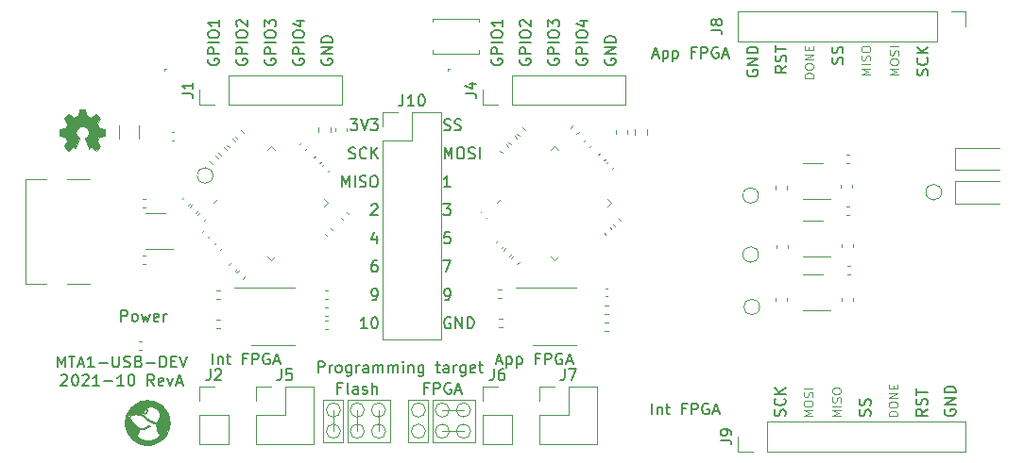
<source format=gto>
G04 #@! TF.GenerationSoftware,KiCad,Pcbnew,(5.1.10)-1*
G04 #@! TF.CreationDate,2021-10-21T22:48:54+02:00*
G04 #@! TF.ProjectId,mta1_usb_dev,6d746131-5f75-4736-925f-6465762e6b69,rev?*
G04 #@! TF.SameCoordinates,Original*
G04 #@! TF.FileFunction,Legend,Top*
G04 #@! TF.FilePolarity,Positive*
%FSLAX46Y46*%
G04 Gerber Fmt 4.6, Leading zero omitted, Abs format (unit mm)*
G04 Created by KiCad (PCBNEW (5.1.10)-1) date 2021-10-21 22:48:54*
%MOMM*%
%LPD*%
G01*
G04 APERTURE LIST*
%ADD10C,0.150000*%
%ADD11C,0.120000*%
%ADD12C,0.000100*%
%ADD13C,0.007514*%
%ADD14C,0.001000*%
%ADD15C,0.020574*%
%ADD16C,0.040000*%
%ADD17C,0.050000*%
%ADD18C,0.100000*%
%ADD19C,1.524000*%
%ADD20R,1.524000X1.524000*%
%ADD21C,0.002000*%
%ADD22C,5.600000*%
%ADD23C,3.600000*%
%ADD24R,1.000000X0.700000*%
%ADD25R,0.600000X0.800000*%
%ADD26O,1.700000X1.700000*%
%ADD27R,1.700000X1.700000*%
%ADD28R,1.450000X0.600000*%
%ADD29R,1.450000X0.300000*%
%ADD30O,2.100000X1.000000*%
%ADD31C,0.650000*%
%ADD32O,1.600000X1.000000*%
%ADD33R,0.900000X1.200000*%
%ADD34R,1.060000X0.650000*%
%ADD35C,1.000000*%
%ADD36R,0.450000X0.450000*%
G04 APERTURE END LIST*
D10*
X114153809Y-108452380D02*
X114153809Y-107452380D01*
X114630000Y-107785714D02*
X114630000Y-108452380D01*
X114630000Y-107880952D02*
X114677619Y-107833333D01*
X114772857Y-107785714D01*
X114915714Y-107785714D01*
X115010952Y-107833333D01*
X115058571Y-107928571D01*
X115058571Y-108452380D01*
X115391904Y-107785714D02*
X115772857Y-107785714D01*
X115534761Y-107452380D02*
X115534761Y-108309523D01*
X115582380Y-108404761D01*
X115677619Y-108452380D01*
X115772857Y-108452380D01*
X117201428Y-107928571D02*
X116868095Y-107928571D01*
X116868095Y-108452380D02*
X116868095Y-107452380D01*
X117344285Y-107452380D01*
X117725238Y-108452380D02*
X117725238Y-107452380D01*
X118106190Y-107452380D01*
X118201428Y-107500000D01*
X118249047Y-107547619D01*
X118296666Y-107642857D01*
X118296666Y-107785714D01*
X118249047Y-107880952D01*
X118201428Y-107928571D01*
X118106190Y-107976190D01*
X117725238Y-107976190D01*
X119249047Y-107500000D02*
X119153809Y-107452380D01*
X119010952Y-107452380D01*
X118868095Y-107500000D01*
X118772857Y-107595238D01*
X118725238Y-107690476D01*
X118677619Y-107880952D01*
X118677619Y-108023809D01*
X118725238Y-108214285D01*
X118772857Y-108309523D01*
X118868095Y-108404761D01*
X119010952Y-108452380D01*
X119106190Y-108452380D01*
X119249047Y-108404761D01*
X119296666Y-108357142D01*
X119296666Y-108023809D01*
X119106190Y-108023809D01*
X119677619Y-108166666D02*
X120153809Y-108166666D01*
X119582380Y-108452380D02*
X119915714Y-107452380D01*
X120249047Y-108452380D01*
X139619047Y-108166666D02*
X140095238Y-108166666D01*
X139523809Y-108452380D02*
X139857142Y-107452380D01*
X140190476Y-108452380D01*
X140523809Y-107785714D02*
X140523809Y-108785714D01*
X140523809Y-107833333D02*
X140619047Y-107785714D01*
X140809523Y-107785714D01*
X140904761Y-107833333D01*
X140952380Y-107880952D01*
X141000000Y-107976190D01*
X141000000Y-108261904D01*
X140952380Y-108357142D01*
X140904761Y-108404761D01*
X140809523Y-108452380D01*
X140619047Y-108452380D01*
X140523809Y-108404761D01*
X141428571Y-107785714D02*
X141428571Y-108785714D01*
X141428571Y-107833333D02*
X141523809Y-107785714D01*
X141714285Y-107785714D01*
X141809523Y-107833333D01*
X141857142Y-107880952D01*
X141904761Y-107976190D01*
X141904761Y-108261904D01*
X141857142Y-108357142D01*
X141809523Y-108404761D01*
X141714285Y-108452380D01*
X141523809Y-108452380D01*
X141428571Y-108404761D01*
X143428571Y-107928571D02*
X143095238Y-107928571D01*
X143095238Y-108452380D02*
X143095238Y-107452380D01*
X143571428Y-107452380D01*
X143952380Y-108452380D02*
X143952380Y-107452380D01*
X144333333Y-107452380D01*
X144428571Y-107500000D01*
X144476190Y-107547619D01*
X144523809Y-107642857D01*
X144523809Y-107785714D01*
X144476190Y-107880952D01*
X144428571Y-107928571D01*
X144333333Y-107976190D01*
X143952380Y-107976190D01*
X145476190Y-107500000D02*
X145380952Y-107452380D01*
X145238095Y-107452380D01*
X145095238Y-107500000D01*
X145000000Y-107595238D01*
X144952380Y-107690476D01*
X144904761Y-107880952D01*
X144904761Y-108023809D01*
X144952380Y-108214285D01*
X145000000Y-108309523D01*
X145095238Y-108404761D01*
X145238095Y-108452380D01*
X145333333Y-108452380D01*
X145476190Y-108404761D01*
X145523809Y-108357142D01*
X145523809Y-108023809D01*
X145333333Y-108023809D01*
X145904761Y-108166666D02*
X146380952Y-108166666D01*
X145809523Y-108452380D02*
X146142857Y-107452380D01*
X146476190Y-108452380D01*
X100261904Y-108720380D02*
X100261904Y-107720380D01*
X100595238Y-108434666D01*
X100928571Y-107720380D01*
X100928571Y-108720380D01*
X101261904Y-107720380D02*
X101833333Y-107720380D01*
X101547619Y-108720380D02*
X101547619Y-107720380D01*
X102119047Y-108434666D02*
X102595238Y-108434666D01*
X102023809Y-108720380D02*
X102357142Y-107720380D01*
X102690476Y-108720380D01*
X103547619Y-108720380D02*
X102976190Y-108720380D01*
X103261904Y-108720380D02*
X103261904Y-107720380D01*
X103166666Y-107863238D01*
X103071428Y-107958476D01*
X102976190Y-108006095D01*
X103976190Y-108339428D02*
X104738095Y-108339428D01*
X105214285Y-107720380D02*
X105214285Y-108529904D01*
X105261904Y-108625142D01*
X105309523Y-108672761D01*
X105404761Y-108720380D01*
X105595238Y-108720380D01*
X105690476Y-108672761D01*
X105738095Y-108625142D01*
X105785714Y-108529904D01*
X105785714Y-107720380D01*
X106214285Y-108672761D02*
X106357142Y-108720380D01*
X106595238Y-108720380D01*
X106690476Y-108672761D01*
X106738095Y-108625142D01*
X106785714Y-108529904D01*
X106785714Y-108434666D01*
X106738095Y-108339428D01*
X106690476Y-108291809D01*
X106595238Y-108244190D01*
X106404761Y-108196571D01*
X106309523Y-108148952D01*
X106261904Y-108101333D01*
X106214285Y-108006095D01*
X106214285Y-107910857D01*
X106261904Y-107815619D01*
X106309523Y-107768000D01*
X106404761Y-107720380D01*
X106642857Y-107720380D01*
X106785714Y-107768000D01*
X107547619Y-108196571D02*
X107690476Y-108244190D01*
X107738095Y-108291809D01*
X107785714Y-108387047D01*
X107785714Y-108529904D01*
X107738095Y-108625142D01*
X107690476Y-108672761D01*
X107595238Y-108720380D01*
X107214285Y-108720380D01*
X107214285Y-107720380D01*
X107547619Y-107720380D01*
X107642857Y-107768000D01*
X107690476Y-107815619D01*
X107738095Y-107910857D01*
X107738095Y-108006095D01*
X107690476Y-108101333D01*
X107642857Y-108148952D01*
X107547619Y-108196571D01*
X107214285Y-108196571D01*
X108214285Y-108339428D02*
X108976190Y-108339428D01*
X109452380Y-108720380D02*
X109452380Y-107720380D01*
X109690476Y-107720380D01*
X109833333Y-107768000D01*
X109928571Y-107863238D01*
X109976190Y-107958476D01*
X110023809Y-108148952D01*
X110023809Y-108291809D01*
X109976190Y-108482285D01*
X109928571Y-108577523D01*
X109833333Y-108672761D01*
X109690476Y-108720380D01*
X109452380Y-108720380D01*
X110452380Y-108196571D02*
X110785714Y-108196571D01*
X110928571Y-108720380D02*
X110452380Y-108720380D01*
X110452380Y-107720380D01*
X110928571Y-107720380D01*
X111214285Y-107720380D02*
X111547619Y-108720380D01*
X111880952Y-107720380D01*
X100595238Y-109465619D02*
X100642857Y-109418000D01*
X100738095Y-109370380D01*
X100976190Y-109370380D01*
X101071428Y-109418000D01*
X101119047Y-109465619D01*
X101166666Y-109560857D01*
X101166666Y-109656095D01*
X101119047Y-109798952D01*
X100547619Y-110370380D01*
X101166666Y-110370380D01*
X101785714Y-109370380D02*
X101880952Y-109370380D01*
X101976190Y-109418000D01*
X102023809Y-109465619D01*
X102071428Y-109560857D01*
X102119047Y-109751333D01*
X102119047Y-109989428D01*
X102071428Y-110179904D01*
X102023809Y-110275142D01*
X101976190Y-110322761D01*
X101880952Y-110370380D01*
X101785714Y-110370380D01*
X101690476Y-110322761D01*
X101642857Y-110275142D01*
X101595238Y-110179904D01*
X101547619Y-109989428D01*
X101547619Y-109751333D01*
X101595238Y-109560857D01*
X101642857Y-109465619D01*
X101690476Y-109418000D01*
X101785714Y-109370380D01*
X102500000Y-109465619D02*
X102547619Y-109418000D01*
X102642857Y-109370380D01*
X102880952Y-109370380D01*
X102976190Y-109418000D01*
X103023809Y-109465619D01*
X103071428Y-109560857D01*
X103071428Y-109656095D01*
X103023809Y-109798952D01*
X102452380Y-110370380D01*
X103071428Y-110370380D01*
X104023809Y-110370380D02*
X103452380Y-110370380D01*
X103738095Y-110370380D02*
X103738095Y-109370380D01*
X103642857Y-109513238D01*
X103547619Y-109608476D01*
X103452380Y-109656095D01*
X104452380Y-109989428D02*
X105214285Y-109989428D01*
X106214285Y-110370380D02*
X105642857Y-110370380D01*
X105928571Y-110370380D02*
X105928571Y-109370380D01*
X105833333Y-109513238D01*
X105738095Y-109608476D01*
X105642857Y-109656095D01*
X106833333Y-109370380D02*
X106928571Y-109370380D01*
X107023809Y-109418000D01*
X107071428Y-109465619D01*
X107119047Y-109560857D01*
X107166666Y-109751333D01*
X107166666Y-109989428D01*
X107119047Y-110179904D01*
X107071428Y-110275142D01*
X107023809Y-110322761D01*
X106928571Y-110370380D01*
X106833333Y-110370380D01*
X106738095Y-110322761D01*
X106690476Y-110275142D01*
X106642857Y-110179904D01*
X106595238Y-109989428D01*
X106595238Y-109751333D01*
X106642857Y-109560857D01*
X106690476Y-109465619D01*
X106738095Y-109418000D01*
X106833333Y-109370380D01*
X108928571Y-110370380D02*
X108595238Y-109894190D01*
X108357142Y-110370380D02*
X108357142Y-109370380D01*
X108738095Y-109370380D01*
X108833333Y-109418000D01*
X108880952Y-109465619D01*
X108928571Y-109560857D01*
X108928571Y-109703714D01*
X108880952Y-109798952D01*
X108833333Y-109846571D01*
X108738095Y-109894190D01*
X108357142Y-109894190D01*
X109738095Y-110322761D02*
X109642857Y-110370380D01*
X109452380Y-110370380D01*
X109357142Y-110322761D01*
X109309523Y-110227523D01*
X109309523Y-109846571D01*
X109357142Y-109751333D01*
X109452380Y-109703714D01*
X109642857Y-109703714D01*
X109738095Y-109751333D01*
X109785714Y-109846571D01*
X109785714Y-109941809D01*
X109309523Y-110037047D01*
X110119047Y-109703714D02*
X110357142Y-110370380D01*
X110595238Y-109703714D01*
X110928571Y-110084666D02*
X111404761Y-110084666D01*
X110833333Y-110370380D02*
X111166666Y-109370380D01*
X111500000Y-110370380D01*
X123635476Y-109197380D02*
X123635476Y-108197380D01*
X124016428Y-108197380D01*
X124111666Y-108245000D01*
X124159285Y-108292619D01*
X124206904Y-108387857D01*
X124206904Y-108530714D01*
X124159285Y-108625952D01*
X124111666Y-108673571D01*
X124016428Y-108721190D01*
X123635476Y-108721190D01*
X124635476Y-109197380D02*
X124635476Y-108530714D01*
X124635476Y-108721190D02*
X124683095Y-108625952D01*
X124730714Y-108578333D01*
X124825952Y-108530714D01*
X124921190Y-108530714D01*
X125397380Y-109197380D02*
X125302142Y-109149761D01*
X125254523Y-109102142D01*
X125206904Y-109006904D01*
X125206904Y-108721190D01*
X125254523Y-108625952D01*
X125302142Y-108578333D01*
X125397380Y-108530714D01*
X125540238Y-108530714D01*
X125635476Y-108578333D01*
X125683095Y-108625952D01*
X125730714Y-108721190D01*
X125730714Y-109006904D01*
X125683095Y-109102142D01*
X125635476Y-109149761D01*
X125540238Y-109197380D01*
X125397380Y-109197380D01*
X126587857Y-108530714D02*
X126587857Y-109340238D01*
X126540238Y-109435476D01*
X126492619Y-109483095D01*
X126397380Y-109530714D01*
X126254523Y-109530714D01*
X126159285Y-109483095D01*
X126587857Y-109149761D02*
X126492619Y-109197380D01*
X126302142Y-109197380D01*
X126206904Y-109149761D01*
X126159285Y-109102142D01*
X126111666Y-109006904D01*
X126111666Y-108721190D01*
X126159285Y-108625952D01*
X126206904Y-108578333D01*
X126302142Y-108530714D01*
X126492619Y-108530714D01*
X126587857Y-108578333D01*
X127064047Y-109197380D02*
X127064047Y-108530714D01*
X127064047Y-108721190D02*
X127111666Y-108625952D01*
X127159285Y-108578333D01*
X127254523Y-108530714D01*
X127349761Y-108530714D01*
X128111666Y-109197380D02*
X128111666Y-108673571D01*
X128064047Y-108578333D01*
X127968809Y-108530714D01*
X127778333Y-108530714D01*
X127683095Y-108578333D01*
X128111666Y-109149761D02*
X128016428Y-109197380D01*
X127778333Y-109197380D01*
X127683095Y-109149761D01*
X127635476Y-109054523D01*
X127635476Y-108959285D01*
X127683095Y-108864047D01*
X127778333Y-108816428D01*
X128016428Y-108816428D01*
X128111666Y-108768809D01*
X128587857Y-109197380D02*
X128587857Y-108530714D01*
X128587857Y-108625952D02*
X128635476Y-108578333D01*
X128730714Y-108530714D01*
X128873571Y-108530714D01*
X128968809Y-108578333D01*
X129016428Y-108673571D01*
X129016428Y-109197380D01*
X129016428Y-108673571D02*
X129064047Y-108578333D01*
X129159285Y-108530714D01*
X129302142Y-108530714D01*
X129397380Y-108578333D01*
X129445000Y-108673571D01*
X129445000Y-109197380D01*
X129921190Y-109197380D02*
X129921190Y-108530714D01*
X129921190Y-108625952D02*
X129968809Y-108578333D01*
X130064047Y-108530714D01*
X130206904Y-108530714D01*
X130302142Y-108578333D01*
X130349761Y-108673571D01*
X130349761Y-109197380D01*
X130349761Y-108673571D02*
X130397380Y-108578333D01*
X130492619Y-108530714D01*
X130635476Y-108530714D01*
X130730714Y-108578333D01*
X130778333Y-108673571D01*
X130778333Y-109197380D01*
X131254523Y-109197380D02*
X131254523Y-108530714D01*
X131254523Y-108197380D02*
X131206904Y-108245000D01*
X131254523Y-108292619D01*
X131302142Y-108245000D01*
X131254523Y-108197380D01*
X131254523Y-108292619D01*
X131730714Y-108530714D02*
X131730714Y-109197380D01*
X131730714Y-108625952D02*
X131778333Y-108578333D01*
X131873571Y-108530714D01*
X132016428Y-108530714D01*
X132111666Y-108578333D01*
X132159285Y-108673571D01*
X132159285Y-109197380D01*
X133064047Y-108530714D02*
X133064047Y-109340238D01*
X133016428Y-109435476D01*
X132968809Y-109483095D01*
X132873571Y-109530714D01*
X132730714Y-109530714D01*
X132635476Y-109483095D01*
X133064047Y-109149761D02*
X132968809Y-109197380D01*
X132778333Y-109197380D01*
X132683095Y-109149761D01*
X132635476Y-109102142D01*
X132587857Y-109006904D01*
X132587857Y-108721190D01*
X132635476Y-108625952D01*
X132683095Y-108578333D01*
X132778333Y-108530714D01*
X132968809Y-108530714D01*
X133064047Y-108578333D01*
X134159285Y-108530714D02*
X134540238Y-108530714D01*
X134302142Y-108197380D02*
X134302142Y-109054523D01*
X134349761Y-109149761D01*
X134445000Y-109197380D01*
X134540238Y-109197380D01*
X135302142Y-109197380D02*
X135302142Y-108673571D01*
X135254523Y-108578333D01*
X135159285Y-108530714D01*
X134968809Y-108530714D01*
X134873571Y-108578333D01*
X135302142Y-109149761D02*
X135206904Y-109197380D01*
X134968809Y-109197380D01*
X134873571Y-109149761D01*
X134825952Y-109054523D01*
X134825952Y-108959285D01*
X134873571Y-108864047D01*
X134968809Y-108816428D01*
X135206904Y-108816428D01*
X135302142Y-108768809D01*
X135778333Y-109197380D02*
X135778333Y-108530714D01*
X135778333Y-108721190D02*
X135825952Y-108625952D01*
X135873571Y-108578333D01*
X135968809Y-108530714D01*
X136064047Y-108530714D01*
X136825952Y-108530714D02*
X136825952Y-109340238D01*
X136778333Y-109435476D01*
X136730714Y-109483095D01*
X136635476Y-109530714D01*
X136492619Y-109530714D01*
X136397380Y-109483095D01*
X136825952Y-109149761D02*
X136730714Y-109197380D01*
X136540238Y-109197380D01*
X136445000Y-109149761D01*
X136397380Y-109102142D01*
X136349761Y-109006904D01*
X136349761Y-108721190D01*
X136397380Y-108625952D01*
X136445000Y-108578333D01*
X136540238Y-108530714D01*
X136730714Y-108530714D01*
X136825952Y-108578333D01*
X137683095Y-109149761D02*
X137587857Y-109197380D01*
X137397380Y-109197380D01*
X137302142Y-109149761D01*
X137254523Y-109054523D01*
X137254523Y-108673571D01*
X137302142Y-108578333D01*
X137397380Y-108530714D01*
X137587857Y-108530714D01*
X137683095Y-108578333D01*
X137730714Y-108673571D01*
X137730714Y-108768809D01*
X137254523Y-108864047D01*
X138016428Y-108530714D02*
X138397380Y-108530714D01*
X138159285Y-108197380D02*
X138159285Y-109054523D01*
X138206904Y-109149761D01*
X138302142Y-109197380D01*
X138397380Y-109197380D01*
X133469285Y-110578571D02*
X133135952Y-110578571D01*
X133135952Y-111102380D02*
X133135952Y-110102380D01*
X133612142Y-110102380D01*
X133993095Y-111102380D02*
X133993095Y-110102380D01*
X134374047Y-110102380D01*
X134469285Y-110150000D01*
X134516904Y-110197619D01*
X134564523Y-110292857D01*
X134564523Y-110435714D01*
X134516904Y-110530952D01*
X134469285Y-110578571D01*
X134374047Y-110626190D01*
X133993095Y-110626190D01*
X135516904Y-110150000D02*
X135421666Y-110102380D01*
X135278809Y-110102380D01*
X135135952Y-110150000D01*
X135040714Y-110245238D01*
X134993095Y-110340476D01*
X134945476Y-110530952D01*
X134945476Y-110673809D01*
X134993095Y-110864285D01*
X135040714Y-110959523D01*
X135135952Y-111054761D01*
X135278809Y-111102380D01*
X135374047Y-111102380D01*
X135516904Y-111054761D01*
X135564523Y-111007142D01*
X135564523Y-110673809D01*
X135374047Y-110673809D01*
X135945476Y-110816666D02*
X136421666Y-110816666D01*
X135850238Y-111102380D02*
X136183571Y-110102380D01*
X136516904Y-111102380D01*
X125706428Y-110578571D02*
X125373095Y-110578571D01*
X125373095Y-111102380D02*
X125373095Y-110102380D01*
X125849285Y-110102380D01*
X126373095Y-111102380D02*
X126277857Y-111054761D01*
X126230238Y-110959523D01*
X126230238Y-110102380D01*
X127182619Y-111102380D02*
X127182619Y-110578571D01*
X127135000Y-110483333D01*
X127039761Y-110435714D01*
X126849285Y-110435714D01*
X126754047Y-110483333D01*
X127182619Y-111054761D02*
X127087380Y-111102380D01*
X126849285Y-111102380D01*
X126754047Y-111054761D01*
X126706428Y-110959523D01*
X126706428Y-110864285D01*
X126754047Y-110769047D01*
X126849285Y-110721428D01*
X127087380Y-110721428D01*
X127182619Y-110673809D01*
X127611190Y-111054761D02*
X127706428Y-111102380D01*
X127896904Y-111102380D01*
X127992142Y-111054761D01*
X128039761Y-110959523D01*
X128039761Y-110911904D01*
X127992142Y-110816666D01*
X127896904Y-110769047D01*
X127754047Y-110769047D01*
X127658809Y-110721428D01*
X127611190Y-110626190D01*
X127611190Y-110578571D01*
X127658809Y-110483333D01*
X127754047Y-110435714D01*
X127896904Y-110435714D01*
X127992142Y-110483333D01*
X128468333Y-111102380D02*
X128468333Y-110102380D01*
X128896904Y-111102380D02*
X128896904Y-110578571D01*
X128849285Y-110483333D01*
X128754047Y-110435714D01*
X128611190Y-110435714D01*
X128515952Y-110483333D01*
X128468333Y-110530952D01*
D11*
X124106000Y-115476000D02*
X125884000Y-115476000D01*
X124106000Y-111666000D02*
X124106000Y-115476000D01*
X125884000Y-115476000D02*
X125884000Y-111666000D01*
X125884000Y-111666000D02*
X124106000Y-111666000D01*
X133504000Y-111666000D02*
X131726000Y-111666000D01*
X133504000Y-115476000D02*
X133504000Y-111666000D01*
X131726000Y-111666000D02*
X131726000Y-115476000D01*
X131726000Y-115476000D02*
X133504000Y-115476000D01*
X130056000Y-115476000D02*
X130056000Y-111666000D01*
X126246000Y-115476000D02*
X130056000Y-115476000D01*
X126246000Y-111666000D02*
X126246000Y-115476000D01*
X130056000Y-111666000D02*
X126246000Y-111666000D01*
X133866000Y-115476000D02*
X133866000Y-111666000D01*
X137676000Y-115476000D02*
X133866000Y-115476000D01*
X137676000Y-111666000D02*
X137676000Y-115476000D01*
X133866000Y-111666000D02*
X137676000Y-111666000D01*
X136660000Y-114460000D02*
X134755000Y-114460000D01*
X133250000Y-114460000D02*
G75*
G03*
X133250000Y-114460000I-635000J0D01*
G01*
X133250000Y-112555000D02*
G75*
G03*
X133250000Y-112555000I-635000J0D01*
G01*
X137295000Y-114460000D02*
G75*
G03*
X137295000Y-114460000I-635000J0D01*
G01*
X135390000Y-114460000D02*
G75*
G03*
X135390000Y-114460000I-635000J0D01*
G01*
X135390000Y-112555000D02*
G75*
G03*
X135390000Y-112555000I-635000J0D01*
G01*
X136660000Y-112555000D02*
X134755000Y-112555000D01*
X137295000Y-112555000D02*
G75*
G03*
X137295000Y-112555000I-635000J0D01*
G01*
X125630000Y-114460000D02*
G75*
G03*
X125630000Y-114460000I-635000J0D01*
G01*
X124995000Y-112555000D02*
X124995000Y-114460000D01*
X125630000Y-112555000D02*
G75*
G03*
X125630000Y-112555000I-635000J0D01*
G01*
X129675000Y-114460000D02*
G75*
G03*
X129675000Y-114460000I-635000J0D01*
G01*
X127770000Y-114460000D02*
G75*
G03*
X127770000Y-114460000I-635000J0D01*
G01*
X127135000Y-112555000D02*
X127135000Y-114460000D01*
X127770000Y-112555000D02*
G75*
G03*
X127770000Y-112555000I-635000J0D01*
G01*
X129040000Y-112555000D02*
X129040000Y-114460000D01*
X129675000Y-112555000D02*
G75*
G03*
X129675000Y-112555000I-635000J0D01*
G01*
D10*
X178219380Y-112477776D02*
X177743190Y-112811109D01*
X178219380Y-113049204D02*
X177219380Y-113049204D01*
X177219380Y-112668252D01*
X177267000Y-112573014D01*
X177314619Y-112525395D01*
X177409857Y-112477776D01*
X177552714Y-112477776D01*
X177647952Y-112525395D01*
X177695571Y-112573014D01*
X177743190Y-112668252D01*
X177743190Y-113049204D01*
X178171761Y-112096823D02*
X178219380Y-111953966D01*
X178219380Y-111715871D01*
X178171761Y-111620633D01*
X178124142Y-111573014D01*
X178028904Y-111525395D01*
X177933666Y-111525395D01*
X177838428Y-111573014D01*
X177790809Y-111620633D01*
X177743190Y-111715871D01*
X177695571Y-111906347D01*
X177647952Y-112001585D01*
X177600333Y-112049204D01*
X177505095Y-112096823D01*
X177409857Y-112096823D01*
X177314619Y-112049204D01*
X177267000Y-112001585D01*
X177219380Y-111906347D01*
X177219380Y-111668252D01*
X177267000Y-111525395D01*
X177219380Y-111239680D02*
X177219380Y-110668252D01*
X178219380Y-110953966D02*
X177219380Y-110953966D01*
D11*
X167968904Y-113116323D02*
X167168904Y-113116323D01*
X167740333Y-112849657D01*
X167168904Y-112582990D01*
X167968904Y-112582990D01*
X167168904Y-112049657D02*
X167168904Y-111897276D01*
X167207000Y-111821085D01*
X167283190Y-111744895D01*
X167435571Y-111706800D01*
X167702238Y-111706800D01*
X167854619Y-111744895D01*
X167930809Y-111821085D01*
X167968904Y-111897276D01*
X167968904Y-112049657D01*
X167930809Y-112125847D01*
X167854619Y-112202038D01*
X167702238Y-112240133D01*
X167435571Y-112240133D01*
X167283190Y-112202038D01*
X167207000Y-112125847D01*
X167168904Y-112049657D01*
X167930809Y-111402038D02*
X167968904Y-111287752D01*
X167968904Y-111097276D01*
X167930809Y-111021085D01*
X167892714Y-110982990D01*
X167816523Y-110944895D01*
X167740333Y-110944895D01*
X167664142Y-110982990D01*
X167626047Y-111021085D01*
X167587952Y-111097276D01*
X167549857Y-111249657D01*
X167511761Y-111325847D01*
X167473666Y-111363942D01*
X167397476Y-111402038D01*
X167321285Y-111402038D01*
X167245095Y-111363942D01*
X167207000Y-111325847D01*
X167168904Y-111249657D01*
X167168904Y-111059180D01*
X167207000Y-110944895D01*
X167968904Y-110602038D02*
X167168904Y-110602038D01*
X175588904Y-113116323D02*
X174788904Y-113116323D01*
X174788904Y-112925847D01*
X174827000Y-112811561D01*
X174903190Y-112735371D01*
X174979380Y-112697276D01*
X175131761Y-112659180D01*
X175246047Y-112659180D01*
X175398428Y-112697276D01*
X175474619Y-112735371D01*
X175550809Y-112811561D01*
X175588904Y-112925847D01*
X175588904Y-113116323D01*
X174788904Y-112163942D02*
X174788904Y-112011561D01*
X174827000Y-111935371D01*
X174903190Y-111859180D01*
X175055571Y-111821085D01*
X175322238Y-111821085D01*
X175474619Y-111859180D01*
X175550809Y-111935371D01*
X175588904Y-112011561D01*
X175588904Y-112163942D01*
X175550809Y-112240133D01*
X175474619Y-112316323D01*
X175322238Y-112354419D01*
X175055571Y-112354419D01*
X174903190Y-112316323D01*
X174827000Y-112240133D01*
X174788904Y-112163942D01*
X175588904Y-111478228D02*
X174788904Y-111478228D01*
X175588904Y-111021085D01*
X174788904Y-111021085D01*
X175169857Y-110640133D02*
X175169857Y-110373466D01*
X175588904Y-110259180D02*
X175588904Y-110640133D01*
X174788904Y-110640133D01*
X174788904Y-110259180D01*
D10*
X173091761Y-113096823D02*
X173139380Y-112953966D01*
X173139380Y-112715871D01*
X173091761Y-112620633D01*
X173044142Y-112573014D01*
X172948904Y-112525395D01*
X172853666Y-112525395D01*
X172758428Y-112573014D01*
X172710809Y-112620633D01*
X172663190Y-112715871D01*
X172615571Y-112906347D01*
X172567952Y-113001585D01*
X172520333Y-113049204D01*
X172425095Y-113096823D01*
X172329857Y-113096823D01*
X172234619Y-113049204D01*
X172187000Y-113001585D01*
X172139380Y-112906347D01*
X172139380Y-112668252D01*
X172187000Y-112525395D01*
X173091761Y-112144442D02*
X173139380Y-112001585D01*
X173139380Y-111763490D01*
X173091761Y-111668252D01*
X173044142Y-111620633D01*
X172948904Y-111573014D01*
X172853666Y-111573014D01*
X172758428Y-111620633D01*
X172710809Y-111668252D01*
X172663190Y-111763490D01*
X172615571Y-111953966D01*
X172567952Y-112049204D01*
X172520333Y-112096823D01*
X172425095Y-112144442D01*
X172329857Y-112144442D01*
X172234619Y-112096823D01*
X172187000Y-112049204D01*
X172139380Y-111953966D01*
X172139380Y-111715871D01*
X172187000Y-111573014D01*
D11*
X170508904Y-113116323D02*
X169708904Y-113116323D01*
X170280333Y-112849657D01*
X169708904Y-112582990D01*
X170508904Y-112582990D01*
X170508904Y-112202038D02*
X169708904Y-112202038D01*
X170470809Y-111859180D02*
X170508904Y-111744895D01*
X170508904Y-111554419D01*
X170470809Y-111478228D01*
X170432714Y-111440133D01*
X170356523Y-111402038D01*
X170280333Y-111402038D01*
X170204142Y-111440133D01*
X170166047Y-111478228D01*
X170127952Y-111554419D01*
X170089857Y-111706800D01*
X170051761Y-111782990D01*
X170013666Y-111821085D01*
X169937476Y-111859180D01*
X169861285Y-111859180D01*
X169785095Y-111821085D01*
X169747000Y-111782990D01*
X169708904Y-111706800D01*
X169708904Y-111516323D01*
X169747000Y-111402038D01*
X169708904Y-110906800D02*
X169708904Y-110754419D01*
X169747000Y-110678228D01*
X169823190Y-110602038D01*
X169975571Y-110563942D01*
X170242238Y-110563942D01*
X170394619Y-110602038D01*
X170470809Y-110678228D01*
X170508904Y-110754419D01*
X170508904Y-110906800D01*
X170470809Y-110982990D01*
X170394619Y-111059180D01*
X170242238Y-111097276D01*
X169975571Y-111097276D01*
X169823190Y-111059180D01*
X169747000Y-110982990D01*
X169708904Y-110906800D01*
D10*
X165471761Y-113096823D02*
X165519380Y-112953966D01*
X165519380Y-112715871D01*
X165471761Y-112620633D01*
X165424142Y-112573014D01*
X165328904Y-112525395D01*
X165233666Y-112525395D01*
X165138428Y-112573014D01*
X165090809Y-112620633D01*
X165043190Y-112715871D01*
X164995571Y-112906347D01*
X164947952Y-113001585D01*
X164900333Y-113049204D01*
X164805095Y-113096823D01*
X164709857Y-113096823D01*
X164614619Y-113049204D01*
X164567000Y-113001585D01*
X164519380Y-112906347D01*
X164519380Y-112668252D01*
X164567000Y-112525395D01*
X165424142Y-111525395D02*
X165471761Y-111573014D01*
X165519380Y-111715871D01*
X165519380Y-111811109D01*
X165471761Y-111953966D01*
X165376523Y-112049204D01*
X165281285Y-112096823D01*
X165090809Y-112144442D01*
X164947952Y-112144442D01*
X164757476Y-112096823D01*
X164662238Y-112049204D01*
X164567000Y-111953966D01*
X164519380Y-111811109D01*
X164519380Y-111715871D01*
X164567000Y-111573014D01*
X164614619Y-111525395D01*
X165519380Y-111096823D02*
X164519380Y-111096823D01*
X165519380Y-110525395D02*
X164947952Y-110953966D01*
X164519380Y-110525395D02*
X165090809Y-111096823D01*
X179807000Y-112525395D02*
X179759380Y-112620633D01*
X179759380Y-112763490D01*
X179807000Y-112906347D01*
X179902238Y-113001585D01*
X179997476Y-113049204D01*
X180187952Y-113096823D01*
X180330809Y-113096823D01*
X180521285Y-113049204D01*
X180616523Y-113001585D01*
X180711761Y-112906347D01*
X180759380Y-112763490D01*
X180759380Y-112668252D01*
X180711761Y-112525395D01*
X180664142Y-112477776D01*
X180330809Y-112477776D01*
X180330809Y-112668252D01*
X180759380Y-112049204D02*
X179759380Y-112049204D01*
X180759380Y-111477776D01*
X179759380Y-111477776D01*
X180759380Y-111001585D02*
X179759380Y-111001585D01*
X179759380Y-110763490D01*
X179807000Y-110620633D01*
X179902238Y-110525395D01*
X179997476Y-110477776D01*
X180187952Y-110430157D01*
X180330809Y-110430157D01*
X180521285Y-110477776D01*
X180616523Y-110525395D01*
X180711761Y-110620633D01*
X180759380Y-110763490D01*
X180759380Y-111001585D01*
X153523809Y-112952380D02*
X153523809Y-111952380D01*
X154000000Y-112285714D02*
X154000000Y-112952380D01*
X154000000Y-112380952D02*
X154047619Y-112333333D01*
X154142857Y-112285714D01*
X154285714Y-112285714D01*
X154380952Y-112333333D01*
X154428571Y-112428571D01*
X154428571Y-112952380D01*
X154761904Y-112285714D02*
X155142857Y-112285714D01*
X154904761Y-111952380D02*
X154904761Y-112809523D01*
X154952380Y-112904761D01*
X155047619Y-112952380D01*
X155142857Y-112952380D01*
X156571428Y-112428571D02*
X156238095Y-112428571D01*
X156238095Y-112952380D02*
X156238095Y-111952380D01*
X156714285Y-111952380D01*
X157095238Y-112952380D02*
X157095238Y-111952380D01*
X157476190Y-111952380D01*
X157571428Y-112000000D01*
X157619047Y-112047619D01*
X157666666Y-112142857D01*
X157666666Y-112285714D01*
X157619047Y-112380952D01*
X157571428Y-112428571D01*
X157476190Y-112476190D01*
X157095238Y-112476190D01*
X158619047Y-112000000D02*
X158523809Y-111952380D01*
X158380952Y-111952380D01*
X158238095Y-112000000D01*
X158142857Y-112095238D01*
X158095238Y-112190476D01*
X158047619Y-112380952D01*
X158047619Y-112523809D01*
X158095238Y-112714285D01*
X158142857Y-112809523D01*
X158238095Y-112904761D01*
X158380952Y-112952380D01*
X158476190Y-112952380D01*
X158619047Y-112904761D01*
X158666666Y-112857142D01*
X158666666Y-112523809D01*
X158476190Y-112523809D01*
X159047619Y-112666666D02*
X159523809Y-112666666D01*
X158952380Y-112952380D02*
X159285714Y-111952380D01*
X159619047Y-112952380D01*
X153619047Y-80666666D02*
X154095238Y-80666666D01*
X153523809Y-80952380D02*
X153857142Y-79952380D01*
X154190476Y-80952380D01*
X154523809Y-80285714D02*
X154523809Y-81285714D01*
X154523809Y-80333333D02*
X154619047Y-80285714D01*
X154809523Y-80285714D01*
X154904761Y-80333333D01*
X154952380Y-80380952D01*
X155000000Y-80476190D01*
X155000000Y-80761904D01*
X154952380Y-80857142D01*
X154904761Y-80904761D01*
X154809523Y-80952380D01*
X154619047Y-80952380D01*
X154523809Y-80904761D01*
X155428571Y-80285714D02*
X155428571Y-81285714D01*
X155428571Y-80333333D02*
X155523809Y-80285714D01*
X155714285Y-80285714D01*
X155809523Y-80333333D01*
X155857142Y-80380952D01*
X155904761Y-80476190D01*
X155904761Y-80761904D01*
X155857142Y-80857142D01*
X155809523Y-80904761D01*
X155714285Y-80952380D01*
X155523809Y-80952380D01*
X155428571Y-80904761D01*
X157428571Y-80428571D02*
X157095238Y-80428571D01*
X157095238Y-80952380D02*
X157095238Y-79952380D01*
X157571428Y-79952380D01*
X157952380Y-80952380D02*
X157952380Y-79952380D01*
X158333333Y-79952380D01*
X158428571Y-80000000D01*
X158476190Y-80047619D01*
X158523809Y-80142857D01*
X158523809Y-80285714D01*
X158476190Y-80380952D01*
X158428571Y-80428571D01*
X158333333Y-80476190D01*
X157952380Y-80476190D01*
X159476190Y-80000000D02*
X159380952Y-79952380D01*
X159238095Y-79952380D01*
X159095238Y-80000000D01*
X159000000Y-80095238D01*
X158952380Y-80190476D01*
X158904761Y-80380952D01*
X158904761Y-80523809D01*
X158952380Y-80714285D01*
X159000000Y-80809523D01*
X159095238Y-80904761D01*
X159238095Y-80952380D01*
X159333333Y-80952380D01*
X159476190Y-80904761D01*
X159523809Y-80857142D01*
X159523809Y-80523809D01*
X159333333Y-80523809D01*
X159904761Y-80666666D02*
X160380952Y-80666666D01*
X159809523Y-80952380D02*
X160142857Y-79952380D01*
X160476190Y-80952380D01*
X162093000Y-82038414D02*
X162045380Y-82133652D01*
X162045380Y-82276509D01*
X162093000Y-82419366D01*
X162188238Y-82514604D01*
X162283476Y-82562223D01*
X162473952Y-82609842D01*
X162616809Y-82609842D01*
X162807285Y-82562223D01*
X162902523Y-82514604D01*
X162997761Y-82419366D01*
X163045380Y-82276509D01*
X163045380Y-82181271D01*
X162997761Y-82038414D01*
X162950142Y-81990795D01*
X162616809Y-81990795D01*
X162616809Y-82181271D01*
X163045380Y-81562223D02*
X162045380Y-81562223D01*
X163045380Y-80990795D01*
X162045380Y-80990795D01*
X163045380Y-80514604D02*
X162045380Y-80514604D01*
X162045380Y-80276509D01*
X162093000Y-80133652D01*
X162188238Y-80038414D01*
X162283476Y-79990795D01*
X162473952Y-79943176D01*
X162616809Y-79943176D01*
X162807285Y-79990795D01*
X162902523Y-80038414D01*
X162997761Y-80133652D01*
X163045380Y-80276509D01*
X163045380Y-80514604D01*
X165585380Y-81657461D02*
X165109190Y-81990795D01*
X165585380Y-82228890D02*
X164585380Y-82228890D01*
X164585380Y-81847938D01*
X164633000Y-81752700D01*
X164680619Y-81705080D01*
X164775857Y-81657461D01*
X164918714Y-81657461D01*
X165013952Y-81705080D01*
X165061571Y-81752700D01*
X165109190Y-81847938D01*
X165109190Y-82228890D01*
X165537761Y-81276509D02*
X165585380Y-81133652D01*
X165585380Y-80895557D01*
X165537761Y-80800319D01*
X165490142Y-80752700D01*
X165394904Y-80705080D01*
X165299666Y-80705080D01*
X165204428Y-80752700D01*
X165156809Y-80800319D01*
X165109190Y-80895557D01*
X165061571Y-81086033D01*
X165013952Y-81181271D01*
X164966333Y-81228890D01*
X164871095Y-81276509D01*
X164775857Y-81276509D01*
X164680619Y-81228890D01*
X164633000Y-81181271D01*
X164585380Y-81086033D01*
X164585380Y-80847938D01*
X164633000Y-80705080D01*
X164585380Y-80419366D02*
X164585380Y-79847938D01*
X165585380Y-80133652D02*
X164585380Y-80133652D01*
D11*
X168034904Y-82742723D02*
X167234904Y-82742723D01*
X167234904Y-82552247D01*
X167273000Y-82437961D01*
X167349190Y-82361771D01*
X167425380Y-82323676D01*
X167577761Y-82285580D01*
X167692047Y-82285580D01*
X167844428Y-82323676D01*
X167920619Y-82361771D01*
X167996809Y-82437961D01*
X168034904Y-82552247D01*
X168034904Y-82742723D01*
X167234904Y-81790342D02*
X167234904Y-81637961D01*
X167273000Y-81561771D01*
X167349190Y-81485580D01*
X167501571Y-81447485D01*
X167768238Y-81447485D01*
X167920619Y-81485580D01*
X167996809Y-81561771D01*
X168034904Y-81637961D01*
X168034904Y-81790342D01*
X167996809Y-81866533D01*
X167920619Y-81942723D01*
X167768238Y-81980819D01*
X167501571Y-81980819D01*
X167349190Y-81942723D01*
X167273000Y-81866533D01*
X167234904Y-81790342D01*
X168034904Y-81104628D02*
X167234904Y-81104628D01*
X168034904Y-80647485D01*
X167234904Y-80647485D01*
X167615857Y-80266533D02*
X167615857Y-79999866D01*
X168034904Y-79885580D02*
X168034904Y-80266533D01*
X167234904Y-80266533D01*
X167234904Y-79885580D01*
D10*
X170617761Y-81466985D02*
X170665380Y-81324128D01*
X170665380Y-81086033D01*
X170617761Y-80990795D01*
X170570142Y-80943176D01*
X170474904Y-80895557D01*
X170379666Y-80895557D01*
X170284428Y-80943176D01*
X170236809Y-80990795D01*
X170189190Y-81086033D01*
X170141571Y-81276509D01*
X170093952Y-81371747D01*
X170046333Y-81419366D01*
X169951095Y-81466985D01*
X169855857Y-81466985D01*
X169760619Y-81419366D01*
X169713000Y-81371747D01*
X169665380Y-81276509D01*
X169665380Y-81038414D01*
X169713000Y-80895557D01*
X170617761Y-80514604D02*
X170665380Y-80371747D01*
X170665380Y-80133652D01*
X170617761Y-80038414D01*
X170570142Y-79990795D01*
X170474904Y-79943176D01*
X170379666Y-79943176D01*
X170284428Y-79990795D01*
X170236809Y-80038414D01*
X170189190Y-80133652D01*
X170141571Y-80324128D01*
X170093952Y-80419366D01*
X170046333Y-80466985D01*
X169951095Y-80514604D01*
X169855857Y-80514604D01*
X169760619Y-80466985D01*
X169713000Y-80419366D01*
X169665380Y-80324128D01*
X169665380Y-80086033D01*
X169713000Y-79943176D01*
D11*
X173114904Y-82437961D02*
X172314904Y-82437961D01*
X172886333Y-82171295D01*
X172314904Y-81904628D01*
X173114904Y-81904628D01*
X173114904Y-81523676D02*
X172314904Y-81523676D01*
X173076809Y-81180819D02*
X173114904Y-81066533D01*
X173114904Y-80876057D01*
X173076809Y-80799866D01*
X173038714Y-80761771D01*
X172962523Y-80723676D01*
X172886333Y-80723676D01*
X172810142Y-80761771D01*
X172772047Y-80799866D01*
X172733952Y-80876057D01*
X172695857Y-81028438D01*
X172657761Y-81104628D01*
X172619666Y-81142723D01*
X172543476Y-81180819D01*
X172467285Y-81180819D01*
X172391095Y-81142723D01*
X172353000Y-81104628D01*
X172314904Y-81028438D01*
X172314904Y-80837961D01*
X172353000Y-80723676D01*
X172314904Y-80228438D02*
X172314904Y-80076057D01*
X172353000Y-79999866D01*
X172429190Y-79923676D01*
X172581571Y-79885580D01*
X172848238Y-79885580D01*
X173000619Y-79923676D01*
X173076809Y-79999866D01*
X173114904Y-80076057D01*
X173114904Y-80228438D01*
X173076809Y-80304628D01*
X173000619Y-80380819D01*
X172848238Y-80418914D01*
X172581571Y-80418914D01*
X172429190Y-80380819D01*
X172353000Y-80304628D01*
X172314904Y-80228438D01*
X175654904Y-82437961D02*
X174854904Y-82437961D01*
X175426333Y-82171295D01*
X174854904Y-81904628D01*
X175654904Y-81904628D01*
X174854904Y-81371295D02*
X174854904Y-81218914D01*
X174893000Y-81142723D01*
X174969190Y-81066533D01*
X175121571Y-81028438D01*
X175388238Y-81028438D01*
X175540619Y-81066533D01*
X175616809Y-81142723D01*
X175654904Y-81218914D01*
X175654904Y-81371295D01*
X175616809Y-81447485D01*
X175540619Y-81523676D01*
X175388238Y-81561771D01*
X175121571Y-81561771D01*
X174969190Y-81523676D01*
X174893000Y-81447485D01*
X174854904Y-81371295D01*
X175616809Y-80723676D02*
X175654904Y-80609390D01*
X175654904Y-80418914D01*
X175616809Y-80342723D01*
X175578714Y-80304628D01*
X175502523Y-80266533D01*
X175426333Y-80266533D01*
X175350142Y-80304628D01*
X175312047Y-80342723D01*
X175273952Y-80418914D01*
X175235857Y-80571295D01*
X175197761Y-80647485D01*
X175159666Y-80685580D01*
X175083476Y-80723676D01*
X175007285Y-80723676D01*
X174931095Y-80685580D01*
X174893000Y-80647485D01*
X174854904Y-80571295D01*
X174854904Y-80380819D01*
X174893000Y-80266533D01*
X175654904Y-79923676D02*
X174854904Y-79923676D01*
D10*
X178237761Y-82514604D02*
X178285380Y-82371747D01*
X178285380Y-82133652D01*
X178237761Y-82038414D01*
X178190142Y-81990795D01*
X178094904Y-81943176D01*
X177999666Y-81943176D01*
X177904428Y-81990795D01*
X177856809Y-82038414D01*
X177809190Y-82133652D01*
X177761571Y-82324128D01*
X177713952Y-82419366D01*
X177666333Y-82466985D01*
X177571095Y-82514604D01*
X177475857Y-82514604D01*
X177380619Y-82466985D01*
X177333000Y-82419366D01*
X177285380Y-82324128D01*
X177285380Y-82086033D01*
X177333000Y-81943176D01*
X178190142Y-80943176D02*
X178237761Y-80990795D01*
X178285380Y-81133652D01*
X178285380Y-81228890D01*
X178237761Y-81371747D01*
X178142523Y-81466985D01*
X178047285Y-81514604D01*
X177856809Y-81562223D01*
X177713952Y-81562223D01*
X177523476Y-81514604D01*
X177428238Y-81466985D01*
X177333000Y-81371747D01*
X177285380Y-81228890D01*
X177285380Y-81133652D01*
X177333000Y-80990795D01*
X177380619Y-80943176D01*
X178285380Y-80514604D02*
X177285380Y-80514604D01*
X178285380Y-79943176D02*
X177713952Y-80371747D01*
X177285380Y-79943176D02*
X177856809Y-80514604D01*
X126533452Y-86447380D02*
X127152500Y-86447380D01*
X126819166Y-86828333D01*
X126962023Y-86828333D01*
X127057261Y-86875952D01*
X127104880Y-86923571D01*
X127152500Y-87018809D01*
X127152500Y-87256904D01*
X127104880Y-87352142D01*
X127057261Y-87399761D01*
X126962023Y-87447380D01*
X126676309Y-87447380D01*
X126581071Y-87399761D01*
X126533452Y-87352142D01*
X127438214Y-86447380D02*
X127771547Y-87447380D01*
X128104880Y-86447380D01*
X128342976Y-86447380D02*
X128962023Y-86447380D01*
X128628690Y-86828333D01*
X128771547Y-86828333D01*
X128866785Y-86875952D01*
X128914404Y-86923571D01*
X128962023Y-87018809D01*
X128962023Y-87256904D01*
X128914404Y-87352142D01*
X128866785Y-87399761D01*
X128771547Y-87447380D01*
X128485833Y-87447380D01*
X128390595Y-87399761D01*
X128342976Y-87352142D01*
X126390595Y-89939761D02*
X126533452Y-89987380D01*
X126771547Y-89987380D01*
X126866785Y-89939761D01*
X126914404Y-89892142D01*
X126962023Y-89796904D01*
X126962023Y-89701666D01*
X126914404Y-89606428D01*
X126866785Y-89558809D01*
X126771547Y-89511190D01*
X126581071Y-89463571D01*
X126485833Y-89415952D01*
X126438214Y-89368333D01*
X126390595Y-89273095D01*
X126390595Y-89177857D01*
X126438214Y-89082619D01*
X126485833Y-89035000D01*
X126581071Y-88987380D01*
X126819166Y-88987380D01*
X126962023Y-89035000D01*
X127962023Y-89892142D02*
X127914404Y-89939761D01*
X127771547Y-89987380D01*
X127676309Y-89987380D01*
X127533452Y-89939761D01*
X127438214Y-89844523D01*
X127390595Y-89749285D01*
X127342976Y-89558809D01*
X127342976Y-89415952D01*
X127390595Y-89225476D01*
X127438214Y-89130238D01*
X127533452Y-89035000D01*
X127676309Y-88987380D01*
X127771547Y-88987380D01*
X127914404Y-89035000D01*
X127962023Y-89082619D01*
X128390595Y-89987380D02*
X128390595Y-88987380D01*
X128962023Y-89987380D02*
X128533452Y-89415952D01*
X128962023Y-88987380D02*
X128390595Y-89558809D01*
X125771547Y-92527380D02*
X125771547Y-91527380D01*
X126104880Y-92241666D01*
X126438214Y-91527380D01*
X126438214Y-92527380D01*
X126914404Y-92527380D02*
X126914404Y-91527380D01*
X127342976Y-92479761D02*
X127485833Y-92527380D01*
X127723928Y-92527380D01*
X127819166Y-92479761D01*
X127866785Y-92432142D01*
X127914404Y-92336904D01*
X127914404Y-92241666D01*
X127866785Y-92146428D01*
X127819166Y-92098809D01*
X127723928Y-92051190D01*
X127533452Y-92003571D01*
X127438214Y-91955952D01*
X127390595Y-91908333D01*
X127342976Y-91813095D01*
X127342976Y-91717857D01*
X127390595Y-91622619D01*
X127438214Y-91575000D01*
X127533452Y-91527380D01*
X127771547Y-91527380D01*
X127914404Y-91575000D01*
X128533452Y-91527380D02*
X128723928Y-91527380D01*
X128819166Y-91575000D01*
X128914404Y-91670238D01*
X128962023Y-91860714D01*
X128962023Y-92194047D01*
X128914404Y-92384523D01*
X128819166Y-92479761D01*
X128723928Y-92527380D01*
X128533452Y-92527380D01*
X128438214Y-92479761D01*
X128342976Y-92384523D01*
X128295357Y-92194047D01*
X128295357Y-91860714D01*
X128342976Y-91670238D01*
X128438214Y-91575000D01*
X128533452Y-91527380D01*
X128390595Y-94162619D02*
X128438214Y-94115000D01*
X128533452Y-94067380D01*
X128771547Y-94067380D01*
X128866785Y-94115000D01*
X128914404Y-94162619D01*
X128962023Y-94257857D01*
X128962023Y-94353095D01*
X128914404Y-94495952D01*
X128342976Y-95067380D01*
X128962023Y-95067380D01*
X128866785Y-96940714D02*
X128866785Y-97607380D01*
X128628690Y-96559761D02*
X128390595Y-97274047D01*
X129009642Y-97274047D01*
X128866785Y-99147380D02*
X128676309Y-99147380D01*
X128581071Y-99195000D01*
X128533452Y-99242619D01*
X128438214Y-99385476D01*
X128390595Y-99575952D01*
X128390595Y-99956904D01*
X128438214Y-100052142D01*
X128485833Y-100099761D01*
X128581071Y-100147380D01*
X128771547Y-100147380D01*
X128866785Y-100099761D01*
X128914404Y-100052142D01*
X128962023Y-99956904D01*
X128962023Y-99718809D01*
X128914404Y-99623571D01*
X128866785Y-99575952D01*
X128771547Y-99528333D01*
X128581071Y-99528333D01*
X128485833Y-99575952D01*
X128438214Y-99623571D01*
X128390595Y-99718809D01*
X128485833Y-102687380D02*
X128676309Y-102687380D01*
X128771547Y-102639761D01*
X128819166Y-102592142D01*
X128914404Y-102449285D01*
X128962023Y-102258809D01*
X128962023Y-101877857D01*
X128914404Y-101782619D01*
X128866785Y-101735000D01*
X128771547Y-101687380D01*
X128581071Y-101687380D01*
X128485833Y-101735000D01*
X128438214Y-101782619D01*
X128390595Y-101877857D01*
X128390595Y-102115952D01*
X128438214Y-102211190D01*
X128485833Y-102258809D01*
X128581071Y-102306428D01*
X128771547Y-102306428D01*
X128866785Y-102258809D01*
X128914404Y-102211190D01*
X128962023Y-102115952D01*
X128009642Y-105227380D02*
X127438214Y-105227380D01*
X127723928Y-105227380D02*
X127723928Y-104227380D01*
X127628690Y-104370238D01*
X127533452Y-104465476D01*
X127438214Y-104513095D01*
X128628690Y-104227380D02*
X128723928Y-104227380D01*
X128819166Y-104275000D01*
X128866785Y-104322619D01*
X128914404Y-104417857D01*
X128962023Y-104608333D01*
X128962023Y-104846428D01*
X128914404Y-105036904D01*
X128866785Y-105132142D01*
X128819166Y-105179761D01*
X128723928Y-105227380D01*
X128628690Y-105227380D01*
X128533452Y-105179761D01*
X128485833Y-105132142D01*
X128438214Y-105036904D01*
X128390595Y-104846428D01*
X128390595Y-104608333D01*
X128438214Y-104417857D01*
X128485833Y-104322619D01*
X128533452Y-104275000D01*
X128628690Y-104227380D01*
X135479404Y-104275000D02*
X135384166Y-104227380D01*
X135241309Y-104227380D01*
X135098452Y-104275000D01*
X135003214Y-104370238D01*
X134955595Y-104465476D01*
X134907976Y-104655952D01*
X134907976Y-104798809D01*
X134955595Y-104989285D01*
X135003214Y-105084523D01*
X135098452Y-105179761D01*
X135241309Y-105227380D01*
X135336547Y-105227380D01*
X135479404Y-105179761D01*
X135527023Y-105132142D01*
X135527023Y-104798809D01*
X135336547Y-104798809D01*
X135955595Y-105227380D02*
X135955595Y-104227380D01*
X136527023Y-105227380D01*
X136527023Y-104227380D01*
X137003214Y-105227380D02*
X137003214Y-104227380D01*
X137241309Y-104227380D01*
X137384166Y-104275000D01*
X137479404Y-104370238D01*
X137527023Y-104465476D01*
X137574642Y-104655952D01*
X137574642Y-104798809D01*
X137527023Y-104989285D01*
X137479404Y-105084523D01*
X137384166Y-105179761D01*
X137241309Y-105227380D01*
X137003214Y-105227380D01*
X135003214Y-102687380D02*
X135193690Y-102687380D01*
X135288928Y-102639761D01*
X135336547Y-102592142D01*
X135431785Y-102449285D01*
X135479404Y-102258809D01*
X135479404Y-101877857D01*
X135431785Y-101782619D01*
X135384166Y-101735000D01*
X135288928Y-101687380D01*
X135098452Y-101687380D01*
X135003214Y-101735000D01*
X134955595Y-101782619D01*
X134907976Y-101877857D01*
X134907976Y-102115952D01*
X134955595Y-102211190D01*
X135003214Y-102258809D01*
X135098452Y-102306428D01*
X135288928Y-102306428D01*
X135384166Y-102258809D01*
X135431785Y-102211190D01*
X135479404Y-102115952D01*
X134860357Y-99147380D02*
X135527023Y-99147380D01*
X135098452Y-100147380D01*
X135431785Y-96607380D02*
X134955595Y-96607380D01*
X134907976Y-97083571D01*
X134955595Y-97035952D01*
X135050833Y-96988333D01*
X135288928Y-96988333D01*
X135384166Y-97035952D01*
X135431785Y-97083571D01*
X135479404Y-97178809D01*
X135479404Y-97416904D01*
X135431785Y-97512142D01*
X135384166Y-97559761D01*
X135288928Y-97607380D01*
X135050833Y-97607380D01*
X134955595Y-97559761D01*
X134907976Y-97512142D01*
X134860357Y-94067380D02*
X135479404Y-94067380D01*
X135146071Y-94448333D01*
X135288928Y-94448333D01*
X135384166Y-94495952D01*
X135431785Y-94543571D01*
X135479404Y-94638809D01*
X135479404Y-94876904D01*
X135431785Y-94972142D01*
X135384166Y-95019761D01*
X135288928Y-95067380D01*
X135003214Y-95067380D01*
X134907976Y-95019761D01*
X134860357Y-94972142D01*
X135479404Y-92527380D02*
X134907976Y-92527380D01*
X135193690Y-92527380D02*
X135193690Y-91527380D01*
X135098452Y-91670238D01*
X135003214Y-91765476D01*
X134907976Y-91813095D01*
X134955595Y-89987380D02*
X134955595Y-88987380D01*
X135288928Y-89701666D01*
X135622261Y-88987380D01*
X135622261Y-89987380D01*
X136288928Y-88987380D02*
X136479404Y-88987380D01*
X136574642Y-89035000D01*
X136669880Y-89130238D01*
X136717500Y-89320714D01*
X136717500Y-89654047D01*
X136669880Y-89844523D01*
X136574642Y-89939761D01*
X136479404Y-89987380D01*
X136288928Y-89987380D01*
X136193690Y-89939761D01*
X136098452Y-89844523D01*
X136050833Y-89654047D01*
X136050833Y-89320714D01*
X136098452Y-89130238D01*
X136193690Y-89035000D01*
X136288928Y-88987380D01*
X137098452Y-89939761D02*
X137241309Y-89987380D01*
X137479404Y-89987380D01*
X137574642Y-89939761D01*
X137622261Y-89892142D01*
X137669880Y-89796904D01*
X137669880Y-89701666D01*
X137622261Y-89606428D01*
X137574642Y-89558809D01*
X137479404Y-89511190D01*
X137288928Y-89463571D01*
X137193690Y-89415952D01*
X137146071Y-89368333D01*
X137098452Y-89273095D01*
X137098452Y-89177857D01*
X137146071Y-89082619D01*
X137193690Y-89035000D01*
X137288928Y-88987380D01*
X137527023Y-88987380D01*
X137669880Y-89035000D01*
X138098452Y-89987380D02*
X138098452Y-88987380D01*
X134907976Y-87399761D02*
X135050833Y-87447380D01*
X135288928Y-87447380D01*
X135384166Y-87399761D01*
X135431785Y-87352142D01*
X135479404Y-87256904D01*
X135479404Y-87161666D01*
X135431785Y-87066428D01*
X135384166Y-87018809D01*
X135288928Y-86971190D01*
X135098452Y-86923571D01*
X135003214Y-86875952D01*
X134955595Y-86828333D01*
X134907976Y-86733095D01*
X134907976Y-86637857D01*
X134955595Y-86542619D01*
X135003214Y-86495000D01*
X135098452Y-86447380D01*
X135336547Y-86447380D01*
X135479404Y-86495000D01*
X135860357Y-87399761D02*
X136003214Y-87447380D01*
X136241309Y-87447380D01*
X136336547Y-87399761D01*
X136384166Y-87352142D01*
X136431785Y-87256904D01*
X136431785Y-87161666D01*
X136384166Y-87066428D01*
X136336547Y-87018809D01*
X136241309Y-86971190D01*
X136050833Y-86923571D01*
X135955595Y-86875952D01*
X135907976Y-86828333D01*
X135860357Y-86733095D01*
X135860357Y-86637857D01*
X135907976Y-86542619D01*
X135955595Y-86495000D01*
X136050833Y-86447380D01*
X136288928Y-86447380D01*
X136431785Y-86495000D01*
X105973809Y-104592380D02*
X105973809Y-103592380D01*
X106354761Y-103592380D01*
X106450000Y-103640000D01*
X106497619Y-103687619D01*
X106545238Y-103782857D01*
X106545238Y-103925714D01*
X106497619Y-104020952D01*
X106450000Y-104068571D01*
X106354761Y-104116190D01*
X105973809Y-104116190D01*
X107116666Y-104592380D02*
X107021428Y-104544761D01*
X106973809Y-104497142D01*
X106926190Y-104401904D01*
X106926190Y-104116190D01*
X106973809Y-104020952D01*
X107021428Y-103973333D01*
X107116666Y-103925714D01*
X107259523Y-103925714D01*
X107354761Y-103973333D01*
X107402380Y-104020952D01*
X107450000Y-104116190D01*
X107450000Y-104401904D01*
X107402380Y-104497142D01*
X107354761Y-104544761D01*
X107259523Y-104592380D01*
X107116666Y-104592380D01*
X107783333Y-103925714D02*
X107973809Y-104592380D01*
X108164285Y-104116190D01*
X108354761Y-104592380D01*
X108545238Y-103925714D01*
X109307142Y-104544761D02*
X109211904Y-104592380D01*
X109021428Y-104592380D01*
X108926190Y-104544761D01*
X108878571Y-104449523D01*
X108878571Y-104068571D01*
X108926190Y-103973333D01*
X109021428Y-103925714D01*
X109211904Y-103925714D01*
X109307142Y-103973333D01*
X109354761Y-104068571D01*
X109354761Y-104163809D01*
X108878571Y-104259047D01*
X109783333Y-104592380D02*
X109783333Y-103925714D01*
X109783333Y-104116190D02*
X109830952Y-104020952D01*
X109878571Y-103973333D01*
X109973809Y-103925714D01*
X110069047Y-103925714D01*
X141740000Y-81055595D02*
X141692380Y-81150833D01*
X141692380Y-81293690D01*
X141740000Y-81436547D01*
X141835238Y-81531785D01*
X141930476Y-81579404D01*
X142120952Y-81627023D01*
X142263809Y-81627023D01*
X142454285Y-81579404D01*
X142549523Y-81531785D01*
X142644761Y-81436547D01*
X142692380Y-81293690D01*
X142692380Y-81198452D01*
X142644761Y-81055595D01*
X142597142Y-81007976D01*
X142263809Y-81007976D01*
X142263809Y-81198452D01*
X142692380Y-80579404D02*
X141692380Y-80579404D01*
X141692380Y-80198452D01*
X141740000Y-80103214D01*
X141787619Y-80055595D01*
X141882857Y-80007976D01*
X142025714Y-80007976D01*
X142120952Y-80055595D01*
X142168571Y-80103214D01*
X142216190Y-80198452D01*
X142216190Y-80579404D01*
X142692380Y-79579404D02*
X141692380Y-79579404D01*
X141692380Y-78912738D02*
X141692380Y-78722261D01*
X141740000Y-78627023D01*
X141835238Y-78531785D01*
X142025714Y-78484166D01*
X142359047Y-78484166D01*
X142549523Y-78531785D01*
X142644761Y-78627023D01*
X142692380Y-78722261D01*
X142692380Y-78912738D01*
X142644761Y-79007976D01*
X142549523Y-79103214D01*
X142359047Y-79150833D01*
X142025714Y-79150833D01*
X141835238Y-79103214D01*
X141740000Y-79007976D01*
X141692380Y-78912738D01*
X141787619Y-78103214D02*
X141740000Y-78055595D01*
X141692380Y-77960357D01*
X141692380Y-77722261D01*
X141740000Y-77627023D01*
X141787619Y-77579404D01*
X141882857Y-77531785D01*
X141978095Y-77531785D01*
X142120952Y-77579404D01*
X142692380Y-78150833D01*
X142692380Y-77531785D01*
X149360000Y-81055595D02*
X149312380Y-81150833D01*
X149312380Y-81293690D01*
X149360000Y-81436547D01*
X149455238Y-81531785D01*
X149550476Y-81579404D01*
X149740952Y-81627023D01*
X149883809Y-81627023D01*
X150074285Y-81579404D01*
X150169523Y-81531785D01*
X150264761Y-81436547D01*
X150312380Y-81293690D01*
X150312380Y-81198452D01*
X150264761Y-81055595D01*
X150217142Y-81007976D01*
X149883809Y-81007976D01*
X149883809Y-81198452D01*
X150312380Y-80579404D02*
X149312380Y-80579404D01*
X150312380Y-80007976D01*
X149312380Y-80007976D01*
X150312380Y-79531785D02*
X149312380Y-79531785D01*
X149312380Y-79293690D01*
X149360000Y-79150833D01*
X149455238Y-79055595D01*
X149550476Y-79007976D01*
X149740952Y-78960357D01*
X149883809Y-78960357D01*
X150074285Y-79007976D01*
X150169523Y-79055595D01*
X150264761Y-79150833D01*
X150312380Y-79293690D01*
X150312380Y-79531785D01*
X146820000Y-81055595D02*
X146772380Y-81150833D01*
X146772380Y-81293690D01*
X146820000Y-81436547D01*
X146915238Y-81531785D01*
X147010476Y-81579404D01*
X147200952Y-81627023D01*
X147343809Y-81627023D01*
X147534285Y-81579404D01*
X147629523Y-81531785D01*
X147724761Y-81436547D01*
X147772380Y-81293690D01*
X147772380Y-81198452D01*
X147724761Y-81055595D01*
X147677142Y-81007976D01*
X147343809Y-81007976D01*
X147343809Y-81198452D01*
X147772380Y-80579404D02*
X146772380Y-80579404D01*
X146772380Y-80198452D01*
X146820000Y-80103214D01*
X146867619Y-80055595D01*
X146962857Y-80007976D01*
X147105714Y-80007976D01*
X147200952Y-80055595D01*
X147248571Y-80103214D01*
X147296190Y-80198452D01*
X147296190Y-80579404D01*
X147772380Y-79579404D02*
X146772380Y-79579404D01*
X146772380Y-78912738D02*
X146772380Y-78722261D01*
X146820000Y-78627023D01*
X146915238Y-78531785D01*
X147105714Y-78484166D01*
X147439047Y-78484166D01*
X147629523Y-78531785D01*
X147724761Y-78627023D01*
X147772380Y-78722261D01*
X147772380Y-78912738D01*
X147724761Y-79007976D01*
X147629523Y-79103214D01*
X147439047Y-79150833D01*
X147105714Y-79150833D01*
X146915238Y-79103214D01*
X146820000Y-79007976D01*
X146772380Y-78912738D01*
X147105714Y-77627023D02*
X147772380Y-77627023D01*
X146724761Y-77865119D02*
X147439047Y-78103214D01*
X147439047Y-77484166D01*
X144280000Y-81055595D02*
X144232380Y-81150833D01*
X144232380Y-81293690D01*
X144280000Y-81436547D01*
X144375238Y-81531785D01*
X144470476Y-81579404D01*
X144660952Y-81627023D01*
X144803809Y-81627023D01*
X144994285Y-81579404D01*
X145089523Y-81531785D01*
X145184761Y-81436547D01*
X145232380Y-81293690D01*
X145232380Y-81198452D01*
X145184761Y-81055595D01*
X145137142Y-81007976D01*
X144803809Y-81007976D01*
X144803809Y-81198452D01*
X145232380Y-80579404D02*
X144232380Y-80579404D01*
X144232380Y-80198452D01*
X144280000Y-80103214D01*
X144327619Y-80055595D01*
X144422857Y-80007976D01*
X144565714Y-80007976D01*
X144660952Y-80055595D01*
X144708571Y-80103214D01*
X144756190Y-80198452D01*
X144756190Y-80579404D01*
X145232380Y-79579404D02*
X144232380Y-79579404D01*
X144232380Y-78912738D02*
X144232380Y-78722261D01*
X144280000Y-78627023D01*
X144375238Y-78531785D01*
X144565714Y-78484166D01*
X144899047Y-78484166D01*
X145089523Y-78531785D01*
X145184761Y-78627023D01*
X145232380Y-78722261D01*
X145232380Y-78912738D01*
X145184761Y-79007976D01*
X145089523Y-79103214D01*
X144899047Y-79150833D01*
X144565714Y-79150833D01*
X144375238Y-79103214D01*
X144280000Y-79007976D01*
X144232380Y-78912738D01*
X144232380Y-78150833D02*
X144232380Y-77531785D01*
X144613333Y-77865119D01*
X144613333Y-77722261D01*
X144660952Y-77627023D01*
X144708571Y-77579404D01*
X144803809Y-77531785D01*
X145041904Y-77531785D01*
X145137142Y-77579404D01*
X145184761Y-77627023D01*
X145232380Y-77722261D01*
X145232380Y-78007976D01*
X145184761Y-78103214D01*
X145137142Y-78150833D01*
X139200000Y-81055595D02*
X139152380Y-81150833D01*
X139152380Y-81293690D01*
X139200000Y-81436547D01*
X139295238Y-81531785D01*
X139390476Y-81579404D01*
X139580952Y-81627023D01*
X139723809Y-81627023D01*
X139914285Y-81579404D01*
X140009523Y-81531785D01*
X140104761Y-81436547D01*
X140152380Y-81293690D01*
X140152380Y-81198452D01*
X140104761Y-81055595D01*
X140057142Y-81007976D01*
X139723809Y-81007976D01*
X139723809Y-81198452D01*
X140152380Y-80579404D02*
X139152380Y-80579404D01*
X139152380Y-80198452D01*
X139200000Y-80103214D01*
X139247619Y-80055595D01*
X139342857Y-80007976D01*
X139485714Y-80007976D01*
X139580952Y-80055595D01*
X139628571Y-80103214D01*
X139676190Y-80198452D01*
X139676190Y-80579404D01*
X140152380Y-79579404D02*
X139152380Y-79579404D01*
X139152380Y-78912738D02*
X139152380Y-78722261D01*
X139200000Y-78627023D01*
X139295238Y-78531785D01*
X139485714Y-78484166D01*
X139819047Y-78484166D01*
X140009523Y-78531785D01*
X140104761Y-78627023D01*
X140152380Y-78722261D01*
X140152380Y-78912738D01*
X140104761Y-79007976D01*
X140009523Y-79103214D01*
X139819047Y-79150833D01*
X139485714Y-79150833D01*
X139295238Y-79103214D01*
X139200000Y-79007976D01*
X139152380Y-78912738D01*
X140152380Y-77531785D02*
X140152380Y-78103214D01*
X140152380Y-77817500D02*
X139152380Y-77817500D01*
X139295238Y-77912738D01*
X139390476Y-78007976D01*
X139438095Y-78103214D01*
X123960000Y-81055595D02*
X123912380Y-81150833D01*
X123912380Y-81293690D01*
X123960000Y-81436547D01*
X124055238Y-81531785D01*
X124150476Y-81579404D01*
X124340952Y-81627023D01*
X124483809Y-81627023D01*
X124674285Y-81579404D01*
X124769523Y-81531785D01*
X124864761Y-81436547D01*
X124912380Y-81293690D01*
X124912380Y-81198452D01*
X124864761Y-81055595D01*
X124817142Y-81007976D01*
X124483809Y-81007976D01*
X124483809Y-81198452D01*
X124912380Y-80579404D02*
X123912380Y-80579404D01*
X124912380Y-80007976D01*
X123912380Y-80007976D01*
X124912380Y-79531785D02*
X123912380Y-79531785D01*
X123912380Y-79293690D01*
X123960000Y-79150833D01*
X124055238Y-79055595D01*
X124150476Y-79007976D01*
X124340952Y-78960357D01*
X124483809Y-78960357D01*
X124674285Y-79007976D01*
X124769523Y-79055595D01*
X124864761Y-79150833D01*
X124912380Y-79293690D01*
X124912380Y-79531785D01*
X121420000Y-81055595D02*
X121372380Y-81150833D01*
X121372380Y-81293690D01*
X121420000Y-81436547D01*
X121515238Y-81531785D01*
X121610476Y-81579404D01*
X121800952Y-81627023D01*
X121943809Y-81627023D01*
X122134285Y-81579404D01*
X122229523Y-81531785D01*
X122324761Y-81436547D01*
X122372380Y-81293690D01*
X122372380Y-81198452D01*
X122324761Y-81055595D01*
X122277142Y-81007976D01*
X121943809Y-81007976D01*
X121943809Y-81198452D01*
X122372380Y-80579404D02*
X121372380Y-80579404D01*
X121372380Y-80198452D01*
X121420000Y-80103214D01*
X121467619Y-80055595D01*
X121562857Y-80007976D01*
X121705714Y-80007976D01*
X121800952Y-80055595D01*
X121848571Y-80103214D01*
X121896190Y-80198452D01*
X121896190Y-80579404D01*
X122372380Y-79579404D02*
X121372380Y-79579404D01*
X121372380Y-78912738D02*
X121372380Y-78722261D01*
X121420000Y-78627023D01*
X121515238Y-78531785D01*
X121705714Y-78484166D01*
X122039047Y-78484166D01*
X122229523Y-78531785D01*
X122324761Y-78627023D01*
X122372380Y-78722261D01*
X122372380Y-78912738D01*
X122324761Y-79007976D01*
X122229523Y-79103214D01*
X122039047Y-79150833D01*
X121705714Y-79150833D01*
X121515238Y-79103214D01*
X121420000Y-79007976D01*
X121372380Y-78912738D01*
X121705714Y-77627023D02*
X122372380Y-77627023D01*
X121324761Y-77865119D02*
X122039047Y-78103214D01*
X122039047Y-77484166D01*
X118880000Y-81055595D02*
X118832380Y-81150833D01*
X118832380Y-81293690D01*
X118880000Y-81436547D01*
X118975238Y-81531785D01*
X119070476Y-81579404D01*
X119260952Y-81627023D01*
X119403809Y-81627023D01*
X119594285Y-81579404D01*
X119689523Y-81531785D01*
X119784761Y-81436547D01*
X119832380Y-81293690D01*
X119832380Y-81198452D01*
X119784761Y-81055595D01*
X119737142Y-81007976D01*
X119403809Y-81007976D01*
X119403809Y-81198452D01*
X119832380Y-80579404D02*
X118832380Y-80579404D01*
X118832380Y-80198452D01*
X118880000Y-80103214D01*
X118927619Y-80055595D01*
X119022857Y-80007976D01*
X119165714Y-80007976D01*
X119260952Y-80055595D01*
X119308571Y-80103214D01*
X119356190Y-80198452D01*
X119356190Y-80579404D01*
X119832380Y-79579404D02*
X118832380Y-79579404D01*
X118832380Y-78912738D02*
X118832380Y-78722261D01*
X118880000Y-78627023D01*
X118975238Y-78531785D01*
X119165714Y-78484166D01*
X119499047Y-78484166D01*
X119689523Y-78531785D01*
X119784761Y-78627023D01*
X119832380Y-78722261D01*
X119832380Y-78912738D01*
X119784761Y-79007976D01*
X119689523Y-79103214D01*
X119499047Y-79150833D01*
X119165714Y-79150833D01*
X118975238Y-79103214D01*
X118880000Y-79007976D01*
X118832380Y-78912738D01*
X118832380Y-78150833D02*
X118832380Y-77531785D01*
X119213333Y-77865119D01*
X119213333Y-77722261D01*
X119260952Y-77627023D01*
X119308571Y-77579404D01*
X119403809Y-77531785D01*
X119641904Y-77531785D01*
X119737142Y-77579404D01*
X119784761Y-77627023D01*
X119832380Y-77722261D01*
X119832380Y-78007976D01*
X119784761Y-78103214D01*
X119737142Y-78150833D01*
X116340000Y-81055595D02*
X116292380Y-81150833D01*
X116292380Y-81293690D01*
X116340000Y-81436547D01*
X116435238Y-81531785D01*
X116530476Y-81579404D01*
X116720952Y-81627023D01*
X116863809Y-81627023D01*
X117054285Y-81579404D01*
X117149523Y-81531785D01*
X117244761Y-81436547D01*
X117292380Y-81293690D01*
X117292380Y-81198452D01*
X117244761Y-81055595D01*
X117197142Y-81007976D01*
X116863809Y-81007976D01*
X116863809Y-81198452D01*
X117292380Y-80579404D02*
X116292380Y-80579404D01*
X116292380Y-80198452D01*
X116340000Y-80103214D01*
X116387619Y-80055595D01*
X116482857Y-80007976D01*
X116625714Y-80007976D01*
X116720952Y-80055595D01*
X116768571Y-80103214D01*
X116816190Y-80198452D01*
X116816190Y-80579404D01*
X117292380Y-79579404D02*
X116292380Y-79579404D01*
X116292380Y-78912738D02*
X116292380Y-78722261D01*
X116340000Y-78627023D01*
X116435238Y-78531785D01*
X116625714Y-78484166D01*
X116959047Y-78484166D01*
X117149523Y-78531785D01*
X117244761Y-78627023D01*
X117292380Y-78722261D01*
X117292380Y-78912738D01*
X117244761Y-79007976D01*
X117149523Y-79103214D01*
X116959047Y-79150833D01*
X116625714Y-79150833D01*
X116435238Y-79103214D01*
X116340000Y-79007976D01*
X116292380Y-78912738D01*
X116387619Y-78103214D02*
X116340000Y-78055595D01*
X116292380Y-77960357D01*
X116292380Y-77722261D01*
X116340000Y-77627023D01*
X116387619Y-77579404D01*
X116482857Y-77531785D01*
X116578095Y-77531785D01*
X116720952Y-77579404D01*
X117292380Y-78150833D01*
X117292380Y-77531785D01*
X113800000Y-81055595D02*
X113752380Y-81150833D01*
X113752380Y-81293690D01*
X113800000Y-81436547D01*
X113895238Y-81531785D01*
X113990476Y-81579404D01*
X114180952Y-81627023D01*
X114323809Y-81627023D01*
X114514285Y-81579404D01*
X114609523Y-81531785D01*
X114704761Y-81436547D01*
X114752380Y-81293690D01*
X114752380Y-81198452D01*
X114704761Y-81055595D01*
X114657142Y-81007976D01*
X114323809Y-81007976D01*
X114323809Y-81198452D01*
X114752380Y-80579404D02*
X113752380Y-80579404D01*
X113752380Y-80198452D01*
X113800000Y-80103214D01*
X113847619Y-80055595D01*
X113942857Y-80007976D01*
X114085714Y-80007976D01*
X114180952Y-80055595D01*
X114228571Y-80103214D01*
X114276190Y-80198452D01*
X114276190Y-80579404D01*
X114752380Y-79579404D02*
X113752380Y-79579404D01*
X113752380Y-78912738D02*
X113752380Y-78722261D01*
X113800000Y-78627023D01*
X113895238Y-78531785D01*
X114085714Y-78484166D01*
X114419047Y-78484166D01*
X114609523Y-78531785D01*
X114704761Y-78627023D01*
X114752380Y-78722261D01*
X114752380Y-78912738D01*
X114704761Y-79007976D01*
X114609523Y-79103214D01*
X114419047Y-79150833D01*
X114085714Y-79150833D01*
X113895238Y-79103214D01*
X113800000Y-79007976D01*
X113752380Y-78912738D01*
X114752380Y-77531785D02*
X114752380Y-78103214D01*
X114752380Y-77817500D02*
X113752380Y-77817500D01*
X113895238Y-77912738D01*
X113990476Y-78007976D01*
X114038095Y-78103214D01*
D12*
G36*
X102743840Y-85607040D02*
G01*
X102751460Y-85607040D01*
X102759080Y-85609580D01*
X102764160Y-85612120D01*
X102771780Y-85619740D01*
X102869232Y-86143153D01*
X102873380Y-86153140D01*
X102878460Y-86160760D01*
X102886080Y-86168380D01*
X103236600Y-86310620D01*
X103244220Y-86313160D01*
X103256920Y-86315700D01*
X103272160Y-86313160D01*
X103279780Y-86310620D01*
X103714120Y-86013440D01*
X103719200Y-86010900D01*
X103726820Y-86010900D01*
X103736980Y-86013440D01*
X104105280Y-86379200D01*
X104112900Y-86394440D01*
X104115440Y-86402060D01*
X104115440Y-86409680D01*
X103820800Y-86838940D01*
X103818260Y-86844020D01*
X103813180Y-86851640D01*
X103813180Y-86861800D01*
X103815720Y-86871960D01*
X103970594Y-87234685D01*
X103975740Y-87242800D01*
X103978280Y-87247880D01*
X103993520Y-87258040D01*
X104003680Y-87260580D01*
X104496440Y-87352020D01*
X104504060Y-87354560D01*
X104511680Y-87359640D01*
X104516760Y-87364720D01*
X104519300Y-87369800D01*
X104521840Y-87377420D01*
X104521840Y-87893040D01*
X104519300Y-87903200D01*
X104511680Y-87913360D01*
X104504060Y-87918440D01*
X104013840Y-88009880D01*
X104003680Y-88014960D01*
X103993520Y-88022580D01*
X103983397Y-88035541D01*
X103831520Y-88414928D01*
X103828420Y-88428980D01*
X103828420Y-88436600D01*
X103830960Y-88449300D01*
X104110360Y-88855700D01*
X104112900Y-88860780D01*
X104115440Y-88870940D01*
X104115440Y-88876020D01*
X104112900Y-88886180D01*
X103742060Y-89257020D01*
X103734440Y-89262100D01*
X103724280Y-89262100D01*
X103716660Y-89259560D01*
X103711580Y-89257020D01*
X103317880Y-88987780D01*
X103310260Y-88982700D01*
X103300100Y-88980160D01*
X103289940Y-88980160D01*
X103279780Y-88982700D01*
X103099440Y-89079220D01*
X103091820Y-89079220D01*
X103084200Y-89076680D01*
X103079120Y-89074140D01*
X103074040Y-89066520D01*
X102718440Y-88205460D01*
X102713360Y-88195300D01*
X102713360Y-88180060D01*
X102715900Y-88172440D01*
X102726060Y-88162280D01*
X102761620Y-88141960D01*
X102802260Y-88111480D01*
X102855600Y-88073380D01*
X102936880Y-87992100D01*
X102985140Y-87915900D01*
X103028320Y-87819380D01*
X103048640Y-87738100D01*
X103056260Y-87677140D01*
X103056260Y-87606020D01*
X103046100Y-87522200D01*
X103013080Y-87415520D01*
X102962280Y-87324080D01*
X102916560Y-87263120D01*
X102868300Y-87214860D01*
X102814960Y-87174220D01*
X102769240Y-87143740D01*
X102703200Y-87110720D01*
X102637160Y-87090400D01*
X102591440Y-87080240D01*
X102543180Y-87072620D01*
X102456820Y-87072620D01*
X102357760Y-87085320D01*
X102261240Y-87118340D01*
X102164720Y-87171680D01*
X102088520Y-87237720D01*
X102047880Y-87285980D01*
X102007240Y-87339320D01*
X101984380Y-87382500D01*
X101953900Y-87448540D01*
X101938660Y-87509500D01*
X101925960Y-87565380D01*
X101923420Y-87618720D01*
X101923420Y-87654280D01*
X101925960Y-87702540D01*
X101938660Y-87776200D01*
X101951360Y-87816840D01*
X101971680Y-87870180D01*
X101997080Y-87920980D01*
X102030100Y-87971780D01*
X102068200Y-88017500D01*
X102108840Y-88060680D01*
X102253620Y-88164820D01*
X102263780Y-88174980D01*
X102266320Y-88182600D01*
X102266320Y-88197840D01*
X101910720Y-89061440D01*
X101900560Y-89076680D01*
X101887860Y-89079220D01*
X101710060Y-88987780D01*
X101697360Y-88982700D01*
X101684660Y-88980160D01*
X101674500Y-88982700D01*
X101666880Y-88985240D01*
X101283340Y-89249400D01*
X101270640Y-89259560D01*
X101255400Y-89262100D01*
X101240160Y-89257020D01*
X100884560Y-88903960D01*
X100874400Y-88891260D01*
X100866780Y-88876020D01*
X100866780Y-88863320D01*
X100869320Y-88858240D01*
X101143640Y-88456920D01*
X101148720Y-88449300D01*
X101151260Y-88439140D01*
X101151260Y-88426440D01*
X101148720Y-88418820D01*
X100993780Y-88030200D01*
X100988700Y-88022580D01*
X100976000Y-88012420D01*
X100953140Y-88007340D01*
X100478160Y-87918440D01*
X100465460Y-87910820D01*
X100460380Y-87900660D01*
X100457840Y-87890500D01*
X100458898Y-87379462D01*
X100460380Y-87369800D01*
X100465460Y-87362180D01*
X100473080Y-87354560D01*
X100483240Y-87352020D01*
X100978540Y-87260580D01*
X100986160Y-87258040D01*
X100998860Y-87250420D01*
X101006480Y-87242800D01*
X101156340Y-86889740D01*
X101163960Y-86871960D01*
X101163960Y-86849100D01*
X101161420Y-86841480D01*
X101156340Y-86833860D01*
X100874400Y-86422380D01*
X100866780Y-86412220D01*
X100864240Y-86399520D01*
X100866780Y-86389360D01*
X100874400Y-86381740D01*
X101230000Y-86023600D01*
X101235300Y-86018520D01*
X101245240Y-86013440D01*
X101255400Y-86010900D01*
X101263020Y-86010900D01*
X101270640Y-86015980D01*
X101707520Y-86315700D01*
X101732920Y-86315700D01*
X102085980Y-86170920D01*
X102098680Y-86163300D01*
X102106300Y-86153140D01*
X102110699Y-86143153D01*
X102205360Y-85624820D01*
X102212980Y-85614660D01*
X102220600Y-85609580D01*
X102233268Y-85605183D01*
X102743840Y-85607040D01*
G37*
X102743840Y-85607040D02*
X102751460Y-85607040D01*
X102759080Y-85609580D01*
X102764160Y-85612120D01*
X102771780Y-85619740D01*
X102869232Y-86143153D01*
X102873380Y-86153140D01*
X102878460Y-86160760D01*
X102886080Y-86168380D01*
X103236600Y-86310620D01*
X103244220Y-86313160D01*
X103256920Y-86315700D01*
X103272160Y-86313160D01*
X103279780Y-86310620D01*
X103714120Y-86013440D01*
X103719200Y-86010900D01*
X103726820Y-86010900D01*
X103736980Y-86013440D01*
X104105280Y-86379200D01*
X104112900Y-86394440D01*
X104115440Y-86402060D01*
X104115440Y-86409680D01*
X103820800Y-86838940D01*
X103818260Y-86844020D01*
X103813180Y-86851640D01*
X103813180Y-86861800D01*
X103815720Y-86871960D01*
X103970594Y-87234685D01*
X103975740Y-87242800D01*
X103978280Y-87247880D01*
X103993520Y-87258040D01*
X104003680Y-87260580D01*
X104496440Y-87352020D01*
X104504060Y-87354560D01*
X104511680Y-87359640D01*
X104516760Y-87364720D01*
X104519300Y-87369800D01*
X104521840Y-87377420D01*
X104521840Y-87893040D01*
X104519300Y-87903200D01*
X104511680Y-87913360D01*
X104504060Y-87918440D01*
X104013840Y-88009880D01*
X104003680Y-88014960D01*
X103993520Y-88022580D01*
X103983397Y-88035541D01*
X103831520Y-88414928D01*
X103828420Y-88428980D01*
X103828420Y-88436600D01*
X103830960Y-88449300D01*
X104110360Y-88855700D01*
X104112900Y-88860780D01*
X104115440Y-88870940D01*
X104115440Y-88876020D01*
X104112900Y-88886180D01*
X103742060Y-89257020D01*
X103734440Y-89262100D01*
X103724280Y-89262100D01*
X103716660Y-89259560D01*
X103711580Y-89257020D01*
X103317880Y-88987780D01*
X103310260Y-88982700D01*
X103300100Y-88980160D01*
X103289940Y-88980160D01*
X103279780Y-88982700D01*
X103099440Y-89079220D01*
X103091820Y-89079220D01*
X103084200Y-89076680D01*
X103079120Y-89074140D01*
X103074040Y-89066520D01*
X102718440Y-88205460D01*
X102713360Y-88195300D01*
X102713360Y-88180060D01*
X102715900Y-88172440D01*
X102726060Y-88162280D01*
X102761620Y-88141960D01*
X102802260Y-88111480D01*
X102855600Y-88073380D01*
X102936880Y-87992100D01*
X102985140Y-87915900D01*
X103028320Y-87819380D01*
X103048640Y-87738100D01*
X103056260Y-87677140D01*
X103056260Y-87606020D01*
X103046100Y-87522200D01*
X103013080Y-87415520D01*
X102962280Y-87324080D01*
X102916560Y-87263120D01*
X102868300Y-87214860D01*
X102814960Y-87174220D01*
X102769240Y-87143740D01*
X102703200Y-87110720D01*
X102637160Y-87090400D01*
X102591440Y-87080240D01*
X102543180Y-87072620D01*
X102456820Y-87072620D01*
X102357760Y-87085320D01*
X102261240Y-87118340D01*
X102164720Y-87171680D01*
X102088520Y-87237720D01*
X102047880Y-87285980D01*
X102007240Y-87339320D01*
X101984380Y-87382500D01*
X101953900Y-87448540D01*
X101938660Y-87509500D01*
X101925960Y-87565380D01*
X101923420Y-87618720D01*
X101923420Y-87654280D01*
X101925960Y-87702540D01*
X101938660Y-87776200D01*
X101951360Y-87816840D01*
X101971680Y-87870180D01*
X101997080Y-87920980D01*
X102030100Y-87971780D01*
X102068200Y-88017500D01*
X102108840Y-88060680D01*
X102253620Y-88164820D01*
X102263780Y-88174980D01*
X102266320Y-88182600D01*
X102266320Y-88197840D01*
X101910720Y-89061440D01*
X101900560Y-89076680D01*
X101887860Y-89079220D01*
X101710060Y-88987780D01*
X101697360Y-88982700D01*
X101684660Y-88980160D01*
X101674500Y-88982700D01*
X101666880Y-88985240D01*
X101283340Y-89249400D01*
X101270640Y-89259560D01*
X101255400Y-89262100D01*
X101240160Y-89257020D01*
X100884560Y-88903960D01*
X100874400Y-88891260D01*
X100866780Y-88876020D01*
X100866780Y-88863320D01*
X100869320Y-88858240D01*
X101143640Y-88456920D01*
X101148720Y-88449300D01*
X101151260Y-88439140D01*
X101151260Y-88426440D01*
X101148720Y-88418820D01*
X100993780Y-88030200D01*
X100988700Y-88022580D01*
X100976000Y-88012420D01*
X100953140Y-88007340D01*
X100478160Y-87918440D01*
X100465460Y-87910820D01*
X100460380Y-87900660D01*
X100457840Y-87890500D01*
X100458898Y-87379462D01*
X100460380Y-87369800D01*
X100465460Y-87362180D01*
X100473080Y-87354560D01*
X100483240Y-87352020D01*
X100978540Y-87260580D01*
X100986160Y-87258040D01*
X100998860Y-87250420D01*
X101006480Y-87242800D01*
X101156340Y-86889740D01*
X101163960Y-86871960D01*
X101163960Y-86849100D01*
X101161420Y-86841480D01*
X101156340Y-86833860D01*
X100874400Y-86422380D01*
X100866780Y-86412220D01*
X100864240Y-86399520D01*
X100866780Y-86389360D01*
X100874400Y-86381740D01*
X101230000Y-86023600D01*
X101235300Y-86018520D01*
X101245240Y-86013440D01*
X101255400Y-86010900D01*
X101263020Y-86010900D01*
X101270640Y-86015980D01*
X101707520Y-86315700D01*
X101732920Y-86315700D01*
X102085980Y-86170920D01*
X102098680Y-86163300D01*
X102106300Y-86153140D01*
X102110699Y-86143153D01*
X102205360Y-85624820D01*
X102212980Y-85614660D01*
X102220600Y-85609580D01*
X102233268Y-85605183D01*
X102743840Y-85607040D01*
D13*
X104107544Y-86381464D02*
X103744600Y-86018520D01*
X104498854Y-87352825D02*
X104000114Y-87260079D01*
X104110729Y-86415929D02*
X104114104Y-86408603D01*
X104114104Y-86408603D02*
X104115150Y-86400509D01*
X104115150Y-86400509D02*
X104113924Y-86392404D01*
X104113924Y-86392404D02*
X104110483Y-86385044D01*
X104110483Y-86385044D02*
X104107544Y-86381464D01*
X103820143Y-86839460D02*
X104110729Y-86415929D01*
X100869140Y-86415929D02*
X101159756Y-86839460D01*
X100872326Y-86381464D02*
X100867649Y-86388058D01*
X100867649Y-86388058D02*
X100865137Y-86395831D01*
X100865137Y-86395831D02*
X100864865Y-86404024D01*
X100864865Y-86404024D02*
X100866906Y-86411881D01*
X100866906Y-86411881D02*
X100869140Y-86415929D01*
X101235300Y-86018520D02*
X100872326Y-86381464D01*
X101269765Y-86015335D02*
X101262423Y-86011935D01*
X101262423Y-86011935D02*
X101254323Y-86010888D01*
X101254323Y-86010888D02*
X101246219Y-86012125D01*
X101246219Y-86012125D02*
X101238870Y-86015578D01*
X101238870Y-86015578D02*
X101235300Y-86018520D01*
X101700699Y-86311078D02*
X101269765Y-86015335D01*
X101739442Y-86313869D02*
X101731383Y-86316500D01*
X101731383Y-86316500D02*
X101723671Y-86317268D01*
X101723671Y-86317268D02*
X101715788Y-86316702D01*
X101715788Y-86316702D02*
X101708275Y-86314840D01*
X101708275Y-86314840D02*
X101700699Y-86311078D01*
X103057544Y-87639072D02*
X103057239Y-87657833D01*
X103057239Y-87657833D02*
X103056332Y-87676442D01*
X103056332Y-87676442D02*
X103054832Y-87694888D01*
X103054832Y-87694888D02*
X103052748Y-87713163D01*
X103052748Y-87713163D02*
X103050089Y-87731257D01*
X103050089Y-87731257D02*
X103046865Y-87749161D01*
X103046865Y-87749161D02*
X103043086Y-87766865D01*
X103043086Y-87766865D02*
X103038761Y-87784361D01*
X103038761Y-87784361D02*
X103033899Y-87801638D01*
X103033899Y-87801638D02*
X103028510Y-87818687D01*
X103028510Y-87818687D02*
X103022602Y-87835499D01*
X103022602Y-87835499D02*
X103016186Y-87852065D01*
X103016186Y-87852065D02*
X103009271Y-87868376D01*
X103009271Y-87868376D02*
X103001866Y-87884421D01*
X103001866Y-87884421D02*
X102993981Y-87900192D01*
X102993981Y-87900192D02*
X102985626Y-87915679D01*
X102985626Y-87915679D02*
X102976808Y-87930873D01*
X102976808Y-87930873D02*
X102967539Y-87945764D01*
X102967539Y-87945764D02*
X102957826Y-87960344D01*
X102957826Y-87960344D02*
X102947681Y-87974602D01*
X102947681Y-87974602D02*
X102937112Y-87988530D01*
X102937112Y-87988530D02*
X102926128Y-88002117D01*
X102926128Y-88002117D02*
X102914739Y-88015356D01*
X102914739Y-88015356D02*
X102902955Y-88028236D01*
X102902955Y-88028236D02*
X102890784Y-88040748D01*
X102890784Y-88040748D02*
X102878237Y-88052883D01*
X102878237Y-88052883D02*
X102865322Y-88064631D01*
X102865322Y-88064631D02*
X102852050Y-88075982D01*
X102852050Y-88075982D02*
X102838429Y-88086929D01*
X102838429Y-88086929D02*
X102824468Y-88097461D01*
X102824468Y-88097461D02*
X102810178Y-88107568D01*
X102810178Y-88107568D02*
X102795568Y-88117243D01*
X102489904Y-87071401D02*
X102519114Y-87072139D01*
X102519114Y-87072139D02*
X102547940Y-87074331D01*
X102547940Y-87074331D02*
X102576348Y-87077941D01*
X102576348Y-87077941D02*
X102604301Y-87082933D01*
X102604301Y-87082933D02*
X102631763Y-87089272D01*
X102631763Y-87089272D02*
X102658700Y-87096921D01*
X102658700Y-87096921D02*
X102685074Y-87105846D01*
X102685074Y-87105846D02*
X102710852Y-87116010D01*
X102710852Y-87116010D02*
X102735996Y-87127378D01*
X102735996Y-87127378D02*
X102760471Y-87139914D01*
X102760471Y-87139914D02*
X102784242Y-87153583D01*
X102784242Y-87153583D02*
X102807273Y-87168348D01*
X102807273Y-87168348D02*
X102829529Y-87184175D01*
X102829529Y-87184175D02*
X102850972Y-87201027D01*
X102850972Y-87201027D02*
X102871569Y-87218869D01*
X102871569Y-87218869D02*
X102891283Y-87237665D01*
X102891283Y-87237665D02*
X102910078Y-87257380D01*
X102910078Y-87257380D02*
X102927920Y-87277978D01*
X102927920Y-87277978D02*
X102944772Y-87299422D01*
X102944772Y-87299422D02*
X102960598Y-87321679D01*
X102960598Y-87321679D02*
X102975363Y-87344711D01*
X102975363Y-87344711D02*
X102989031Y-87368483D01*
X102989031Y-87368483D02*
X103001567Y-87392960D01*
X103001567Y-87392960D02*
X103012935Y-87418106D01*
X103012935Y-87418106D02*
X103023098Y-87443885D01*
X103023098Y-87443885D02*
X103032023Y-87470261D01*
X103032023Y-87470261D02*
X103039672Y-87497200D01*
X103039672Y-87497200D02*
X103046011Y-87524664D01*
X103046011Y-87524664D02*
X103051003Y-87552619D01*
X103051003Y-87552619D02*
X103054613Y-87581029D01*
X103054613Y-87581029D02*
X103056805Y-87609859D01*
X103056805Y-87609859D02*
X103057544Y-87639072D01*
X101922233Y-87639072D02*
X101922971Y-87609859D01*
X101922971Y-87609859D02*
X101925164Y-87581029D01*
X101925164Y-87581029D02*
X101928774Y-87552619D01*
X101928774Y-87552619D02*
X101933767Y-87524664D01*
X101933767Y-87524664D02*
X101940106Y-87497200D01*
X101940106Y-87497200D02*
X101947756Y-87470261D01*
X101947756Y-87470261D02*
X101956681Y-87443885D01*
X101956681Y-87443885D02*
X101966846Y-87418106D01*
X101966846Y-87418106D02*
X101978215Y-87392960D01*
X101978215Y-87392960D02*
X101990752Y-87368483D01*
X101990752Y-87368483D02*
X102004422Y-87344711D01*
X102004422Y-87344711D02*
X102019188Y-87321679D01*
X102019188Y-87321679D02*
X102035016Y-87299422D01*
X102035016Y-87299422D02*
X102051869Y-87277978D01*
X102051869Y-87277978D02*
X102069712Y-87257380D01*
X102069712Y-87257380D02*
X102088509Y-87237665D01*
X102088509Y-87237665D02*
X102108224Y-87218869D01*
X102108224Y-87218869D02*
X102128822Y-87201027D01*
X102128822Y-87201027D02*
X102150267Y-87184175D01*
X102150267Y-87184175D02*
X102172524Y-87168348D01*
X102172524Y-87168348D02*
X102195556Y-87153583D01*
X102195556Y-87153583D02*
X102219328Y-87139914D01*
X102219328Y-87139914D02*
X102243805Y-87127378D01*
X102243805Y-87127378D02*
X102268950Y-87116010D01*
X102268950Y-87116010D02*
X102294729Y-87105846D01*
X102294729Y-87105846D02*
X102321104Y-87096921D01*
X102321104Y-87096921D02*
X102348042Y-87089272D01*
X102348042Y-87089272D02*
X102375505Y-87082933D01*
X102375505Y-87082933D02*
X102403458Y-87077941D01*
X102403458Y-87077941D02*
X102431866Y-87074331D01*
X102431866Y-87074331D02*
X102460693Y-87072139D01*
X102460693Y-87072139D02*
X102489904Y-87071401D01*
X102184209Y-88117243D02*
X102169601Y-88107568D01*
X102169601Y-88107568D02*
X102155313Y-88097461D01*
X102155313Y-88097461D02*
X102141355Y-88086929D01*
X102141355Y-88086929D02*
X102127735Y-88075982D01*
X102127735Y-88075982D02*
X102114464Y-88064631D01*
X102114464Y-88064631D02*
X102101550Y-88052883D01*
X102101550Y-88052883D02*
X102089004Y-88040748D01*
X102089004Y-88040748D02*
X102076834Y-88028236D01*
X102076834Y-88028236D02*
X102065050Y-88015356D01*
X102065050Y-88015356D02*
X102053662Y-88002117D01*
X102053662Y-88002117D02*
X102042678Y-87988530D01*
X102042678Y-87988530D02*
X102032109Y-87974602D01*
X102032109Y-87974602D02*
X102021963Y-87960344D01*
X102021963Y-87960344D02*
X102012250Y-87945764D01*
X102012250Y-87945764D02*
X102002980Y-87930873D01*
X102002980Y-87930873D02*
X101994162Y-87915679D01*
X101994162Y-87915679D02*
X101985805Y-87900192D01*
X101985805Y-87900192D02*
X101977920Y-87884421D01*
X101977920Y-87884421D02*
X101970514Y-87868376D01*
X101970514Y-87868376D02*
X101963598Y-87852065D01*
X101963598Y-87852065D02*
X101957181Y-87835499D01*
X101957181Y-87835499D02*
X101951273Y-87818687D01*
X101951273Y-87818687D02*
X101945882Y-87801638D01*
X101945882Y-87801638D02*
X101941019Y-87784361D01*
X101941019Y-87784361D02*
X101936693Y-87766865D01*
X101936693Y-87766865D02*
X101932913Y-87749161D01*
X101932913Y-87749161D02*
X101929689Y-87731257D01*
X101929689Y-87731257D02*
X101927030Y-87713163D01*
X101927030Y-87713163D02*
X101924945Y-87694888D01*
X101924945Y-87694888D02*
X101923444Y-87676442D01*
X101923444Y-87676442D02*
X101922537Y-87657833D01*
X101922537Y-87657833D02*
X101922233Y-87639072D01*
X102211818Y-88138390D02*
X102205306Y-88134104D01*
X102205306Y-88134104D02*
X102199109Y-88129575D01*
X102199109Y-88129575D02*
X102192791Y-88124599D01*
X102192791Y-88124599D02*
X102186681Y-88119442D01*
X102186681Y-88119442D02*
X102184209Y-88117243D01*
X102255476Y-88165118D02*
X102211818Y-88138390D01*
X102266034Y-88197611D02*
X102267831Y-88189770D01*
X102267831Y-88189770D02*
X102267127Y-88181732D01*
X102267127Y-88181732D02*
X102264158Y-88174205D01*
X102264158Y-88174205D02*
X102259156Y-88167900D01*
X102259156Y-88167900D02*
X102255476Y-88165118D01*
X101906336Y-89066729D02*
X102266034Y-88197611D01*
X101877666Y-89077287D02*
X101885073Y-89079535D01*
X101885073Y-89079535D02*
X101893384Y-89078747D01*
X101893384Y-89078747D02*
X101900628Y-89074712D01*
X101900628Y-89074712D02*
X101905355Y-89068794D01*
X101905355Y-89068794D02*
X101906336Y-89066729D01*
X101703217Y-88984147D02*
X101877666Y-89077287D01*
X101665293Y-88985452D02*
X101672832Y-88981799D01*
X101672832Y-88981799D02*
X101680233Y-88980154D01*
X101680233Y-88980154D02*
X101687946Y-88979894D01*
X101687946Y-88979894D02*
X101695444Y-88981033D01*
X101695444Y-88981033D02*
X101703217Y-88984147D01*
X101269735Y-89256954D02*
X101665293Y-88985452D01*
X101235270Y-89253769D02*
X101241848Y-89258426D01*
X101241848Y-89258426D02*
X101249614Y-89260924D01*
X101249614Y-89260924D02*
X101257809Y-89261195D01*
X101257809Y-89261195D02*
X101265677Y-89259169D01*
X101265677Y-89259169D02*
X101269735Y-89256954D01*
X100872265Y-88890824D02*
X101235270Y-89253769D01*
X100869079Y-88856329D02*
X100865695Y-88863658D01*
X100865695Y-88863658D02*
X100864655Y-88871760D01*
X100864655Y-88871760D02*
X100865890Y-88879875D01*
X100865890Y-88879875D02*
X100869333Y-88887242D01*
X100869333Y-88887242D02*
X100872265Y-88890824D01*
X101145406Y-88453641D02*
X100869079Y-88856329D01*
X101148288Y-88414898D02*
X101150899Y-88422965D01*
X101150899Y-88422965D02*
X101151650Y-88430672D01*
X101151650Y-88430672D02*
X101151067Y-88438547D01*
X101151067Y-88438547D02*
X101149187Y-88446055D01*
X101149187Y-88446055D02*
X101145406Y-88453641D01*
X100996412Y-88035510D02*
X101148288Y-88414898D01*
X100967529Y-88009935D02*
X100975528Y-88012634D01*
X100975528Y-88012634D02*
X100982095Y-88016650D01*
X100982095Y-88016650D02*
X100987970Y-88021857D01*
X100987970Y-88021857D02*
X100992752Y-88027895D01*
X100992752Y-88027895D02*
X100996412Y-88035510D01*
X100481045Y-87919403D02*
X100967529Y-88009935D01*
X100458928Y-87892766D02*
X100460275Y-87900741D01*
X100460275Y-87900741D02*
X100463994Y-87908025D01*
X100463994Y-87908025D02*
X100469598Y-87914020D01*
X100469598Y-87914020D02*
X100476601Y-87918130D01*
X100476601Y-87918130D02*
X100481045Y-87919403D01*
X100458898Y-87379462D02*
X100458928Y-87892766D01*
X100481015Y-87352825D02*
X100473417Y-87355626D01*
X100473417Y-87355626D02*
X100466953Y-87360618D01*
X100466953Y-87360618D02*
X100462104Y-87367222D01*
X100462104Y-87367222D02*
X100459348Y-87374858D01*
X100459348Y-87374858D02*
X100458898Y-87379462D01*
X100979725Y-87260079D02*
X100481015Y-87352825D01*
X101009245Y-87234685D02*
X101005364Y-87242234D01*
X101005364Y-87242234D02*
X101000426Y-87248215D01*
X101000426Y-87248215D02*
X100994427Y-87253376D01*
X100994427Y-87253376D02*
X100987774Y-87257366D01*
X100987774Y-87257366D02*
X100979725Y-87260079D01*
X101162153Y-86878021D02*
X101009245Y-87234685D01*
X101159756Y-86839460D02*
X101163481Y-86847060D01*
X101163481Y-86847060D02*
X101165287Y-86854549D01*
X101165287Y-86854549D02*
X101165776Y-86862382D01*
X101165776Y-86862382D02*
X101164914Y-86870031D01*
X101164914Y-86870031D02*
X101162153Y-86878021D01*
X102085214Y-86172339D02*
X101739442Y-86313869D01*
X102110699Y-86143153D02*
X102107970Y-86151168D01*
X102107970Y-86151168D02*
X102103967Y-86157774D01*
X102103967Y-86157774D02*
X102098794Y-86163709D01*
X102098794Y-86163709D02*
X102092795Y-86168568D01*
X102092795Y-86168568D02*
X102085214Y-86172339D01*
X102206691Y-85627300D02*
X102110699Y-86143153D01*
X102233268Y-85605183D02*
X102225315Y-85606530D01*
X102225315Y-85606530D02*
X102218055Y-85610249D01*
X102218055Y-85610249D02*
X102212077Y-85615853D01*
X102212077Y-85615853D02*
X102207971Y-85622856D01*
X102207971Y-85622856D02*
X102206691Y-85627300D01*
X102746602Y-85605183D02*
X102233268Y-85605183D01*
X104520911Y-87379492D02*
X104519579Y-87371510D01*
X104519579Y-87371510D02*
X104515871Y-87364237D01*
X104515871Y-87364237D02*
X104510278Y-87358249D01*
X104510278Y-87358249D02*
X104503287Y-87354123D01*
X104503287Y-87354123D02*
X104498854Y-87352825D01*
X104520850Y-87892796D02*
X104520911Y-87379492D01*
X104498733Y-87919434D02*
X104506305Y-87916668D01*
X104506305Y-87916668D02*
X104512768Y-87911677D01*
X104512768Y-87911677D02*
X104517629Y-87905057D01*
X104517629Y-87905057D02*
X104520397Y-87897403D01*
X104520397Y-87897403D02*
X104520850Y-87892796D01*
X104012249Y-88009965D02*
X104498733Y-87919434D01*
X103983397Y-88035541D02*
X103987061Y-88027926D01*
X103987061Y-88027926D02*
X103991830Y-88021887D01*
X103991830Y-88021887D02*
X103997689Y-88016680D01*
X103997689Y-88016680D02*
X104004244Y-88012664D01*
X104004244Y-88012664D02*
X104012249Y-88009965D01*
X103831520Y-88414928D02*
X103983397Y-88035541D01*
X103834372Y-88453671D02*
X103830618Y-88446086D01*
X103830618Y-88446086D02*
X103828747Y-88438577D01*
X103828747Y-88438577D02*
X103828164Y-88430702D01*
X103828164Y-88430702D02*
X103828911Y-88422995D01*
X103828911Y-88422995D02*
X103831520Y-88414928D01*
X104110729Y-88856359D02*
X103834372Y-88453671D01*
X104107543Y-88890855D02*
X104112231Y-88884256D01*
X104112231Y-88884256D02*
X104114743Y-88876475D01*
X104114743Y-88876475D02*
X104115010Y-88868272D01*
X104115010Y-88868272D02*
X104112963Y-88860408D01*
X104112963Y-88860408D02*
X104110729Y-88856359D01*
X103744538Y-89253799D02*
X104107543Y-88890855D01*
X103710104Y-89256984D02*
X103717432Y-89260352D01*
X103717432Y-89260352D02*
X103725530Y-89261386D01*
X103725530Y-89261386D02*
X103733633Y-89260152D01*
X103733633Y-89260152D02*
X103740976Y-89256720D01*
X103740976Y-89256720D02*
X103744538Y-89253799D01*
X103314515Y-88985482D02*
X103710104Y-89256984D01*
X103276591Y-88984177D02*
X103284375Y-88981059D01*
X103284375Y-88981059D02*
X103291874Y-88979915D01*
X103291874Y-88979915D02*
X103299583Y-88980171D01*
X103299583Y-88980171D02*
X103306979Y-88981817D01*
X103306979Y-88981817D02*
X103314515Y-88985482D01*
X103102143Y-89077317D02*
X103276591Y-88984177D01*
X104000114Y-87260079D02*
X103992092Y-87257366D01*
X103992092Y-87257366D02*
X103985446Y-87253376D01*
X103985446Y-87253376D02*
X103979443Y-87248215D01*
X103979443Y-87248215D02*
X103974493Y-87242234D01*
X103974493Y-87242234D02*
X103970594Y-87234685D01*
X103073472Y-89066760D02*
X103077641Y-89073265D01*
X103077641Y-89073265D02*
X103084465Y-89078049D01*
X103084465Y-89078049D02*
X103092595Y-89079678D01*
X103092595Y-89079678D02*
X103100048Y-89078249D01*
X103100048Y-89078249D02*
X103102143Y-89077317D01*
X102713805Y-88197611D02*
X103073472Y-89066760D01*
X102724363Y-88165118D02*
X102718332Y-88170407D01*
X102718332Y-88170407D02*
X102714180Y-88177323D01*
X102714180Y-88177323D02*
X102712145Y-88185155D01*
X102712145Y-88185155D02*
X102712469Y-88193195D01*
X102712469Y-88193195D02*
X102713805Y-88197611D01*
X102768020Y-88138390D02*
X102724363Y-88165118D01*
X102795568Y-88117243D02*
X102789677Y-88122395D01*
X102789677Y-88122395D02*
X102783419Y-88127482D01*
X102783419Y-88127482D02*
X102777135Y-88132235D01*
X102777135Y-88132235D02*
X102770354Y-88136917D01*
X102770354Y-88136917D02*
X102768020Y-88138390D01*
X103817716Y-86878021D02*
X103814939Y-86870031D01*
X103814939Y-86870031D02*
X103814072Y-86862382D01*
X103814072Y-86862382D02*
X103814566Y-86854549D01*
X103814566Y-86854549D02*
X103816386Y-86847060D01*
X103816386Y-86847060D02*
X103820143Y-86839460D01*
X102773209Y-85627300D02*
X102770435Y-85619715D01*
X102770435Y-85619715D02*
X102765452Y-85613251D01*
X102765452Y-85613251D02*
X102758847Y-85608396D01*
X102758847Y-85608396D02*
X102751207Y-85605634D01*
X102751207Y-85605634D02*
X102746602Y-85605183D01*
X102869232Y-86143153D02*
X102773209Y-85627300D01*
X102894716Y-86172339D02*
X102887146Y-86168568D01*
X102887146Y-86168568D02*
X102881148Y-86163709D01*
X102881148Y-86163709D02*
X102875971Y-86157774D01*
X102875971Y-86157774D02*
X102871963Y-86151168D01*
X102871963Y-86151168D02*
X102869232Y-86143153D01*
X103240458Y-86313869D02*
X102894716Y-86172339D01*
X103279201Y-86311078D02*
X103271609Y-86314840D01*
X103271609Y-86314840D02*
X103264089Y-86316702D01*
X103264089Y-86316702D02*
X103256206Y-86317268D01*
X103256206Y-86317268D02*
X103248500Y-86316500D01*
X103248500Y-86316500D02*
X103240458Y-86313869D01*
X103970594Y-87234685D02*
X103817716Y-86878021D01*
X103710165Y-86015335D02*
X103279201Y-86311078D01*
X103744600Y-86018520D02*
X103738008Y-86013831D01*
X103738008Y-86013831D02*
X103730245Y-86011319D01*
X103730245Y-86011319D02*
X103722062Y-86011052D01*
X103722062Y-86011052D02*
X103714211Y-86013099D01*
X103714211Y-86013099D02*
X103710165Y-86015335D01*
D11*
X138070000Y-80570000D02*
X133930000Y-80570000D01*
X133930000Y-77730000D02*
X133930000Y-77430000D01*
X133930000Y-77430000D02*
X138070000Y-77430000D01*
X138070000Y-80270000D02*
X138070000Y-80570000D01*
X138070000Y-77430000D02*
X138070000Y-77730000D01*
X133930000Y-80570000D02*
X133930000Y-80270000D01*
X144780000Y-106700000D02*
X146730000Y-106700000D01*
X144780000Y-106700000D02*
X142830000Y-106700000D01*
X144780000Y-101580000D02*
X146730000Y-101580000D01*
X144780000Y-101580000D02*
X141330000Y-101580000D01*
X119560000Y-106700000D02*
X121510000Y-106700000D01*
X119560000Y-106700000D02*
X117610000Y-106700000D01*
X119560000Y-101580000D02*
X121510000Y-101580000D01*
X119560000Y-101580000D02*
X116110000Y-101580000D01*
X119044124Y-89210565D02*
X119380000Y-88874689D01*
X119380000Y-88874689D02*
X119715876Y-89210565D01*
X119715876Y-98749435D02*
X119380000Y-99085311D01*
X119380000Y-99085311D02*
X119044124Y-98749435D01*
X124149435Y-94315876D02*
X124485311Y-93980000D01*
X124485311Y-93980000D02*
X124149435Y-93644124D01*
X114610565Y-93644124D02*
X114274689Y-93980000D01*
X144444124Y-89210565D02*
X144780000Y-88874689D01*
X144780000Y-88874689D02*
X145115876Y-89210565D01*
X145115876Y-98749435D02*
X144780000Y-99085311D01*
X144780000Y-99085311D02*
X144444124Y-98749435D01*
X149549435Y-94315876D02*
X149885311Y-93980000D01*
X149885311Y-93980000D02*
X149549435Y-93644124D01*
X140010565Y-93644124D02*
X139674689Y-93980000D01*
X126210000Y-87540580D02*
X126210000Y-87259420D01*
X125190000Y-87540580D02*
X125190000Y-87259420D01*
X167100000Y-98810000D02*
X169550000Y-98810000D01*
X168900000Y-95590000D02*
X167100000Y-95590000D01*
D14*
G36*
X108571000Y-111695000D02*
G01*
X108861000Y-111755000D01*
X109001000Y-111805000D01*
X109181000Y-111875000D01*
X109351000Y-111975000D01*
X109471000Y-112045000D01*
X109651000Y-112185000D01*
X109791000Y-112325000D01*
X109961000Y-112535000D01*
X110051000Y-112685000D01*
X110151000Y-112865000D01*
X110221000Y-113065000D01*
X110271000Y-113235000D01*
X110301000Y-113375000D01*
X110311000Y-113545000D01*
X110321000Y-113675000D01*
X110321000Y-113785000D01*
X110311000Y-113865000D01*
X110291000Y-114055000D01*
X110251000Y-114185000D01*
X110191000Y-114385000D01*
X110121000Y-114565000D01*
X110001000Y-114775000D01*
X109911000Y-114905000D01*
X109691000Y-115145000D01*
X109531000Y-115275000D01*
X109351000Y-115405000D01*
X109181000Y-115495000D01*
X108981000Y-115575000D01*
X108711000Y-115655000D01*
X108471000Y-115685000D01*
X108341000Y-115695000D01*
X108351000Y-115285000D01*
X108491000Y-115285000D01*
X108651000Y-115265000D01*
X108801000Y-115225000D01*
X108951000Y-115175000D01*
X109141000Y-115085000D01*
X109281000Y-114985000D01*
X109381000Y-114895000D01*
X109441000Y-114825000D01*
X109441000Y-114805000D01*
X109421000Y-114765000D01*
X109381000Y-114725000D01*
X109291000Y-114625000D01*
X109231000Y-114535000D01*
X109221000Y-114505000D01*
X109221000Y-114495000D01*
X109231000Y-114505000D01*
X109281000Y-114515000D01*
X109171000Y-114325000D01*
X109231000Y-114325000D01*
X109151000Y-114205000D01*
X109236777Y-114188763D01*
X109121000Y-114045000D01*
X109231000Y-114065000D01*
X109231000Y-114055000D01*
X109111000Y-113905000D01*
X109168515Y-113904601D01*
X109095490Y-113798239D01*
X109091000Y-113795000D01*
X108651000Y-113645000D01*
X108331000Y-113455000D01*
X108061000Y-113235000D01*
X107921000Y-113115000D01*
X107981000Y-113045000D01*
X108171000Y-113215000D01*
X108451000Y-113425000D01*
X108571000Y-113495000D01*
X108681000Y-113545000D01*
X108841000Y-113615000D01*
X108961000Y-113655000D01*
X109131000Y-113705000D01*
X109221000Y-113735000D01*
X109211000Y-113655000D01*
X109221000Y-113575000D01*
X109281000Y-113435000D01*
X109341000Y-113305000D01*
X109363774Y-113255313D01*
X109381000Y-113195000D01*
X109401000Y-113095000D01*
X109411000Y-113005000D01*
X109411000Y-112875000D01*
X109391000Y-112795000D01*
X109361000Y-112705000D01*
X109311000Y-112615000D01*
X109241000Y-112535000D01*
X109181000Y-112475000D01*
X109121000Y-112425000D01*
X109061000Y-112385000D01*
X108991000Y-112345000D01*
X108931000Y-112315000D01*
X108851000Y-112285000D01*
X108751000Y-112265000D01*
X108681000Y-112255000D01*
X108621000Y-112245000D01*
X108551000Y-112245000D01*
X108461000Y-112255000D01*
X108401000Y-112275000D01*
X108351000Y-112295000D01*
X108281000Y-112335000D01*
X108231000Y-112365000D01*
X108211000Y-112385000D01*
X108201000Y-112385000D01*
X108158861Y-112382188D01*
X108121000Y-112385000D01*
X108091000Y-112395000D01*
X108051000Y-112415000D01*
X108021000Y-112435000D01*
X107991000Y-112465000D01*
X107961000Y-112505000D01*
X107921000Y-112585000D01*
X107911000Y-112625000D01*
X107901000Y-112675000D01*
X107901000Y-112725000D01*
X107911000Y-112775000D01*
X107919149Y-112793350D01*
X107871000Y-112805000D01*
X107661000Y-112805000D01*
X107444487Y-112787000D01*
X107961000Y-113035000D01*
X107971536Y-113037825D01*
X107911000Y-113115000D01*
X107612765Y-112966389D01*
X107401000Y-112955000D01*
X107061000Y-112955000D01*
X106971000Y-112965000D01*
X106901000Y-112975000D01*
X106874577Y-112985439D01*
X106981000Y-112805000D01*
X106921000Y-112875000D01*
X106851000Y-112955000D01*
X106821000Y-112995000D01*
X106803139Y-112990201D01*
X106811000Y-112755000D01*
X106761000Y-112945000D01*
X106751000Y-112965000D01*
X106721000Y-112955000D01*
X106701000Y-112955000D01*
X106661000Y-112965000D01*
X106621000Y-112985000D01*
X106591000Y-113015000D01*
X106581000Y-113065000D01*
X106581000Y-113105000D01*
X106591000Y-113145000D01*
X106621000Y-113185000D01*
X106651000Y-113205000D01*
X106681000Y-113215000D01*
X106690427Y-113217213D01*
X106581000Y-113445000D01*
X106731000Y-113245000D01*
X106721000Y-113535000D01*
X106763449Y-113309288D01*
X106791000Y-113355000D01*
X106841000Y-113445000D01*
X106921000Y-113555000D01*
X107021000Y-113685000D01*
X107091000Y-113765000D01*
X107261000Y-113935000D01*
X107401000Y-114055000D01*
X107471000Y-114105000D01*
X107531000Y-114145000D01*
X107551000Y-114175000D01*
X107551000Y-114185000D01*
X107521000Y-114195000D01*
X107501000Y-114215000D01*
X107491000Y-114235000D01*
X107491000Y-114265000D01*
X107521000Y-114305000D01*
X107561000Y-114355000D01*
X107581000Y-114385000D01*
X107571000Y-114455000D01*
X107541000Y-114525000D01*
X107491000Y-114595000D01*
X107421000Y-114685000D01*
X107381000Y-114725000D01*
X107341000Y-114775000D01*
X107321000Y-114805000D01*
X107311000Y-114825000D01*
X107311138Y-114842813D01*
X107361000Y-114895000D01*
X107451000Y-114985000D01*
X107611000Y-115095000D01*
X107671000Y-115135000D01*
X107811000Y-115195000D01*
X107941000Y-115235000D01*
X108071000Y-115265000D01*
X108161000Y-115275000D01*
X108281000Y-115285000D01*
X108341000Y-115285000D01*
X108331000Y-115695000D01*
X108201000Y-115695000D01*
X108061000Y-115675000D01*
X107911000Y-115655000D01*
X107771000Y-115615000D01*
X107561000Y-115545000D01*
X107381000Y-115465000D01*
X107181000Y-115345000D01*
X106981000Y-115185000D01*
X106861000Y-115065000D01*
X106691000Y-114865000D01*
X106621000Y-114755000D01*
X106601000Y-114725000D01*
X106581000Y-114685000D01*
X106531000Y-114605000D01*
X106471000Y-114475000D01*
X106371000Y-114175000D01*
X106321000Y-113935000D01*
X106311000Y-113615000D01*
X106340840Y-113270240D01*
X106490840Y-112820240D01*
X106601000Y-112645000D01*
X106771000Y-112405000D01*
X107031000Y-112145000D01*
X107301000Y-111945000D01*
X107761000Y-111745000D01*
X108041000Y-111695000D01*
X108301000Y-111675000D01*
X108571000Y-111695000D01*
G37*
X108571000Y-111695000D02*
X108861000Y-111755000D01*
X109001000Y-111805000D01*
X109181000Y-111875000D01*
X109351000Y-111975000D01*
X109471000Y-112045000D01*
X109651000Y-112185000D01*
X109791000Y-112325000D01*
X109961000Y-112535000D01*
X110051000Y-112685000D01*
X110151000Y-112865000D01*
X110221000Y-113065000D01*
X110271000Y-113235000D01*
X110301000Y-113375000D01*
X110311000Y-113545000D01*
X110321000Y-113675000D01*
X110321000Y-113785000D01*
X110311000Y-113865000D01*
X110291000Y-114055000D01*
X110251000Y-114185000D01*
X110191000Y-114385000D01*
X110121000Y-114565000D01*
X110001000Y-114775000D01*
X109911000Y-114905000D01*
X109691000Y-115145000D01*
X109531000Y-115275000D01*
X109351000Y-115405000D01*
X109181000Y-115495000D01*
X108981000Y-115575000D01*
X108711000Y-115655000D01*
X108471000Y-115685000D01*
X108341000Y-115695000D01*
X108351000Y-115285000D01*
X108491000Y-115285000D01*
X108651000Y-115265000D01*
X108801000Y-115225000D01*
X108951000Y-115175000D01*
X109141000Y-115085000D01*
X109281000Y-114985000D01*
X109381000Y-114895000D01*
X109441000Y-114825000D01*
X109441000Y-114805000D01*
X109421000Y-114765000D01*
X109381000Y-114725000D01*
X109291000Y-114625000D01*
X109231000Y-114535000D01*
X109221000Y-114505000D01*
X109221000Y-114495000D01*
X109231000Y-114505000D01*
X109281000Y-114515000D01*
X109171000Y-114325000D01*
X109231000Y-114325000D01*
X109151000Y-114205000D01*
X109236777Y-114188763D01*
X109121000Y-114045000D01*
X109231000Y-114065000D01*
X109231000Y-114055000D01*
X109111000Y-113905000D01*
X109168515Y-113904601D01*
X109095490Y-113798239D01*
X109091000Y-113795000D01*
X108651000Y-113645000D01*
X108331000Y-113455000D01*
X108061000Y-113235000D01*
X107921000Y-113115000D01*
X107981000Y-113045000D01*
X108171000Y-113215000D01*
X108451000Y-113425000D01*
X108571000Y-113495000D01*
X108681000Y-113545000D01*
X108841000Y-113615000D01*
X108961000Y-113655000D01*
X109131000Y-113705000D01*
X109221000Y-113735000D01*
X109211000Y-113655000D01*
X109221000Y-113575000D01*
X109281000Y-113435000D01*
X109341000Y-113305000D01*
X109363774Y-113255313D01*
X109381000Y-113195000D01*
X109401000Y-113095000D01*
X109411000Y-113005000D01*
X109411000Y-112875000D01*
X109391000Y-112795000D01*
X109361000Y-112705000D01*
X109311000Y-112615000D01*
X109241000Y-112535000D01*
X109181000Y-112475000D01*
X109121000Y-112425000D01*
X109061000Y-112385000D01*
X108991000Y-112345000D01*
X108931000Y-112315000D01*
X108851000Y-112285000D01*
X108751000Y-112265000D01*
X108681000Y-112255000D01*
X108621000Y-112245000D01*
X108551000Y-112245000D01*
X108461000Y-112255000D01*
X108401000Y-112275000D01*
X108351000Y-112295000D01*
X108281000Y-112335000D01*
X108231000Y-112365000D01*
X108211000Y-112385000D01*
X108201000Y-112385000D01*
X108158861Y-112382188D01*
X108121000Y-112385000D01*
X108091000Y-112395000D01*
X108051000Y-112415000D01*
X108021000Y-112435000D01*
X107991000Y-112465000D01*
X107961000Y-112505000D01*
X107921000Y-112585000D01*
X107911000Y-112625000D01*
X107901000Y-112675000D01*
X107901000Y-112725000D01*
X107911000Y-112775000D01*
X107919149Y-112793350D01*
X107871000Y-112805000D01*
X107661000Y-112805000D01*
X107444487Y-112787000D01*
X107961000Y-113035000D01*
X107971536Y-113037825D01*
X107911000Y-113115000D01*
X107612765Y-112966389D01*
X107401000Y-112955000D01*
X107061000Y-112955000D01*
X106971000Y-112965000D01*
X106901000Y-112975000D01*
X106874577Y-112985439D01*
X106981000Y-112805000D01*
X106921000Y-112875000D01*
X106851000Y-112955000D01*
X106821000Y-112995000D01*
X106803139Y-112990201D01*
X106811000Y-112755000D01*
X106761000Y-112945000D01*
X106751000Y-112965000D01*
X106721000Y-112955000D01*
X106701000Y-112955000D01*
X106661000Y-112965000D01*
X106621000Y-112985000D01*
X106591000Y-113015000D01*
X106581000Y-113065000D01*
X106581000Y-113105000D01*
X106591000Y-113145000D01*
X106621000Y-113185000D01*
X106651000Y-113205000D01*
X106681000Y-113215000D01*
X106690427Y-113217213D01*
X106581000Y-113445000D01*
X106731000Y-113245000D01*
X106721000Y-113535000D01*
X106763449Y-113309288D01*
X106791000Y-113355000D01*
X106841000Y-113445000D01*
X106921000Y-113555000D01*
X107021000Y-113685000D01*
X107091000Y-113765000D01*
X107261000Y-113935000D01*
X107401000Y-114055000D01*
X107471000Y-114105000D01*
X107531000Y-114145000D01*
X107551000Y-114175000D01*
X107551000Y-114185000D01*
X107521000Y-114195000D01*
X107501000Y-114215000D01*
X107491000Y-114235000D01*
X107491000Y-114265000D01*
X107521000Y-114305000D01*
X107561000Y-114355000D01*
X107581000Y-114385000D01*
X107571000Y-114455000D01*
X107541000Y-114525000D01*
X107491000Y-114595000D01*
X107421000Y-114685000D01*
X107381000Y-114725000D01*
X107341000Y-114775000D01*
X107321000Y-114805000D01*
X107311000Y-114825000D01*
X107311138Y-114842813D01*
X107361000Y-114895000D01*
X107451000Y-114985000D01*
X107611000Y-115095000D01*
X107671000Y-115135000D01*
X107811000Y-115195000D01*
X107941000Y-115235000D01*
X108071000Y-115265000D01*
X108161000Y-115275000D01*
X108281000Y-115285000D01*
X108341000Y-115285000D01*
X108331000Y-115695000D01*
X108201000Y-115695000D01*
X108061000Y-115675000D01*
X107911000Y-115655000D01*
X107771000Y-115615000D01*
X107561000Y-115545000D01*
X107381000Y-115465000D01*
X107181000Y-115345000D01*
X106981000Y-115185000D01*
X106861000Y-115065000D01*
X106691000Y-114865000D01*
X106621000Y-114755000D01*
X106601000Y-114725000D01*
X106581000Y-114685000D01*
X106531000Y-114605000D01*
X106471000Y-114475000D01*
X106371000Y-114175000D01*
X106321000Y-113935000D01*
X106311000Y-113615000D01*
X106340840Y-113270240D01*
X106490840Y-112820240D01*
X106601000Y-112645000D01*
X106771000Y-112405000D01*
X107031000Y-112145000D01*
X107301000Y-111945000D01*
X107761000Y-111745000D01*
X108041000Y-111695000D01*
X108301000Y-111675000D01*
X108571000Y-111695000D01*
D15*
X106309425Y-113685525D02*
X106312036Y-113788767D01*
X106312036Y-113788767D02*
X106319785Y-113890647D01*
X106319785Y-113890647D02*
X106332547Y-113991038D01*
X106332547Y-113991038D02*
X106350194Y-114089816D01*
X106350194Y-114089816D02*
X106372600Y-114186854D01*
X106372600Y-114186854D02*
X106399639Y-114282028D01*
X106399639Y-114282028D02*
X106431183Y-114375210D01*
X106431183Y-114375210D02*
X106467108Y-114466277D01*
X106467108Y-114466277D02*
X106507285Y-114555102D01*
X106507285Y-114555102D02*
X106551590Y-114641559D01*
X106551590Y-114641559D02*
X106599894Y-114725524D01*
X106599894Y-114725524D02*
X106652073Y-114806870D01*
X106652073Y-114806870D02*
X106707999Y-114885472D01*
X106707999Y-114885472D02*
X106767546Y-114961205D01*
X106767546Y-114961205D02*
X106830588Y-115033942D01*
X106830588Y-115033942D02*
X106896998Y-115103559D01*
X106896998Y-115103559D02*
X106966649Y-115169929D01*
X106966649Y-115169929D02*
X107039415Y-115232927D01*
X107039415Y-115232927D02*
X107115171Y-115292428D01*
X107115171Y-115292428D02*
X107193789Y-115348306D01*
X107193789Y-115348306D02*
X107275142Y-115400436D01*
X107275142Y-115400436D02*
X107359105Y-115448691D01*
X107359105Y-115448691D02*
X107445551Y-115492946D01*
X107445551Y-115492946D02*
X107534354Y-115533076D01*
X107534354Y-115533076D02*
X107625386Y-115568956D01*
X107625386Y-115568956D02*
X107718523Y-115600458D01*
X107718523Y-115600458D02*
X107813636Y-115627459D01*
X107813636Y-115627459D02*
X107910601Y-115649832D01*
X107910601Y-115649832D02*
X108009289Y-115667452D01*
X108009289Y-115667452D02*
X108109576Y-115680193D01*
X108109576Y-115680193D02*
X108211334Y-115687930D01*
X108211334Y-115687930D02*
X108314437Y-115690537D01*
X108314437Y-115690537D02*
X108417544Y-115687930D01*
X108417544Y-115687930D02*
X108519315Y-115680193D01*
X108519315Y-115680193D02*
X108619623Y-115667452D01*
X108619623Y-115667452D02*
X108718341Y-115649832D01*
X108718341Y-115649832D02*
X108815341Y-115627459D01*
X108815341Y-115627459D02*
X108910497Y-115600458D01*
X108910497Y-115600458D02*
X109003681Y-115568956D01*
X109003681Y-115568956D02*
X109094767Y-115533076D01*
X109094767Y-115533076D02*
X109183628Y-115492946D01*
X109183628Y-115492946D02*
X109270136Y-115448691D01*
X109270136Y-115448691D02*
X109354165Y-115400436D01*
X109354165Y-115400436D02*
X109435587Y-115348306D01*
X109435587Y-115348306D02*
X109514275Y-115292428D01*
X109514275Y-115292428D02*
X109590103Y-115232927D01*
X109590103Y-115232927D02*
X109662944Y-115169929D01*
X109662944Y-115169929D02*
X109732670Y-115103559D01*
X109732670Y-115103559D02*
X109799154Y-115033942D01*
X109799154Y-115033942D02*
X109862269Y-114961205D01*
X109862269Y-114961205D02*
X109921889Y-114885472D01*
X109921889Y-114885472D02*
X109977885Y-114806870D01*
X109977885Y-114806870D02*
X110030133Y-114725524D01*
X110030133Y-114725524D02*
X110078503Y-114641559D01*
X110078503Y-114641559D02*
X110122869Y-114555102D01*
X110122869Y-114555102D02*
X110163105Y-114466277D01*
X110163105Y-114466277D02*
X110199083Y-114375210D01*
X110199083Y-114375210D02*
X110230676Y-114282028D01*
X110230676Y-114282028D02*
X110257757Y-114186854D01*
X110257757Y-114186854D02*
X110280199Y-114089816D01*
X110280199Y-114089816D02*
X110297875Y-113991038D01*
X110297875Y-113991038D02*
X110310658Y-113890647D01*
X110310658Y-113890647D02*
X110318421Y-113788767D01*
X110318421Y-113788767D02*
X110321037Y-113685525D01*
X110321037Y-113685525D02*
X110318425Y-113582282D01*
X110318425Y-113582282D02*
X110310675Y-113480402D01*
X110310675Y-113480402D02*
X110297913Y-113380011D01*
X110297913Y-113380011D02*
X110280264Y-113281233D01*
X110280264Y-113281233D02*
X110257855Y-113184195D01*
X110257855Y-113184195D02*
X110230812Y-113089021D01*
X110230812Y-113089021D02*
X110199261Y-112995839D01*
X110199261Y-112995839D02*
X110163328Y-112904772D01*
X110163328Y-112904772D02*
X110123140Y-112815947D01*
X110123140Y-112815947D02*
X110078823Y-112729490D01*
X110078823Y-112729490D02*
X110030502Y-112645525D01*
X110030502Y-112645525D02*
X109978304Y-112564179D01*
X109978304Y-112564179D02*
X109922355Y-112485577D01*
X109922355Y-112485577D02*
X109862782Y-112409844D01*
X109862782Y-112409844D02*
X109799709Y-112337107D01*
X109799709Y-112337107D02*
X109733265Y-112267490D01*
X109733265Y-112267490D02*
X109663574Y-112201119D01*
X109663574Y-112201119D02*
X109590762Y-112138121D01*
X109590762Y-112138121D02*
X109514957Y-112078620D01*
X109514957Y-112078620D02*
X109436284Y-112022742D01*
X109436284Y-112022742D02*
X109354870Y-111970613D01*
X109354870Y-111970613D02*
X109270839Y-111922357D01*
X109270839Y-111922357D02*
X109184320Y-111878102D01*
X109184320Y-111878102D02*
X109095437Y-111837972D01*
X109095437Y-111837972D02*
X109004317Y-111802093D01*
X109004317Y-111802093D02*
X108911086Y-111770590D01*
X108911086Y-111770590D02*
X108815871Y-111743589D01*
X108815871Y-111743589D02*
X108718796Y-111721216D01*
X108718796Y-111721216D02*
X108619990Y-111703596D01*
X108619990Y-111703596D02*
X108519577Y-111690855D01*
X108519577Y-111690855D02*
X108417684Y-111683118D01*
X108417684Y-111683118D02*
X108314437Y-111680512D01*
X108314437Y-111680512D02*
X108211194Y-111683118D01*
X108211194Y-111683118D02*
X108109314Y-111690855D01*
X108109314Y-111690855D02*
X108008923Y-111703596D01*
X108008923Y-111703596D02*
X107910145Y-111721216D01*
X107910145Y-111721216D02*
X107813107Y-111743589D01*
X107813107Y-111743589D02*
X107717933Y-111770590D01*
X107717933Y-111770590D02*
X107624751Y-111802093D01*
X107624751Y-111802093D02*
X107533684Y-111837972D01*
X107533684Y-111837972D02*
X107444859Y-111878102D01*
X107444859Y-111878102D02*
X107358402Y-111922357D01*
X107358402Y-111922357D02*
X107274437Y-111970613D01*
X107274437Y-111970613D02*
X107193091Y-112022742D01*
X107193091Y-112022742D02*
X107114489Y-112078620D01*
X107114489Y-112078620D02*
X107038756Y-112138121D01*
X107038756Y-112138121D02*
X106966019Y-112201119D01*
X106966019Y-112201119D02*
X106896402Y-112267490D01*
X106896402Y-112267490D02*
X106830032Y-112337107D01*
X106830032Y-112337107D02*
X106767034Y-112409844D01*
X106767034Y-112409844D02*
X106707533Y-112485577D01*
X106707533Y-112485577D02*
X106651655Y-112564179D01*
X106651655Y-112564179D02*
X106599525Y-112645525D01*
X106599525Y-112645525D02*
X106551270Y-112729490D01*
X106551270Y-112729490D02*
X106507015Y-112815947D01*
X106507015Y-112815947D02*
X106466885Y-112904772D01*
X106466885Y-112904772D02*
X106431005Y-112995839D01*
X106431005Y-112995839D02*
X106399503Y-113089021D01*
X106399503Y-113089021D02*
X106372502Y-113184195D01*
X106372502Y-113184195D02*
X106350129Y-113281233D01*
X106350129Y-113281233D02*
X106332509Y-113380011D01*
X106332509Y-113380011D02*
X106319768Y-113480402D01*
X106319768Y-113480402D02*
X106312031Y-113582282D01*
X106312031Y-113582282D02*
X106309425Y-113685525D01*
X106577712Y-113445812D02*
X106730111Y-113233088D01*
X106730111Y-113233088D02*
X106729486Y-113253720D01*
X106729486Y-113253720D02*
X106728622Y-113281630D01*
X106728622Y-113281630D02*
X106727902Y-113304852D01*
X106727902Y-113304852D02*
X106727097Y-113330728D01*
X106727097Y-113330728D02*
X106726237Y-113358366D01*
X106726237Y-113358366D02*
X106725349Y-113386876D01*
X106725349Y-113386876D02*
X106724460Y-113415368D01*
X106724460Y-113415368D02*
X106723600Y-113442950D01*
X106723600Y-113442950D02*
X106722795Y-113468733D01*
X106722795Y-113468733D02*
X106722075Y-113491825D01*
X106722075Y-113491825D02*
X106721211Y-113519470D01*
X106721211Y-113519470D02*
X106720587Y-113539475D01*
X106720587Y-113539475D02*
X106763449Y-113309288D01*
X106763449Y-113309288D02*
X106775888Y-113333678D01*
X106775888Y-113333678D02*
X106789367Y-113358597D01*
X106789367Y-113358597D02*
X106803849Y-113383996D01*
X106803849Y-113383996D02*
X106819293Y-113409827D01*
X106819293Y-113409827D02*
X106835662Y-113436042D01*
X106835662Y-113436042D02*
X106852916Y-113462592D01*
X106852916Y-113462592D02*
X106871018Y-113489429D01*
X106871018Y-113489429D02*
X106889928Y-113516506D01*
X106889928Y-113516506D02*
X106909607Y-113543773D01*
X106909607Y-113543773D02*
X106930018Y-113571182D01*
X106930018Y-113571182D02*
X106951121Y-113598686D01*
X106951121Y-113598686D02*
X106972878Y-113626235D01*
X106972878Y-113626235D02*
X106995249Y-113653782D01*
X106995249Y-113653782D02*
X107018198Y-113681279D01*
X107018198Y-113681279D02*
X107041684Y-113708677D01*
X107041684Y-113708677D02*
X107065669Y-113735928D01*
X107065669Y-113735928D02*
X107090114Y-113762983D01*
X107090114Y-113762983D02*
X107114982Y-113789795D01*
X107114982Y-113789795D02*
X107140232Y-113816315D01*
X107140232Y-113816315D02*
X107165827Y-113842495D01*
X107165827Y-113842495D02*
X107191728Y-113868286D01*
X107191728Y-113868286D02*
X107217896Y-113893641D01*
X107217896Y-113893641D02*
X107244292Y-113918511D01*
X107244292Y-113918511D02*
X107270878Y-113942848D01*
X107270878Y-113942848D02*
X107297616Y-113966604D01*
X107297616Y-113966604D02*
X107324465Y-113989730D01*
X107324465Y-113989730D02*
X107351389Y-114012178D01*
X107351389Y-114012178D02*
X107378348Y-114033900D01*
X107378348Y-114033900D02*
X107405303Y-114054847D01*
X107405303Y-114054847D02*
X107432216Y-114074972D01*
X107432216Y-114074972D02*
X107459049Y-114094226D01*
X107459049Y-114094226D02*
X107485762Y-114112562D01*
X107485762Y-114112562D02*
X107504839Y-114126316D01*
X107504839Y-114126316D02*
X107522349Y-114140427D01*
X107522349Y-114140427D02*
X107538093Y-114154794D01*
X107538093Y-114154794D02*
X107553668Y-114171400D01*
X107553668Y-114171400D02*
X107558786Y-114177650D01*
X107558786Y-114177650D02*
X107579324Y-114185048D01*
X107579324Y-114185048D02*
X107599862Y-114191295D01*
X107599862Y-114191295D02*
X107620401Y-114196580D01*
X107620401Y-114196580D02*
X107640939Y-114201090D01*
X107640939Y-114201090D02*
X107661477Y-114205014D01*
X107661477Y-114205014D02*
X107668324Y-114206225D01*
X107668324Y-114206225D02*
X107690257Y-114209210D01*
X107690257Y-114209210D02*
X107712526Y-114211359D01*
X107712526Y-114211359D02*
X107727062Y-114212575D01*
X107727062Y-114212575D02*
X107748995Y-114213775D01*
X107748995Y-114213775D02*
X107771263Y-114214138D01*
X107771263Y-114214138D02*
X107785800Y-114214163D01*
X107785800Y-114214163D02*
X107807231Y-114213576D01*
X107807231Y-114213576D02*
X107828662Y-114212153D01*
X107828662Y-114212153D02*
X107842949Y-114210988D01*
X107842949Y-114210988D02*
X107864380Y-114208615D01*
X107864380Y-114208615D02*
X107885811Y-114205406D01*
X107885811Y-114205406D02*
X107900099Y-114203050D01*
X107900099Y-114203050D02*
X107921446Y-114199310D01*
X107921446Y-114199310D02*
X107942291Y-114194566D01*
X107942291Y-114194566D02*
X107955661Y-114190350D01*
X107955661Y-114190350D02*
X107976590Y-114184908D01*
X107976590Y-114184908D02*
X107997184Y-114178964D01*
X107997184Y-114178964D02*
X108011224Y-114174475D01*
X108011224Y-114174475D02*
X108031371Y-114168029D01*
X108031371Y-114168029D02*
X108051853Y-114160410D01*
X108051853Y-114160410D02*
X108065199Y-114155425D01*
X108065199Y-114155425D02*
X108084844Y-114146914D01*
X108084844Y-114146914D02*
X108104489Y-114138235D01*
X108104489Y-114138235D02*
X108117587Y-114131613D01*
X108117587Y-114131613D02*
X108137148Y-114121399D01*
X108137148Y-114121399D02*
X108156207Y-114111520D01*
X108156207Y-114111520D02*
X108168387Y-114104625D01*
X108168387Y-114104625D02*
X108187529Y-114094607D01*
X108187529Y-114094607D02*
X108206337Y-114083417D01*
X108206337Y-114083417D02*
X108219187Y-114076050D01*
X108219187Y-114076050D02*
X108238329Y-114064832D01*
X108238329Y-114064832D02*
X108257137Y-114053279D01*
X108257137Y-114053279D02*
X108269987Y-114045888D01*
X108269987Y-114045888D02*
X108289045Y-114034669D01*
X108289045Y-114034669D02*
X108307267Y-114023116D01*
X108307267Y-114023116D02*
X108319199Y-114015725D01*
X108319199Y-114015725D02*
X108337560Y-114003726D01*
X108337560Y-114003726D02*
X108356256Y-113992061D01*
X108356256Y-113992061D02*
X108368411Y-113983975D01*
X108368411Y-113983975D02*
X108386856Y-113971976D01*
X108386856Y-113971976D02*
X108404512Y-113961295D01*
X108404512Y-113961295D02*
X108419212Y-113952225D01*
X108419212Y-113952225D02*
X108435087Y-113942700D01*
X108435087Y-113942700D02*
X108443024Y-113947463D01*
X108443024Y-113947463D02*
X108557324Y-114023663D01*
X108557324Y-114023663D02*
X108441437Y-113993500D01*
X108441437Y-113993500D02*
X108427786Y-114008978D01*
X108427786Y-114008978D02*
X108413498Y-114024456D01*
X108413498Y-114024456D02*
X108406512Y-114031600D01*
X108406512Y-114031600D02*
X108391343Y-114046334D01*
X108391343Y-114046334D02*
X108375824Y-114061068D01*
X108375824Y-114061068D02*
X108362062Y-114074463D01*
X108362062Y-114074463D02*
X108345626Y-114087929D01*
X108345626Y-114087929D02*
X108328804Y-114101359D01*
X108328804Y-114101359D02*
X108312850Y-114112563D01*
X108312850Y-114112563D02*
X108295211Y-114125161D01*
X108295211Y-114125161D02*
X108277537Y-114137021D01*
X108277537Y-114137021D02*
X108260463Y-114147488D01*
X108260463Y-114147488D02*
X108240492Y-114159654D01*
X108240492Y-114159654D02*
X108219916Y-114171151D01*
X108219916Y-114171151D02*
X108198795Y-114181978D01*
X108198795Y-114181978D02*
X108177193Y-114192136D01*
X108177193Y-114192136D02*
X108155172Y-114201624D01*
X108155172Y-114201624D02*
X108147750Y-114204638D01*
X108147750Y-114204638D02*
X108127671Y-114212758D01*
X108127671Y-114212758D02*
X108107240Y-114220493D01*
X108107240Y-114220493D02*
X108089013Y-114226863D01*
X108089013Y-114226863D02*
X108068164Y-114233346D01*
X108068164Y-114233346D02*
X108047667Y-114239443D01*
X108047667Y-114239443D02*
X108028688Y-114244325D01*
X108028688Y-114244325D02*
X108007405Y-114249172D01*
X108007405Y-114249172D02*
X107986123Y-114253631D01*
X107986123Y-114253631D02*
X107966775Y-114257025D01*
X107966775Y-114257025D02*
X107945492Y-114259865D01*
X107945492Y-114259865D02*
X107924210Y-114262354D01*
X107924210Y-114262354D02*
X107904862Y-114264963D01*
X107904862Y-114264963D02*
X107881498Y-114265656D01*
X107881498Y-114265656D02*
X107857925Y-114265827D01*
X107857925Y-114265827D02*
X107834269Y-114265286D01*
X107834269Y-114265286D02*
X107810653Y-114263846D01*
X107810653Y-114263846D02*
X107787206Y-114261317D01*
X107787206Y-114261317D02*
X107779449Y-114260200D01*
X107779449Y-114260200D02*
X107758167Y-114256861D01*
X107758167Y-114256861D02*
X107736884Y-114253135D01*
X107736884Y-114253135D02*
X107717536Y-114249088D01*
X107717536Y-114249088D02*
X107696752Y-114243678D01*
X107696752Y-114243678D02*
X107676706Y-114237529D01*
X107676706Y-114237529D02*
X107658799Y-114231625D01*
X107658799Y-114231625D02*
X107636954Y-114222834D01*
X107636954Y-114222834D02*
X107615309Y-114213133D01*
X107615309Y-114213133D02*
X107594063Y-114202519D01*
X107594063Y-114202519D02*
X107573415Y-114190994D01*
X107573415Y-114190994D02*
X107561962Y-114184000D01*
X107561962Y-114184000D02*
X107541830Y-114188897D01*
X107541830Y-114188897D02*
X107521130Y-114197369D01*
X107521130Y-114197369D02*
X107501274Y-114211423D01*
X107501274Y-114211423D02*
X107488291Y-114232220D01*
X107488291Y-114232220D02*
X107486908Y-114254494D01*
X107486908Y-114254494D02*
X107493149Y-114274879D01*
X107493149Y-114274879D02*
X107496874Y-114282425D01*
X107496874Y-114282425D02*
X107509862Y-114303417D01*
X107509862Y-114303417D02*
X107523425Y-114320602D01*
X107523425Y-114320602D02*
X107541375Y-114339264D01*
X107541375Y-114339264D02*
X107557873Y-114355163D01*
X107557873Y-114355163D02*
X107571506Y-114370588D01*
X107571506Y-114370588D02*
X107582365Y-114392688D01*
X107582365Y-114392688D02*
X107584383Y-114415411D01*
X107584383Y-114415411D02*
X107581078Y-114436898D01*
X107581078Y-114436898D02*
X107576249Y-114453875D01*
X107576249Y-114453875D02*
X107567480Y-114473442D01*
X107567480Y-114473442D02*
X107557893Y-114492843D01*
X107557893Y-114492843D02*
X107547562Y-114512057D01*
X107547562Y-114512057D02*
X107536561Y-114531067D01*
X107536561Y-114531067D02*
X107524965Y-114549854D01*
X107524965Y-114549854D02*
X107512848Y-114568398D01*
X107512848Y-114568398D02*
X107500285Y-114586682D01*
X107500285Y-114586682D02*
X107487350Y-114604688D01*
X107487350Y-114604688D02*
X107473214Y-114623006D01*
X107473214Y-114623006D02*
X107458356Y-114641029D01*
X107458356Y-114641029D02*
X107443018Y-114658723D01*
X107443018Y-114658723D02*
X107427446Y-114676051D01*
X107427446Y-114676051D02*
X107411883Y-114692979D01*
X107411883Y-114692979D02*
X107396574Y-114709472D01*
X107396574Y-114709472D02*
X107381762Y-114725495D01*
X107381762Y-114725495D02*
X107367692Y-114741014D01*
X107367692Y-114741014D02*
X107348512Y-114763270D01*
X107348512Y-114763270D02*
X107332374Y-114784194D01*
X107332374Y-114784194D02*
X107320103Y-114803669D01*
X107320103Y-114803669D02*
X107311181Y-114827177D01*
X107311181Y-114827177D02*
X107311138Y-114842813D01*
X107311138Y-114842813D02*
X107361669Y-114900663D01*
X107361669Y-114900663D02*
X107415762Y-114954289D01*
X107415762Y-114954289D02*
X107473165Y-115003736D01*
X107473165Y-115003736D02*
X107533626Y-115049048D01*
X107533626Y-115049048D02*
X107596892Y-115090271D01*
X107596892Y-115090271D02*
X107662712Y-115127450D01*
X107662712Y-115127450D02*
X107730834Y-115160629D01*
X107730834Y-115160629D02*
X107801005Y-115189855D01*
X107801005Y-115189855D02*
X107872974Y-115215171D01*
X107872974Y-115215171D02*
X107946488Y-115236624D01*
X107946488Y-115236624D02*
X108021296Y-115254257D01*
X108021296Y-115254257D02*
X108097145Y-115268117D01*
X108097145Y-115268117D02*
X108173784Y-115278247D01*
X108173784Y-115278247D02*
X108250960Y-115284694D01*
X108250960Y-115284694D02*
X108328422Y-115287503D01*
X108328422Y-115287503D02*
X108405917Y-115286717D01*
X108405917Y-115286717D02*
X108483194Y-115282383D01*
X108483194Y-115282383D02*
X108559999Y-115274546D01*
X108559999Y-115274546D02*
X108636083Y-115263249D01*
X108636083Y-115263249D02*
X108711191Y-115248540D01*
X108711191Y-115248540D02*
X108785073Y-115230462D01*
X108785073Y-115230462D02*
X108857477Y-115209061D01*
X108857477Y-115209061D02*
X108928149Y-115184381D01*
X108928149Y-115184381D02*
X108996839Y-115156468D01*
X108996839Y-115156468D02*
X109063294Y-115125367D01*
X109063294Y-115125367D02*
X109127263Y-115091123D01*
X109127263Y-115091123D02*
X109188492Y-115053781D01*
X109188492Y-115053781D02*
X109246731Y-115013385D01*
X109246731Y-115013385D02*
X109301727Y-114969982D01*
X109301727Y-114969982D02*
X109353228Y-114923616D01*
X109353228Y-114923616D02*
X109400982Y-114874332D01*
X109400982Y-114874332D02*
X109444738Y-114822176D01*
X109444738Y-114822176D02*
X109439821Y-114799919D01*
X109439821Y-114799919D02*
X109429184Y-114778911D01*
X109429184Y-114778911D02*
X109413633Y-114758139D01*
X109413633Y-114758139D02*
X109393978Y-114736589D01*
X109393978Y-114736589D02*
X109378993Y-114721292D01*
X109378993Y-114721292D02*
X109362783Y-114704898D01*
X109362783Y-114704898D02*
X109345587Y-114687110D01*
X109345587Y-114687110D02*
X109327644Y-114667626D01*
X109327644Y-114667626D02*
X109309195Y-114646147D01*
X109309195Y-114646147D02*
X109290478Y-114622373D01*
X109290478Y-114622373D02*
X109271733Y-114596004D01*
X109271733Y-114596004D02*
X109253199Y-114566740D01*
X109253199Y-114566740D02*
X109235117Y-114534280D01*
X109235117Y-114534280D02*
X109217726Y-114498326D01*
X109217726Y-114498326D02*
X109238363Y-114504626D01*
X109238363Y-114504626D02*
X109259000Y-114510628D01*
X109259000Y-114510628D02*
X109279539Y-114515819D01*
X109279539Y-114515819D02*
X109281226Y-114515788D01*
X109281226Y-114515788D02*
X109267939Y-114493362D01*
X109267939Y-114493362D02*
X109256043Y-114473682D01*
X109256043Y-114473682D02*
X109241934Y-114450318D01*
X109241934Y-114450318D02*
X109226655Y-114424904D01*
X109226655Y-114424904D02*
X109211251Y-114399070D01*
X109211251Y-114399070D02*
X109196765Y-114374451D01*
X109196765Y-114374451D02*
X109184242Y-114352678D01*
X109184242Y-114352678D02*
X109172400Y-114330896D01*
X109172400Y-114330896D02*
X109168514Y-114322113D01*
X109168514Y-114322113D02*
X109238364Y-114326876D01*
X109238364Y-114326876D02*
X109223927Y-114308842D01*
X109223927Y-114308842D02*
X109209063Y-114290124D01*
X109209063Y-114290124D02*
X109196309Y-114273932D01*
X109196309Y-114273932D02*
X109183174Y-114257088D01*
X109183174Y-114257088D02*
X109170551Y-114240668D01*
X109170551Y-114240668D02*
X109156065Y-114221292D01*
X109156065Y-114221292D02*
X109143666Y-114202800D01*
X109143666Y-114202800D02*
X109143114Y-114201463D01*
X109143114Y-114201463D02*
X109236777Y-114188763D01*
X109236777Y-114188763D02*
X109222355Y-114172100D01*
X109222355Y-114172100D02*
X109204611Y-114151439D01*
X109204611Y-114151439D02*
X109188862Y-114132948D01*
X109188862Y-114132948D02*
X109172302Y-114113311D01*
X109172302Y-114113311D02*
X109156084Y-114093807D01*
X109156084Y-114093807D02*
X109141363Y-114075716D01*
X109141363Y-114075716D02*
X109126056Y-114056004D01*
X109126056Y-114056004D02*
X109117715Y-114042713D01*
X109117715Y-114042713D02*
X109236777Y-114061763D01*
X109236777Y-114061763D02*
X109106602Y-113904601D01*
X109106602Y-113904601D02*
X109168515Y-113904601D01*
X109168515Y-113904601D02*
X109095490Y-113798239D01*
X109095490Y-113798239D02*
X109075249Y-113791754D01*
X109075249Y-113791754D02*
X109057390Y-113787126D01*
X109057390Y-113787126D02*
X109036554Y-113780875D01*
X109036554Y-113780875D02*
X109015718Y-113774624D01*
X109015718Y-113774624D02*
X109009765Y-113772839D01*
X109009765Y-113772839D02*
X108976538Y-113762463D01*
X108976538Y-113762463D02*
X108943530Y-113752117D01*
X108943530Y-113752117D02*
X108910736Y-113741720D01*
X108910736Y-113741720D02*
X108878151Y-113731191D01*
X108878151Y-113731191D02*
X108845771Y-113720448D01*
X108845771Y-113720448D02*
X108813590Y-113709409D01*
X108813590Y-113709409D02*
X108781606Y-113697994D01*
X108781606Y-113697994D02*
X108749811Y-113686121D01*
X108749811Y-113686121D02*
X108718203Y-113673708D01*
X108718203Y-113673708D02*
X108686776Y-113660674D01*
X108686776Y-113660674D02*
X108655526Y-113646938D01*
X108655526Y-113646938D02*
X108624448Y-113632419D01*
X108624448Y-113632419D02*
X108593538Y-113617034D01*
X108593538Y-113617034D02*
X108562790Y-113600703D01*
X108562790Y-113600703D02*
X108532201Y-113583344D01*
X108532201Y-113583344D02*
X108501765Y-113564876D01*
X108501765Y-113564876D02*
X108480553Y-113551539D01*
X108480553Y-113551539D02*
X108459485Y-113538029D01*
X108459485Y-113538029D02*
X108438567Y-113524359D01*
X108438567Y-113524359D02*
X108417804Y-113510541D01*
X108417804Y-113510541D02*
X108397199Y-113496588D01*
X108397199Y-113496588D02*
X108376759Y-113482513D01*
X108376759Y-113482513D02*
X108356488Y-113468329D01*
X108356488Y-113468329D02*
X108336392Y-113454048D01*
X108336392Y-113454048D02*
X108316474Y-113439684D01*
X108316474Y-113439684D02*
X108296740Y-113425249D01*
X108296740Y-113425249D02*
X108277195Y-113410755D01*
X108277195Y-113410755D02*
X108257844Y-113396216D01*
X108257844Y-113396216D02*
X108238692Y-113381645D01*
X108238692Y-113381645D02*
X108219744Y-113367054D01*
X108219744Y-113367054D02*
X108201004Y-113352456D01*
X108201004Y-113352456D02*
X108182479Y-113337863D01*
X108182479Y-113337863D02*
X108164171Y-113323290D01*
X108164171Y-113323290D02*
X108146087Y-113308747D01*
X108146087Y-113308747D02*
X108128232Y-113294249D01*
X108128232Y-113294249D02*
X108110610Y-113279808D01*
X108110610Y-113279808D02*
X108093226Y-113265436D01*
X108093226Y-113265436D02*
X108076086Y-113251148D01*
X108076086Y-113251148D02*
X108059194Y-113236954D01*
X108059194Y-113236954D02*
X108042555Y-113222869D01*
X108042555Y-113222869D02*
X108026174Y-113208904D01*
X108026174Y-113208904D02*
X108010057Y-113195074D01*
X108010057Y-113195074D02*
X107994207Y-113181389D01*
X107994207Y-113181389D02*
X107978630Y-113167864D01*
X107978630Y-113167864D02*
X107948315Y-113141344D01*
X107948315Y-113141344D02*
X107919152Y-113115614D01*
X107919152Y-113115614D02*
X107612765Y-112966389D01*
X107612765Y-112966389D02*
X107585285Y-112964393D01*
X107585285Y-112964393D02*
X107557925Y-112962574D01*
X107557925Y-112962574D02*
X107530700Y-112960929D01*
X107530700Y-112960929D02*
X107503627Y-112959459D01*
X107503627Y-112959459D02*
X107476722Y-112958162D01*
X107476722Y-112958162D02*
X107450003Y-112957037D01*
X107450003Y-112957037D02*
X107423486Y-112956083D01*
X107423486Y-112956083D02*
X107397187Y-112955301D01*
X107397187Y-112955301D02*
X107371122Y-112954688D01*
X107371122Y-112954688D02*
X107345310Y-112954244D01*
X107345310Y-112954244D02*
X107319765Y-112953968D01*
X107319765Y-112953968D02*
X107294504Y-112953859D01*
X107294504Y-112953859D02*
X107269545Y-112953916D01*
X107269545Y-112953916D02*
X107244904Y-112954139D01*
X107244904Y-112954139D02*
X107220597Y-112954526D01*
X107220597Y-112954526D02*
X107196641Y-112955077D01*
X107196641Y-112955077D02*
X107173052Y-112955791D01*
X107173052Y-112955791D02*
X107149847Y-112956667D01*
X107149847Y-112956667D02*
X107127043Y-112957703D01*
X107127043Y-112957703D02*
X107104656Y-112958900D01*
X107104656Y-112958900D02*
X107082702Y-112960257D01*
X107082702Y-112960257D02*
X107061199Y-112961771D01*
X107061199Y-112961771D02*
X107040162Y-112963443D01*
X107040162Y-112963443D02*
X107019610Y-112965272D01*
X107019610Y-112965272D02*
X106980020Y-112969396D01*
X106980020Y-112969396D02*
X106942563Y-112974137D01*
X106942563Y-112974137D02*
X106907371Y-112979486D01*
X106907371Y-112979486D02*
X106874577Y-112985439D01*
X106874577Y-112985439D02*
X106982527Y-112801289D01*
X106982527Y-112801289D02*
X106817427Y-112999726D01*
X106817427Y-112999726D02*
X106803139Y-112990201D01*
X106803139Y-112990201D02*
X106814251Y-112745726D01*
X106814251Y-112745726D02*
X106761864Y-112966388D01*
X106761864Y-112966388D02*
X106741157Y-112958966D01*
X106741157Y-112958966D02*
X106720357Y-112955748D01*
X106720357Y-112955748D02*
X106707889Y-112955276D01*
X106707889Y-112955276D02*
X106681261Y-112957942D01*
X106681261Y-112957942D02*
X106656493Y-112965594D01*
X106656493Y-112965594D02*
X106634107Y-112977711D01*
X106634107Y-112977711D02*
X106614623Y-112993772D01*
X106614623Y-112993772D02*
X106598561Y-113013256D01*
X106598561Y-113013256D02*
X106586444Y-113035643D01*
X106586444Y-113035643D02*
X106578792Y-113060410D01*
X106578792Y-113060410D02*
X106576126Y-113087039D01*
X106576126Y-113087039D02*
X106578367Y-113111449D01*
X106578367Y-113111449D02*
X106584832Y-113134390D01*
X106584832Y-113134390D02*
X106595129Y-113155434D01*
X106595129Y-113155434D02*
X106608868Y-113174152D01*
X106608868Y-113174152D02*
X106625658Y-113190117D01*
X106625658Y-113190117D02*
X106645108Y-113202900D01*
X106645108Y-113202900D02*
X106666828Y-113212075D01*
X106666828Y-113212075D02*
X106690427Y-113217213D01*
X106690427Y-113217213D02*
X106577712Y-113445812D01*
X106763449Y-112963213D02*
X106742848Y-112956472D01*
X106742848Y-112956472D02*
X106721020Y-112952581D01*
X106721020Y-112952581D02*
X106711062Y-112952100D01*
X106711062Y-112952100D02*
X106684434Y-112954766D01*
X106684434Y-112954766D02*
X106659666Y-112962418D01*
X106659666Y-112962418D02*
X106637280Y-112974535D01*
X106637280Y-112974535D02*
X106617796Y-112990597D01*
X106617796Y-112990597D02*
X106601735Y-113010081D01*
X106601735Y-113010081D02*
X106589618Y-113032467D01*
X106589618Y-113032467D02*
X106581966Y-113057235D01*
X106581966Y-113057235D02*
X106579300Y-113083863D01*
X106579300Y-113083863D02*
X106581396Y-113107167D01*
X106581396Y-113107167D02*
X106587436Y-113129205D01*
X106587436Y-113129205D02*
X106597047Y-113149607D01*
X106597047Y-113149607D02*
X106609859Y-113168000D01*
X106609859Y-113168000D02*
X106625498Y-113184011D01*
X106625498Y-113184011D02*
X106643593Y-113197270D01*
X106643593Y-113197270D02*
X106663772Y-113207402D01*
X106663772Y-113207402D02*
X106685662Y-113214038D01*
X106685662Y-113214038D02*
X106688838Y-113214038D01*
X106688838Y-113214038D02*
X106709845Y-113201733D01*
X106709845Y-113201733D02*
X106728810Y-113184062D01*
X106728810Y-113184062D02*
X106743280Y-113167268D01*
X106743280Y-113167268D02*
X106757238Y-113148172D01*
X106757238Y-113148172D02*
X106770031Y-113127433D01*
X106770031Y-113127433D02*
X106781009Y-113105711D01*
X106781009Y-113105711D02*
X106789519Y-113083664D01*
X106789519Y-113083664D02*
X106794911Y-113061952D01*
X106794911Y-113061952D02*
X106796534Y-113041234D01*
X106796534Y-113041234D02*
X106795200Y-113028300D01*
X106795200Y-113028300D02*
X106789017Y-113008620D01*
X106789017Y-113008620D02*
X106779865Y-112987895D01*
X106779865Y-112987895D02*
X106767749Y-112968652D01*
X106767749Y-112968652D02*
X106763449Y-112963213D01*
X107919149Y-112793350D02*
X107911627Y-112768095D01*
X107911627Y-112768095D02*
X107906895Y-112741334D01*
X107906895Y-112741334D02*
X107905156Y-112720442D01*
X107905156Y-112720442D02*
X107904949Y-112698977D01*
X107904949Y-112698977D02*
X107906260Y-112677057D01*
X107906260Y-112677057D02*
X107909072Y-112654800D01*
X107909072Y-112654800D02*
X107913370Y-112632322D01*
X107913370Y-112632322D02*
X107919139Y-112609743D01*
X107919139Y-112609743D02*
X107926362Y-112587180D01*
X107926362Y-112587180D02*
X107935024Y-112564750D01*
X107935024Y-112564750D02*
X107944444Y-112544648D01*
X107944444Y-112544648D02*
X107954799Y-112525456D01*
X107954799Y-112525456D02*
X107966019Y-112507226D01*
X107966019Y-112507226D02*
X107978035Y-112490013D01*
X107978035Y-112490013D02*
X107997397Y-112466216D01*
X107997397Y-112466216D02*
X108018156Y-112445006D01*
X108018156Y-112445006D02*
X108040076Y-112426563D01*
X108040076Y-112426563D02*
X108062923Y-112411069D01*
X108062923Y-112411069D02*
X108086460Y-112398704D01*
X108086460Y-112398704D02*
X108110452Y-112389649D01*
X108110452Y-112389649D02*
X108134664Y-112384083D01*
X108134664Y-112384083D02*
X108158861Y-112382188D01*
X108158861Y-112382188D02*
X108179463Y-112383759D01*
X108179463Y-112383759D02*
X108200625Y-112388968D01*
X108200625Y-112388968D02*
X108208073Y-112391713D01*
X108208073Y-112391713D02*
X108226896Y-112375422D01*
X108226896Y-112375422D02*
X108246445Y-112359913D01*
X108246445Y-112359913D02*
X108266701Y-112345222D01*
X108266701Y-112345222D02*
X108287646Y-112331387D01*
X108287646Y-112331387D02*
X108309260Y-112318445D01*
X108309260Y-112318445D02*
X108331526Y-112306434D01*
X108331526Y-112306434D02*
X108354424Y-112295389D01*
X108354424Y-112295389D02*
X108377936Y-112285350D01*
X108377936Y-112285350D02*
X108411284Y-112273383D01*
X108411284Y-112273383D02*
X108445482Y-112263642D01*
X108445482Y-112263642D02*
X108480431Y-112256072D01*
X108480431Y-112256072D02*
X108516029Y-112250620D01*
X108516029Y-112250620D02*
X108552179Y-112247231D01*
X108552179Y-112247231D02*
X108588781Y-112245853D01*
X108588781Y-112245853D02*
X108625734Y-112246431D01*
X108625734Y-112246431D02*
X108662941Y-112248911D01*
X108662941Y-112248911D02*
X108700301Y-112253241D01*
X108700301Y-112253241D02*
X108737716Y-112259365D01*
X108737716Y-112259365D02*
X108775085Y-112267230D01*
X108775085Y-112267230D02*
X108812309Y-112276783D01*
X108812309Y-112276783D02*
X108849289Y-112287969D01*
X108849289Y-112287969D02*
X108885925Y-112300735D01*
X108885925Y-112300735D02*
X108922119Y-112315027D01*
X108922119Y-112315027D02*
X108957770Y-112330792D01*
X108957770Y-112330792D02*
X108992779Y-112347975D01*
X108992779Y-112347975D02*
X109027047Y-112366523D01*
X109027047Y-112366523D02*
X109060474Y-112386381D01*
X109060474Y-112386381D02*
X109092962Y-112407497D01*
X109092962Y-112407497D02*
X109124409Y-112429817D01*
X109124409Y-112429817D02*
X109154718Y-112453286D01*
X109154718Y-112453286D02*
X109183789Y-112477850D01*
X109183789Y-112477850D02*
X109211522Y-112503457D01*
X109211522Y-112503457D02*
X109237818Y-112530053D01*
X109237818Y-112530053D02*
X109262577Y-112557582D01*
X109262577Y-112557582D02*
X109285700Y-112585993D01*
X109285700Y-112585993D02*
X109307088Y-112615230D01*
X109307088Y-112615230D02*
X109326642Y-112645241D01*
X109326642Y-112645241D02*
X109344261Y-112675971D01*
X109344261Y-112675971D02*
X109359846Y-112707367D01*
X109359846Y-112707367D02*
X109373299Y-112739375D01*
X109373299Y-112739375D02*
X109384249Y-112770807D01*
X109384249Y-112770807D02*
X109393334Y-112802565D01*
X109393334Y-112802565D02*
X109400625Y-112834601D01*
X109400625Y-112834601D02*
X109406190Y-112866871D01*
X109406190Y-112866871D02*
X109410099Y-112899326D01*
X109410099Y-112899326D02*
X109412422Y-112931921D01*
X109412422Y-112931921D02*
X109413229Y-112964609D01*
X109413229Y-112964609D02*
X109412589Y-112997344D01*
X109412589Y-112997344D02*
X109410573Y-113030078D01*
X109410573Y-113030078D02*
X109407250Y-113062766D01*
X109407250Y-113062766D02*
X109402690Y-113095361D01*
X109402690Y-113095361D02*
X109396962Y-113127816D01*
X109396962Y-113127816D02*
X109390137Y-113160086D01*
X109390137Y-113160086D02*
X109382284Y-113192122D01*
X109382284Y-113192122D02*
X109373473Y-113223880D01*
X109373473Y-113223880D02*
X109363774Y-113255313D01*
X109363774Y-113255313D02*
X109354145Y-113281592D01*
X109354145Y-113281592D02*
X109342262Y-113309126D01*
X109342262Y-113309126D02*
X109328620Y-113337759D01*
X109328620Y-113337759D02*
X109313718Y-113367330D01*
X109313718Y-113367330D02*
X109298053Y-113397684D01*
X109298053Y-113397684D02*
X109282123Y-113428660D01*
X109282123Y-113428660D02*
X109266425Y-113460102D01*
X109266425Y-113460102D02*
X109251458Y-113491850D01*
X109251458Y-113491850D02*
X109237718Y-113523747D01*
X109237718Y-113523747D02*
X109225704Y-113555635D01*
X109225704Y-113555635D02*
X109215914Y-113587356D01*
X109215914Y-113587356D02*
X109208843Y-113618751D01*
X109208843Y-113618751D02*
X109204992Y-113649662D01*
X109204992Y-113649662D02*
X109204856Y-113679932D01*
X109204856Y-113679932D02*
X109208934Y-113709401D01*
X109208934Y-113709401D02*
X109217724Y-113737913D01*
X109217724Y-113737913D02*
X109188035Y-113728958D01*
X109188035Y-113728958D02*
X109159468Y-113720025D01*
X109159468Y-113720025D02*
X109123391Y-113708544D01*
X109123391Y-113708544D02*
X109102921Y-113701946D01*
X109102921Y-113701946D02*
X109081036Y-113694830D01*
X109081036Y-113694830D02*
X109057888Y-113687235D01*
X109057888Y-113687235D02*
X109033632Y-113679200D01*
X109033632Y-113679200D02*
X109008422Y-113670765D01*
X109008422Y-113670765D02*
X108982410Y-113661970D01*
X108982410Y-113661970D02*
X108955752Y-113652854D01*
X108955752Y-113652854D02*
X108928600Y-113643456D01*
X108928600Y-113643456D02*
X108901109Y-113633817D01*
X108901109Y-113633817D02*
X108873432Y-113623975D01*
X108873432Y-113623975D02*
X108845723Y-113613971D01*
X108845723Y-113613971D02*
X108818135Y-113603843D01*
X108818135Y-113603843D02*
X108790824Y-113593632D01*
X108790824Y-113593632D02*
X108763941Y-113583376D01*
X108763941Y-113583376D02*
X108737642Y-113573116D01*
X108737642Y-113573116D02*
X108712080Y-113562891D01*
X108712080Y-113562891D02*
X108687408Y-113552740D01*
X108687408Y-113552740D02*
X108663781Y-113542703D01*
X108663781Y-113542703D02*
X108641352Y-113532819D01*
X108641352Y-113532819D02*
X108620274Y-113523129D01*
X108620274Y-113523129D02*
X108600703Y-113513671D01*
X108600703Y-113513671D02*
X108566692Y-113495611D01*
X108566692Y-113495611D02*
X108552561Y-113487088D01*
X108552561Y-113487088D02*
X108531642Y-113473900D01*
X108531642Y-113473900D02*
X108510858Y-113460539D01*
X108510858Y-113460539D02*
X108490216Y-113447017D01*
X108490216Y-113447017D02*
X108469719Y-113433348D01*
X108469719Y-113433348D02*
X108449374Y-113419544D01*
X108449374Y-113419544D02*
X108429184Y-113405618D01*
X108429184Y-113405618D02*
X108409157Y-113391582D01*
X108409157Y-113391582D02*
X108389296Y-113377450D01*
X108389296Y-113377450D02*
X108369608Y-113363235D01*
X108369608Y-113363235D02*
X108350096Y-113348948D01*
X108350096Y-113348948D02*
X108330768Y-113334603D01*
X108330768Y-113334603D02*
X108311627Y-113320213D01*
X108311627Y-113320213D02*
X108292679Y-113305791D01*
X108292679Y-113305791D02*
X108273929Y-113291348D01*
X108273929Y-113291348D02*
X108255383Y-113276899D01*
X108255383Y-113276899D02*
X108237045Y-113262456D01*
X108237045Y-113262456D02*
X108218922Y-113248031D01*
X108218922Y-113248031D02*
X108201017Y-113233637D01*
X108201017Y-113233637D02*
X108183337Y-113219288D01*
X108183337Y-113219288D02*
X108165887Y-113204995D01*
X108165887Y-113204995D02*
X108148671Y-113190773D01*
X108148671Y-113190773D02*
X108131696Y-113176633D01*
X108131696Y-113176633D02*
X108114966Y-113162588D01*
X108114966Y-113162588D02*
X108098486Y-113148652D01*
X108098486Y-113148652D02*
X108082262Y-113134836D01*
X108082262Y-113134836D02*
X108066300Y-113121154D01*
X108066300Y-113121154D02*
X108050603Y-113107619D01*
X108050603Y-113107619D02*
X108020030Y-113081039D01*
X108020030Y-113081039D02*
X107990585Y-113055198D01*
X107990585Y-113055198D02*
X107976299Y-113042588D01*
X107976299Y-113042588D02*
X107971536Y-113037825D01*
X107971536Y-113037825D02*
X107461949Y-112796525D01*
X107461949Y-112796525D02*
X107444487Y-112787000D01*
X107444487Y-112787000D02*
X107470129Y-112787801D01*
X107470129Y-112787801D02*
X107492347Y-112789084D01*
X107492347Y-112789084D02*
X107518052Y-112790805D01*
X107518052Y-112790805D02*
X107546717Y-112792827D01*
X107546717Y-112792827D02*
X107577816Y-112795013D01*
X107577816Y-112795013D02*
X107610825Y-112797226D01*
X107610825Y-112797226D02*
X107645217Y-112799328D01*
X107645217Y-112799328D02*
X107680467Y-112801183D01*
X107680467Y-112801183D02*
X107716050Y-112802653D01*
X107716050Y-112802653D02*
X107751440Y-112803600D01*
X107751440Y-112803600D02*
X107786111Y-112803889D01*
X107786111Y-112803889D02*
X107819538Y-112803381D01*
X107819538Y-112803381D02*
X107851196Y-112801939D01*
X107851196Y-112801939D02*
X107880558Y-112799426D01*
X107880558Y-112799426D02*
X107907100Y-112795706D01*
X107907100Y-112795706D02*
X107919149Y-112793350D01*
D16*
X108069962Y-112850500D02*
X108033449Y-112842562D01*
X108033449Y-112842562D02*
X108000112Y-112818551D01*
X108000112Y-112818551D02*
X107977509Y-112782006D01*
X107977509Y-112782006D02*
X107976300Y-112779062D01*
X107976300Y-112779062D02*
X107964914Y-112735108D01*
X107964914Y-112735108D02*
X107963391Y-112692172D01*
X107963391Y-112692172D02*
X107969431Y-112646729D01*
X107969431Y-112646729D02*
X107980402Y-112606992D01*
X107980402Y-112606992D02*
X107990588Y-112580625D01*
X107990588Y-112580625D02*
X108011689Y-112540854D01*
X108011689Y-112540854D02*
X108037086Y-112505517D01*
X108037086Y-112505517D02*
X108065724Y-112475557D01*
X108065724Y-112475557D02*
X108102884Y-112448033D01*
X108102884Y-112448033D02*
X108141374Y-112431246D01*
X108141374Y-112431246D02*
X108173150Y-112426637D01*
X108173150Y-112426637D02*
X108211250Y-112434575D01*
X108211250Y-112434575D02*
X108244401Y-112458433D01*
X108244401Y-112458433D02*
X108266014Y-112493137D01*
X108266014Y-112493137D02*
X108276338Y-112529825D01*
X108276338Y-112529825D02*
X108280230Y-112574323D01*
X108280230Y-112574323D02*
X108276732Y-112615841D01*
X108276732Y-112615841D02*
X108266686Y-112658122D01*
X108266686Y-112658122D02*
X108252525Y-112694925D01*
X108252525Y-112694925D02*
X108231952Y-112735329D01*
X108231952Y-112735329D02*
X108206729Y-112771104D01*
X108206729Y-112771104D02*
X108178017Y-112801342D01*
X108178017Y-112801342D02*
X108140596Y-112829039D01*
X108140596Y-112829039D02*
X108101836Y-112845884D01*
X108101836Y-112845884D02*
X108069962Y-112850500D01*
D15*
X108173149Y-112452038D02*
X108193687Y-112455087D01*
X108193687Y-112455087D02*
X108201724Y-112458388D01*
X108201724Y-112458388D02*
X108219484Y-112469872D01*
X108219484Y-112469872D02*
X108234267Y-112487161D01*
X108234267Y-112487161D02*
X108244293Y-112506465D01*
X108244293Y-112506465D02*
X108251186Y-112529144D01*
X108251186Y-112529144D02*
X108252524Y-112536175D01*
X108252524Y-112536175D02*
X108255186Y-112558294D01*
X108255186Y-112558294D02*
X108255682Y-112581321D01*
X108255682Y-112581321D02*
X108253941Y-112605003D01*
X108253941Y-112605003D02*
X108249888Y-112629084D01*
X108249888Y-112629084D02*
X108243452Y-112653311D01*
X108243452Y-112653311D02*
X108234559Y-112677428D01*
X108234559Y-112677428D02*
X108230299Y-112686988D01*
X108230299Y-112686988D02*
X108219633Y-112709142D01*
X108219633Y-112709142D02*
X108207430Y-112729944D01*
X108207430Y-112729944D02*
X108193908Y-112749213D01*
X108193908Y-112749213D02*
X108179288Y-112766768D01*
X108179288Y-112766768D02*
X108163788Y-112782430D01*
X108163788Y-112782430D02*
X108147629Y-112796017D01*
X108147629Y-112796017D02*
X108125438Y-112810593D01*
X108125438Y-112810593D02*
X108102987Y-112820733D01*
X108102987Y-112820733D02*
X108080796Y-112826008D01*
X108080796Y-112826008D02*
X108069962Y-112826688D01*
X108069962Y-112826688D02*
X108049199Y-112824008D01*
X108049199Y-112824008D02*
X108042974Y-112821925D01*
X108042974Y-112821925D02*
X108023759Y-112809807D01*
X108023759Y-112809807D02*
X108010185Y-112793446D01*
X108010185Y-112793446D02*
X108000725Y-112774363D01*
X108000725Y-112774363D02*
X108000111Y-112772713D01*
X108000111Y-112772713D02*
X107992919Y-112748869D01*
X107992919Y-112748869D02*
X107989652Y-112727891D01*
X107989652Y-112727891D02*
X107988577Y-112705581D01*
X107988577Y-112705581D02*
X107989673Y-112682277D01*
X107989673Y-112682277D02*
X107992922Y-112658312D01*
X107992922Y-112658312D02*
X107998307Y-112634022D01*
X107998307Y-112634022D02*
X108005807Y-112609741D01*
X108005807Y-112609741D02*
X108012811Y-112591738D01*
X108012811Y-112591738D02*
X108023476Y-112569583D01*
X108023476Y-112569583D02*
X108035679Y-112548781D01*
X108035679Y-112548781D02*
X108049201Y-112529512D01*
X108049201Y-112529512D02*
X108063822Y-112511956D01*
X108063822Y-112511956D02*
X108079322Y-112496295D01*
X108079322Y-112496295D02*
X108095480Y-112482708D01*
X108095480Y-112482708D02*
X108117671Y-112468131D01*
X108117671Y-112468131D02*
X108140123Y-112457992D01*
X108140123Y-112457992D02*
X108162314Y-112452717D01*
X108162314Y-112452717D02*
X108173149Y-112452038D01*
X108173149Y-112404413D02*
X108151547Y-112406222D01*
X108151547Y-112406222D02*
X108129763Y-112411518D01*
X108129763Y-112411518D02*
X108108031Y-112420105D01*
X108108031Y-112420105D02*
X108086586Y-112431788D01*
X108086586Y-112431788D02*
X108065665Y-112446368D01*
X108065665Y-112446368D02*
X108045503Y-112463652D01*
X108045503Y-112463652D02*
X108026335Y-112483441D01*
X108026335Y-112483441D02*
X108008396Y-112505541D01*
X108008396Y-112505541D02*
X107991922Y-112529754D01*
X107991922Y-112529754D02*
X107977149Y-112555885D01*
X107977149Y-112555885D02*
X107968361Y-112574275D01*
X107968361Y-112574275D02*
X107959738Y-112595406D01*
X107959738Y-112595406D02*
X107952622Y-112616746D01*
X107952622Y-112616746D02*
X107947013Y-112638170D01*
X107947013Y-112638170D02*
X107942911Y-112659553D01*
X107942911Y-112659553D02*
X107940316Y-112680768D01*
X107940316Y-112680768D02*
X107939227Y-112701690D01*
X107939227Y-112701690D02*
X107940120Y-112728913D01*
X107940120Y-112728913D02*
X107943692Y-112755094D01*
X107943692Y-112755094D02*
X107949943Y-112779936D01*
X107949943Y-112779936D02*
X107954073Y-112791762D01*
X107954073Y-112791762D02*
X107963093Y-112811128D01*
X107963093Y-112811128D02*
X107975989Y-112830760D01*
X107975989Y-112830760D02*
X107991249Y-112847201D01*
X107991249Y-112847201D02*
X108008674Y-112860451D01*
X108008674Y-112860451D02*
X108022336Y-112867963D01*
X108022336Y-112867963D02*
X108042000Y-112874473D01*
X108042000Y-112874473D02*
X108063487Y-112877339D01*
X108063487Y-112877339D02*
X108069961Y-112877488D01*
X108069961Y-112877488D02*
X108091560Y-112875678D01*
X108091560Y-112875678D02*
X108113335Y-112870382D01*
X108113335Y-112870382D02*
X108135042Y-112861795D01*
X108135042Y-112861795D02*
X108156438Y-112850112D01*
X108156438Y-112850112D02*
X108177280Y-112835531D01*
X108177280Y-112835531D02*
X108197323Y-112818248D01*
X108197323Y-112818248D02*
X108216325Y-112798458D01*
X108216325Y-112798458D02*
X108234043Y-112776359D01*
X108234043Y-112776359D02*
X108250233Y-112752145D01*
X108250233Y-112752145D02*
X108264651Y-112726014D01*
X108264651Y-112726014D02*
X108273160Y-112707625D01*
X108273160Y-112707625D02*
X108282390Y-112684876D01*
X108282390Y-112684876D02*
X108289853Y-112661959D01*
X108289853Y-112661959D02*
X108295568Y-112639005D01*
X108295568Y-112639005D02*
X108299552Y-112616145D01*
X108299552Y-112616145D02*
X108301825Y-112593508D01*
X108301825Y-112593508D02*
X108302405Y-112571224D01*
X108302405Y-112571224D02*
X108301310Y-112549424D01*
X108301310Y-112549424D02*
X108298560Y-112528238D01*
X108298560Y-112528238D02*
X108292724Y-112503379D01*
X108292724Y-112503379D02*
X108284243Y-112480992D01*
X108284243Y-112480992D02*
X108273262Y-112461221D01*
X108273262Y-112461221D02*
X108259926Y-112444211D01*
X108259926Y-112444211D02*
X108244382Y-112430109D01*
X108244382Y-112430109D02*
X108226773Y-112419058D01*
X108226773Y-112419058D02*
X108219185Y-112415525D01*
X108219185Y-112415525D02*
X108199655Y-112407709D01*
X108199655Y-112407709D02*
X108179099Y-112404564D01*
X108179099Y-112404564D02*
X108173149Y-112404413D01*
D17*
X107961000Y-113055000D02*
X107941000Y-113095000D01*
X108341000Y-115305000D02*
X108341000Y-115645000D01*
D14*
G36*
X108549440Y-114018060D02*
G01*
X108450380Y-113995200D01*
X108440220Y-113997740D01*
X108361480Y-114073940D01*
X108224320Y-114167920D01*
X108173520Y-114190780D01*
X108115100Y-114221260D01*
X108005880Y-114249200D01*
X107922060Y-114261900D01*
X107896660Y-114266980D01*
X107777280Y-114264440D01*
X107660440Y-114231420D01*
X107607100Y-114208560D01*
X107622340Y-114198400D01*
X107741720Y-114216180D01*
X107823000Y-114213640D01*
X107916980Y-114198400D01*
X107998260Y-114180620D01*
X108122720Y-114132360D01*
X108254800Y-114056160D01*
X108391960Y-113964720D01*
X108435140Y-113941860D01*
X108549440Y-114018060D01*
G37*
X108549440Y-114018060D02*
X108450380Y-113995200D01*
X108440220Y-113997740D01*
X108361480Y-114073940D01*
X108224320Y-114167920D01*
X108173520Y-114190780D01*
X108115100Y-114221260D01*
X108005880Y-114249200D01*
X107922060Y-114261900D01*
X107896660Y-114266980D01*
X107777280Y-114264440D01*
X107660440Y-114231420D01*
X107607100Y-114208560D01*
X107622340Y-114198400D01*
X107741720Y-114216180D01*
X107823000Y-114213640D01*
X107916980Y-114198400D01*
X107998260Y-114180620D01*
X108122720Y-114132360D01*
X108254800Y-114056160D01*
X108391960Y-113964720D01*
X108435140Y-113941860D01*
X108549440Y-114018060D01*
D18*
X107889040Y-113050320D02*
X107980480Y-113103660D01*
D11*
X118050000Y-110430000D02*
X119380000Y-110430000D01*
X118050000Y-111760000D02*
X118050000Y-110430000D01*
X120650000Y-110430000D02*
X123250000Y-110430000D01*
X120650000Y-113030000D02*
X120650000Y-110430000D01*
X118050000Y-113030000D02*
X120650000Y-113030000D01*
X123250000Y-110430000D02*
X123250000Y-115630000D01*
X118050000Y-113030000D02*
X118050000Y-115630000D01*
X118050000Y-115630000D02*
X123250000Y-115630000D01*
X107866359Y-99440000D02*
X108173641Y-99440000D01*
X107866359Y-98680000D02*
X108173641Y-98680000D01*
X107866359Y-94360000D02*
X108173641Y-94360000D01*
X107866359Y-93600000D02*
X108173641Y-93600000D01*
X97360000Y-91820000D02*
X97360000Y-101220000D01*
X103160000Y-101220000D02*
X101160000Y-101220000D01*
X99260000Y-101220000D02*
X97360000Y-101220000D01*
X103160000Y-91820000D02*
X101160000Y-91820000D01*
X99260000Y-91820000D02*
X97360000Y-91820000D01*
X105770000Y-87027936D02*
X105770000Y-88232064D01*
X107590000Y-87027936D02*
X107590000Y-88232064D01*
X138370000Y-85150000D02*
X138370000Y-83820000D01*
X139700000Y-85150000D02*
X138370000Y-85150000D01*
X140970000Y-85150000D02*
X140970000Y-82490000D01*
X140970000Y-82490000D02*
X151190000Y-82490000D01*
X140970000Y-85150000D02*
X151190000Y-85150000D01*
X151190000Y-85150000D02*
X151190000Y-82490000D01*
X146760060Y-87777341D02*
X146977341Y-87560060D01*
X146222659Y-87239940D02*
X146439940Y-87022659D01*
X124513641Y-103310000D02*
X124206359Y-103310000D01*
X124513641Y-104070000D02*
X124206359Y-104070000D01*
X114506359Y-105220000D02*
X114813641Y-105220000D01*
X114506359Y-104460000D02*
X114813641Y-104460000D01*
X116160060Y-100077341D02*
X116377341Y-99860060D01*
X115622659Y-99539940D02*
X115839940Y-99322659D01*
X116860060Y-100777341D02*
X117077341Y-100560060D01*
X116322659Y-100239940D02*
X116539940Y-100022659D01*
X124513641Y-104560000D02*
X124206359Y-104560000D01*
X124513641Y-105320000D02*
X124206359Y-105320000D01*
X114506359Y-102588000D02*
X114813641Y-102588000D01*
X114506359Y-101828000D02*
X114813641Y-101828000D01*
X129429200Y-85792000D02*
X130759200Y-85792000D01*
X129429200Y-87122000D02*
X129429200Y-85792000D01*
X132029200Y-85792000D02*
X134629200Y-85792000D01*
X132029200Y-88392000D02*
X132029200Y-85792000D01*
X129429200Y-88392000D02*
X132029200Y-88392000D01*
X134629200Y-85792000D02*
X134629200Y-106232000D01*
X129429200Y-88392000D02*
X129429200Y-106232000D01*
X129429200Y-106232000D02*
X134629200Y-106232000D01*
X112970000Y-110430000D02*
X114300000Y-110430000D01*
X112970000Y-111760000D02*
X112970000Y-110430000D01*
X112970000Y-113030000D02*
X115630000Y-113030000D01*
X115630000Y-113030000D02*
X115630000Y-115630000D01*
X112970000Y-113030000D02*
X112970000Y-115630000D01*
X112970000Y-115630000D02*
X115630000Y-115630000D01*
X180750000Y-89000000D02*
X184650000Y-89000000D01*
X180750000Y-91000000D02*
X184650000Y-91000000D01*
X180750000Y-89000000D02*
X180750000Y-91000000D01*
X180750000Y-92000000D02*
X184650000Y-92000000D01*
X180750000Y-94000000D02*
X184650000Y-94000000D01*
X180750000Y-92000000D02*
X180750000Y-94000000D01*
X124252164Y-101848000D02*
X124467836Y-101848000D01*
X124252164Y-102568000D02*
X124467836Y-102568000D01*
X139830359Y-105136000D02*
X140137641Y-105136000D01*
X139830359Y-104376000D02*
X140137641Y-104376000D01*
X149637641Y-104676000D02*
X149330359Y-104676000D01*
X149637641Y-105436000D02*
X149330359Y-105436000D01*
X139730359Y-102488000D02*
X140037641Y-102488000D01*
X139730359Y-101728000D02*
X140037641Y-101728000D01*
X171353641Y-99620000D02*
X171046359Y-99620000D01*
X171353641Y-100380000D02*
X171046359Y-100380000D01*
X161230000Y-116265000D02*
X161230000Y-114935000D01*
X162560000Y-116265000D02*
X161230000Y-116265000D01*
X163830000Y-116265000D02*
X163830000Y-113605000D01*
X163830000Y-113605000D02*
X181670000Y-113605000D01*
X163830000Y-116265000D02*
X181670000Y-116265000D01*
X181670000Y-116265000D02*
X181670000Y-113605000D01*
X181670000Y-76775000D02*
X181670000Y-78105000D01*
X180340000Y-76775000D02*
X181670000Y-76775000D01*
X179070000Y-76775000D02*
X179070000Y-79435000D01*
X179070000Y-79435000D02*
X161230000Y-79435000D01*
X179070000Y-76775000D02*
X161230000Y-76775000D01*
X161230000Y-76775000D02*
X161230000Y-79435000D01*
X143450000Y-110430000D02*
X144780000Y-110430000D01*
X143450000Y-111760000D02*
X143450000Y-110430000D01*
X146050000Y-110430000D02*
X148650000Y-110430000D01*
X146050000Y-113030000D02*
X146050000Y-110430000D01*
X143450000Y-113030000D02*
X146050000Y-113030000D01*
X148650000Y-110430000D02*
X148650000Y-115630000D01*
X143450000Y-113030000D02*
X143450000Y-115630000D01*
X143450000Y-115630000D02*
X148650000Y-115630000D01*
X138370000Y-110430000D02*
X139700000Y-110430000D01*
X138370000Y-111760000D02*
X138370000Y-110430000D01*
X138370000Y-113030000D02*
X141030000Y-113030000D01*
X141030000Y-113030000D02*
X141030000Y-115630000D01*
X138370000Y-113030000D02*
X138370000Y-115630000D01*
X138370000Y-115630000D02*
X141030000Y-115630000D01*
X153082500Y-87827258D02*
X153082500Y-87352742D01*
X152037500Y-87827258D02*
X152037500Y-87352742D01*
X124722500Y-87637258D02*
X124722500Y-87162742D01*
X123677500Y-87637258D02*
X123677500Y-87162742D01*
X151320000Y-87730580D02*
X151320000Y-87449420D01*
X150300000Y-87730580D02*
X150300000Y-87449420D01*
X123979190Y-90661693D02*
X124131693Y-90509190D01*
X124488307Y-91170810D02*
X124640810Y-91018307D01*
X171610000Y-97940580D02*
X171610000Y-97659420D01*
X170590000Y-97940580D02*
X170590000Y-97659420D01*
X108136000Y-98130000D02*
X110586000Y-98130000D01*
X109936000Y-94910000D02*
X108136000Y-94910000D01*
X167100000Y-93610000D02*
X169550000Y-93610000D01*
X168900000Y-90390000D02*
X167100000Y-90390000D01*
X168900000Y-100390000D02*
X167100000Y-100390000D01*
X167100000Y-103610000D02*
X169550000Y-103610000D01*
X114200000Y-91500000D02*
G75*
G03*
X114200000Y-91500000I-700000J0D01*
G01*
X163100000Y-93300000D02*
G75*
G03*
X163100000Y-93300000I-700000J0D01*
G01*
X163200000Y-103300000D02*
G75*
G03*
X163200000Y-103300000I-700000J0D01*
G01*
X163100000Y-98600000D02*
G75*
G03*
X163100000Y-98600000I-700000J0D01*
G01*
X179500000Y-93000000D02*
G75*
G03*
X179500000Y-93000000I-700000J0D01*
G01*
X149637641Y-103152000D02*
X149330359Y-103152000D01*
X149637641Y-103912000D02*
X149330359Y-103912000D01*
X141460060Y-99477341D02*
X141677341Y-99260060D01*
X140922659Y-98939940D02*
X141139940Y-98722659D01*
X140760060Y-98777341D02*
X140977341Y-98560060D01*
X140222659Y-98239940D02*
X140439940Y-98022659D01*
X140687341Y-88929940D02*
X140470060Y-88712659D01*
X140149940Y-89467341D02*
X139932659Y-89250060D01*
X141437341Y-88179940D02*
X141220060Y-87962659D01*
X140899940Y-88717341D02*
X140682659Y-88500060D01*
X142187341Y-87429940D02*
X141970060Y-87212659D01*
X141649940Y-87967341D02*
X141432659Y-87750060D01*
X113039940Y-94822659D02*
X112822659Y-95039940D01*
X113577341Y-95360060D02*
X113360060Y-95577341D01*
X111960060Y-94177341D02*
X112177341Y-93960060D01*
X111422659Y-93639940D02*
X111639940Y-93422659D01*
X112660060Y-94877341D02*
X112877341Y-94660060D01*
X112122659Y-94339940D02*
X112339940Y-94122659D01*
X114677341Y-89939940D02*
X114460060Y-89722659D01*
X114139940Y-90477341D02*
X113922659Y-90260060D01*
X115437341Y-89179940D02*
X115220060Y-88962659D01*
X114899940Y-89717341D02*
X114682659Y-89500060D01*
X116187341Y-88429940D02*
X115970060Y-88212659D01*
X115649940Y-88967341D02*
X115432659Y-88750060D01*
X116937341Y-87679940D02*
X116720060Y-87462659D01*
X116399940Y-88217341D02*
X116182659Y-88000060D01*
X107853641Y-106420000D02*
X107546359Y-106420000D01*
X107853641Y-107180000D02*
X107546359Y-107180000D01*
X171253641Y-94320000D02*
X170946359Y-94320000D01*
X171253641Y-95080000D02*
X170946359Y-95080000D01*
X171253641Y-89620000D02*
X170946359Y-89620000D01*
X171253641Y-90380000D02*
X170946359Y-90380000D01*
X112970000Y-85150000D02*
X112970000Y-83820000D01*
X114300000Y-85150000D02*
X112970000Y-85150000D01*
X115570000Y-85150000D02*
X115570000Y-82490000D01*
X115570000Y-82490000D02*
X125790000Y-82490000D01*
X115570000Y-85150000D02*
X125790000Y-85150000D01*
X125790000Y-85150000D02*
X125790000Y-82490000D01*
D17*
X135242300Y-81897220D02*
X135442960Y-81897220D01*
X135242300Y-82130900D02*
X135242300Y-81897220D01*
X109842300Y-81897220D02*
X110042960Y-81897220D01*
X109842300Y-82130900D02*
X109842300Y-81897220D01*
D18*
X108840000Y-105600000D02*
G75*
G03*
X108840000Y-105600000I-50000J0D01*
G01*
D11*
X149376164Y-101648000D02*
X149591836Y-101648000D01*
X149376164Y-102368000D02*
X149591836Y-102368000D01*
X149778307Y-96169190D02*
X149930810Y-96321693D01*
X149269190Y-96678307D02*
X149421693Y-96830810D01*
X147479190Y-88411693D02*
X147631693Y-88259190D01*
X147988307Y-88920810D02*
X148140810Y-88768307D01*
X148729190Y-89661693D02*
X148881693Y-89509190D01*
X149238307Y-90170810D02*
X149390810Y-90018307D01*
X138830810Y-95178307D02*
X138678307Y-95330810D01*
X138321693Y-94669190D02*
X138169190Y-94821693D01*
X150578307Y-95369190D02*
X150730810Y-95521693D01*
X150069190Y-95878307D02*
X150221693Y-96030810D01*
X149479190Y-90411693D02*
X149631693Y-90259190D01*
X149988307Y-90920810D02*
X150140810Y-90768307D01*
X140230810Y-97878307D02*
X140078307Y-98030810D01*
X139721693Y-97369190D02*
X139569190Y-97521693D01*
X124778307Y-96269190D02*
X124930810Y-96421693D01*
X124269190Y-96778307D02*
X124421693Y-96930810D01*
X121979190Y-88661693D02*
X122131693Y-88509190D01*
X122488307Y-89170810D02*
X122640810Y-89018307D01*
X110492164Y-87640000D02*
X110707836Y-87640000D01*
X110492164Y-88360000D02*
X110707836Y-88360000D01*
X114990810Y-98018307D02*
X114838307Y-98170810D01*
X114481693Y-97509190D02*
X114329190Y-97661693D01*
X113890810Y-96918307D02*
X113738307Y-97070810D01*
X113381693Y-96409190D02*
X113229190Y-96561693D01*
X126178307Y-94769190D02*
X126330810Y-94921693D01*
X125669190Y-95278307D02*
X125821693Y-95430810D01*
X123229190Y-89911693D02*
X123381693Y-89759190D01*
X123738307Y-90420810D02*
X123890810Y-90268307D01*
X165610000Y-92740580D02*
X165610000Y-92459420D01*
X164590000Y-92740580D02*
X164590000Y-92459420D01*
X165610000Y-102740580D02*
X165610000Y-102459420D01*
X164590000Y-102740580D02*
X164590000Y-102459420D01*
X165710000Y-98040580D02*
X165710000Y-97759420D01*
X164690000Y-98040580D02*
X164690000Y-97759420D01*
X171610000Y-102740580D02*
X171610000Y-102459420D01*
X170590000Y-102740580D02*
X170590000Y-102459420D01*
X171510000Y-92590580D02*
X171510000Y-92309420D01*
X170490000Y-92590580D02*
X170490000Y-92309420D01*
D10*
X120316666Y-108882380D02*
X120316666Y-109596666D01*
X120269047Y-109739523D01*
X120173809Y-109834761D01*
X120030952Y-109882380D01*
X119935714Y-109882380D01*
X121269047Y-108882380D02*
X120792857Y-108882380D01*
X120745238Y-109358571D01*
X120792857Y-109310952D01*
X120888095Y-109263333D01*
X121126190Y-109263333D01*
X121221428Y-109310952D01*
X121269047Y-109358571D01*
X121316666Y-109453809D01*
X121316666Y-109691904D01*
X121269047Y-109787142D01*
X121221428Y-109834761D01*
X121126190Y-109882380D01*
X120888095Y-109882380D01*
X120792857Y-109834761D01*
X120745238Y-109787142D01*
X136822380Y-84153333D02*
X137536666Y-84153333D01*
X137679523Y-84200952D01*
X137774761Y-84296190D01*
X137822380Y-84439047D01*
X137822380Y-84534285D01*
X137155714Y-83248571D02*
X137822380Y-83248571D01*
X136774761Y-83486666D02*
X137489047Y-83724761D01*
X137489047Y-83105714D01*
X131219676Y-84244380D02*
X131219676Y-84958666D01*
X131172057Y-85101523D01*
X131076819Y-85196761D01*
X130933961Y-85244380D01*
X130838723Y-85244380D01*
X132219676Y-85244380D02*
X131648247Y-85244380D01*
X131933961Y-85244380D02*
X131933961Y-84244380D01*
X131838723Y-84387238D01*
X131743485Y-84482476D01*
X131648247Y-84530095D01*
X132838723Y-84244380D02*
X132933961Y-84244380D01*
X133029200Y-84292000D01*
X133076819Y-84339619D01*
X133124438Y-84434857D01*
X133172057Y-84625333D01*
X133172057Y-84863428D01*
X133124438Y-85053904D01*
X133076819Y-85149142D01*
X133029200Y-85196761D01*
X132933961Y-85244380D01*
X132838723Y-85244380D01*
X132743485Y-85196761D01*
X132695866Y-85149142D01*
X132648247Y-85053904D01*
X132600628Y-84863428D01*
X132600628Y-84625333D01*
X132648247Y-84434857D01*
X132695866Y-84339619D01*
X132743485Y-84292000D01*
X132838723Y-84244380D01*
X113966666Y-108882380D02*
X113966666Y-109596666D01*
X113919047Y-109739523D01*
X113823809Y-109834761D01*
X113680952Y-109882380D01*
X113585714Y-109882380D01*
X114395238Y-108977619D02*
X114442857Y-108930000D01*
X114538095Y-108882380D01*
X114776190Y-108882380D01*
X114871428Y-108930000D01*
X114919047Y-108977619D01*
X114966666Y-109072857D01*
X114966666Y-109168095D01*
X114919047Y-109310952D01*
X114347619Y-109882380D01*
X114966666Y-109882380D01*
X159682380Y-115268333D02*
X160396666Y-115268333D01*
X160539523Y-115315952D01*
X160634761Y-115411190D01*
X160682380Y-115554047D01*
X160682380Y-115649285D01*
X160682380Y-114744523D02*
X160682380Y-114554047D01*
X160634761Y-114458809D01*
X160587142Y-114411190D01*
X160444285Y-114315952D01*
X160253809Y-114268333D01*
X159872857Y-114268333D01*
X159777619Y-114315952D01*
X159730000Y-114363571D01*
X159682380Y-114458809D01*
X159682380Y-114649285D01*
X159730000Y-114744523D01*
X159777619Y-114792142D01*
X159872857Y-114839761D01*
X160110952Y-114839761D01*
X160206190Y-114792142D01*
X160253809Y-114744523D01*
X160301428Y-114649285D01*
X160301428Y-114458809D01*
X160253809Y-114363571D01*
X160206190Y-114315952D01*
X160110952Y-114268333D01*
X158837380Y-78438333D02*
X159551666Y-78438333D01*
X159694523Y-78485952D01*
X159789761Y-78581190D01*
X159837380Y-78724047D01*
X159837380Y-78819285D01*
X159265952Y-77819285D02*
X159218333Y-77914523D01*
X159170714Y-77962142D01*
X159075476Y-78009761D01*
X159027857Y-78009761D01*
X158932619Y-77962142D01*
X158885000Y-77914523D01*
X158837380Y-77819285D01*
X158837380Y-77628809D01*
X158885000Y-77533571D01*
X158932619Y-77485952D01*
X159027857Y-77438333D01*
X159075476Y-77438333D01*
X159170714Y-77485952D01*
X159218333Y-77533571D01*
X159265952Y-77628809D01*
X159265952Y-77819285D01*
X159313571Y-77914523D01*
X159361190Y-77962142D01*
X159456428Y-78009761D01*
X159646904Y-78009761D01*
X159742142Y-77962142D01*
X159789761Y-77914523D01*
X159837380Y-77819285D01*
X159837380Y-77628809D01*
X159789761Y-77533571D01*
X159742142Y-77485952D01*
X159646904Y-77438333D01*
X159456428Y-77438333D01*
X159361190Y-77485952D01*
X159313571Y-77533571D01*
X159265952Y-77628809D01*
X145716666Y-108882380D02*
X145716666Y-109596666D01*
X145669047Y-109739523D01*
X145573809Y-109834761D01*
X145430952Y-109882380D01*
X145335714Y-109882380D01*
X146097619Y-108882380D02*
X146764285Y-108882380D01*
X146335714Y-109882380D01*
X139366666Y-108882380D02*
X139366666Y-109596666D01*
X139319047Y-109739523D01*
X139223809Y-109834761D01*
X139080952Y-109882380D01*
X138985714Y-109882380D01*
X140271428Y-108882380D02*
X140080952Y-108882380D01*
X139985714Y-108930000D01*
X139938095Y-108977619D01*
X139842857Y-109120476D01*
X139795238Y-109310952D01*
X139795238Y-109691904D01*
X139842857Y-109787142D01*
X139890476Y-109834761D01*
X139985714Y-109882380D01*
X140176190Y-109882380D01*
X140271428Y-109834761D01*
X140319047Y-109787142D01*
X140366666Y-109691904D01*
X140366666Y-109453809D01*
X140319047Y-109358571D01*
X140271428Y-109310952D01*
X140176190Y-109263333D01*
X139985714Y-109263333D01*
X139890476Y-109310952D01*
X139842857Y-109358571D01*
X139795238Y-109453809D01*
X111422380Y-84153333D02*
X112136666Y-84153333D01*
X112279523Y-84200952D01*
X112374761Y-84296190D01*
X112422380Y-84439047D01*
X112422380Y-84534285D01*
X112422380Y-83153333D02*
X112422380Y-83724761D01*
X112422380Y-83439047D02*
X111422380Y-83439047D01*
X111565238Y-83534285D01*
X111660476Y-83629523D01*
X111708095Y-83724761D01*
%LPC*%
G36*
G01*
X138500000Y-78200000D02*
X138500000Y-79800000D01*
G75*
G02*
X138300000Y-80000000I-200000J0D01*
G01*
X137900000Y-80000000D01*
G75*
G02*
X137700000Y-79800000I0J200000D01*
G01*
X137700000Y-78200000D01*
G75*
G02*
X137900000Y-78000000I200000J0D01*
G01*
X138300000Y-78000000D01*
G75*
G02*
X138500000Y-78200000I0J-200000D01*
G01*
G37*
G36*
G01*
X134300000Y-78200000D02*
X134300000Y-79800000D01*
G75*
G02*
X134100000Y-80000000I-200000J0D01*
G01*
X133700000Y-80000000D01*
G75*
G02*
X133500000Y-79800000I0J200000D01*
G01*
X133500000Y-78200000D01*
G75*
G02*
X133700000Y-78000000I200000J0D01*
G01*
X134100000Y-78000000D01*
G75*
G02*
X134300000Y-78200000I0J-200000D01*
G01*
G37*
G36*
G01*
X146280000Y-102385000D02*
X146280000Y-102085000D01*
G75*
G02*
X146430000Y-101935000I150000J0D01*
G01*
X148080000Y-101935000D01*
G75*
G02*
X148230000Y-102085000I0J-150000D01*
G01*
X148230000Y-102385000D01*
G75*
G02*
X148080000Y-102535000I-150000J0D01*
G01*
X146430000Y-102535000D01*
G75*
G02*
X146280000Y-102385000I0J150000D01*
G01*
G37*
G36*
G01*
X146280000Y-103655000D02*
X146280000Y-103355000D01*
G75*
G02*
X146430000Y-103205000I150000J0D01*
G01*
X148080000Y-103205000D01*
G75*
G02*
X148230000Y-103355000I0J-150000D01*
G01*
X148230000Y-103655000D01*
G75*
G02*
X148080000Y-103805000I-150000J0D01*
G01*
X146430000Y-103805000D01*
G75*
G02*
X146280000Y-103655000I0J150000D01*
G01*
G37*
G36*
G01*
X146280000Y-104925000D02*
X146280000Y-104625000D01*
G75*
G02*
X146430000Y-104475000I150000J0D01*
G01*
X148080000Y-104475000D01*
G75*
G02*
X148230000Y-104625000I0J-150000D01*
G01*
X148230000Y-104925000D01*
G75*
G02*
X148080000Y-105075000I-150000J0D01*
G01*
X146430000Y-105075000D01*
G75*
G02*
X146280000Y-104925000I0J150000D01*
G01*
G37*
G36*
G01*
X146280000Y-106195000D02*
X146280000Y-105895000D01*
G75*
G02*
X146430000Y-105745000I150000J0D01*
G01*
X148080000Y-105745000D01*
G75*
G02*
X148230000Y-105895000I0J-150000D01*
G01*
X148230000Y-106195000D01*
G75*
G02*
X148080000Y-106345000I-150000J0D01*
G01*
X146430000Y-106345000D01*
G75*
G02*
X146280000Y-106195000I0J150000D01*
G01*
G37*
G36*
G01*
X141330000Y-106195000D02*
X141330000Y-105895000D01*
G75*
G02*
X141480000Y-105745000I150000J0D01*
G01*
X143130000Y-105745000D01*
G75*
G02*
X143280000Y-105895000I0J-150000D01*
G01*
X143280000Y-106195000D01*
G75*
G02*
X143130000Y-106345000I-150000J0D01*
G01*
X141480000Y-106345000D01*
G75*
G02*
X141330000Y-106195000I0J150000D01*
G01*
G37*
G36*
G01*
X141330000Y-104925000D02*
X141330000Y-104625000D01*
G75*
G02*
X141480000Y-104475000I150000J0D01*
G01*
X143130000Y-104475000D01*
G75*
G02*
X143280000Y-104625000I0J-150000D01*
G01*
X143280000Y-104925000D01*
G75*
G02*
X143130000Y-105075000I-150000J0D01*
G01*
X141480000Y-105075000D01*
G75*
G02*
X141330000Y-104925000I0J150000D01*
G01*
G37*
G36*
G01*
X141330000Y-103655000D02*
X141330000Y-103355000D01*
G75*
G02*
X141480000Y-103205000I150000J0D01*
G01*
X143130000Y-103205000D01*
G75*
G02*
X143280000Y-103355000I0J-150000D01*
G01*
X143280000Y-103655000D01*
G75*
G02*
X143130000Y-103805000I-150000J0D01*
G01*
X141480000Y-103805000D01*
G75*
G02*
X141330000Y-103655000I0J150000D01*
G01*
G37*
G36*
G01*
X141330000Y-102385000D02*
X141330000Y-102085000D01*
G75*
G02*
X141480000Y-101935000I150000J0D01*
G01*
X143130000Y-101935000D01*
G75*
G02*
X143280000Y-102085000I0J-150000D01*
G01*
X143280000Y-102385000D01*
G75*
G02*
X143130000Y-102535000I-150000J0D01*
G01*
X141480000Y-102535000D01*
G75*
G02*
X141330000Y-102385000I0J150000D01*
G01*
G37*
G36*
G01*
X121060000Y-102385000D02*
X121060000Y-102085000D01*
G75*
G02*
X121210000Y-101935000I150000J0D01*
G01*
X122860000Y-101935000D01*
G75*
G02*
X123010000Y-102085000I0J-150000D01*
G01*
X123010000Y-102385000D01*
G75*
G02*
X122860000Y-102535000I-150000J0D01*
G01*
X121210000Y-102535000D01*
G75*
G02*
X121060000Y-102385000I0J150000D01*
G01*
G37*
G36*
G01*
X121060000Y-103655000D02*
X121060000Y-103355000D01*
G75*
G02*
X121210000Y-103205000I150000J0D01*
G01*
X122860000Y-103205000D01*
G75*
G02*
X123010000Y-103355000I0J-150000D01*
G01*
X123010000Y-103655000D01*
G75*
G02*
X122860000Y-103805000I-150000J0D01*
G01*
X121210000Y-103805000D01*
G75*
G02*
X121060000Y-103655000I0J150000D01*
G01*
G37*
G36*
G01*
X121060000Y-104925000D02*
X121060000Y-104625000D01*
G75*
G02*
X121210000Y-104475000I150000J0D01*
G01*
X122860000Y-104475000D01*
G75*
G02*
X123010000Y-104625000I0J-150000D01*
G01*
X123010000Y-104925000D01*
G75*
G02*
X122860000Y-105075000I-150000J0D01*
G01*
X121210000Y-105075000D01*
G75*
G02*
X121060000Y-104925000I0J150000D01*
G01*
G37*
G36*
G01*
X121060000Y-106195000D02*
X121060000Y-105895000D01*
G75*
G02*
X121210000Y-105745000I150000J0D01*
G01*
X122860000Y-105745000D01*
G75*
G02*
X123010000Y-105895000I0J-150000D01*
G01*
X123010000Y-106195000D01*
G75*
G02*
X122860000Y-106345000I-150000J0D01*
G01*
X121210000Y-106345000D01*
G75*
G02*
X121060000Y-106195000I0J150000D01*
G01*
G37*
G36*
G01*
X116110000Y-106195000D02*
X116110000Y-105895000D01*
G75*
G02*
X116260000Y-105745000I150000J0D01*
G01*
X117910000Y-105745000D01*
G75*
G02*
X118060000Y-105895000I0J-150000D01*
G01*
X118060000Y-106195000D01*
G75*
G02*
X117910000Y-106345000I-150000J0D01*
G01*
X116260000Y-106345000D01*
G75*
G02*
X116110000Y-106195000I0J150000D01*
G01*
G37*
G36*
G01*
X116110000Y-104925000D02*
X116110000Y-104625000D01*
G75*
G02*
X116260000Y-104475000I150000J0D01*
G01*
X117910000Y-104475000D01*
G75*
G02*
X118060000Y-104625000I0J-150000D01*
G01*
X118060000Y-104925000D01*
G75*
G02*
X117910000Y-105075000I-150000J0D01*
G01*
X116260000Y-105075000D01*
G75*
G02*
X116110000Y-104925000I0J150000D01*
G01*
G37*
G36*
G01*
X116110000Y-103655000D02*
X116110000Y-103355000D01*
G75*
G02*
X116260000Y-103205000I150000J0D01*
G01*
X117910000Y-103205000D01*
G75*
G02*
X118060000Y-103355000I0J-150000D01*
G01*
X118060000Y-103655000D01*
G75*
G02*
X117910000Y-103805000I-150000J0D01*
G01*
X116260000Y-103805000D01*
G75*
G02*
X116110000Y-103655000I0J150000D01*
G01*
G37*
G36*
G01*
X116110000Y-102385000D02*
X116110000Y-102085000D01*
G75*
G02*
X116260000Y-101935000I150000J0D01*
G01*
X117910000Y-101935000D01*
G75*
G02*
X118060000Y-102085000I0J-150000D01*
G01*
X118060000Y-102385000D01*
G75*
G02*
X117910000Y-102535000I-150000J0D01*
G01*
X116260000Y-102535000D01*
G75*
G02*
X116110000Y-102385000I0J150000D01*
G01*
G37*
D19*
X185420000Y-86360000D03*
D20*
X185420000Y-83820000D03*
D19*
X154940000Y-109220000D03*
X154940000Y-106680000D03*
X157480000Y-109220000D03*
X157480000Y-106680000D03*
X160020000Y-109220000D03*
X160020000Y-106680000D03*
X162560000Y-109220000D03*
X162560000Y-106680000D03*
X165100000Y-109220000D03*
X165100000Y-106680000D03*
X167640000Y-109220000D03*
X167640000Y-106680000D03*
X170180000Y-109220000D03*
X170180000Y-106680000D03*
X172720000Y-109220000D03*
X172720000Y-106680000D03*
X175260000Y-109220000D03*
X175260000Y-106680000D03*
X177800000Y-109220000D03*
X177800000Y-106680000D03*
X180340000Y-109220000D03*
X180340000Y-106680000D03*
X182880000Y-109220000D03*
X182880000Y-106680000D03*
X185420000Y-109220000D03*
D20*
X185420000Y-106680000D03*
D19*
X154940000Y-86360000D03*
X154940000Y-83820000D03*
X157480000Y-86360000D03*
X157480000Y-83820000D03*
X160020000Y-86360000D03*
X160020000Y-83820000D03*
X162560000Y-86360000D03*
X162560000Y-83820000D03*
X165100000Y-86360000D03*
X165100000Y-83820000D03*
X167640000Y-86360000D03*
X167640000Y-83820000D03*
X170180000Y-86360000D03*
X170180000Y-83820000D03*
X172720000Y-86360000D03*
X172720000Y-83820000D03*
X175260000Y-86360000D03*
X175260000Y-83820000D03*
X177800000Y-86360000D03*
X177800000Y-83820000D03*
X180340000Y-86360000D03*
X180340000Y-83820000D03*
X182880000Y-86360000D03*
X182880000Y-83820000D03*
D21*
X119380000Y-93980000D03*
X119380000Y-91824739D03*
X121535261Y-93980000D03*
X119380000Y-96135261D03*
X117224739Y-93980000D03*
D18*
G36*
X119380000Y-97869087D02*
G01*
X115490913Y-93980000D01*
X119380000Y-90090913D01*
X123269087Y-93980000D01*
X119380000Y-97869087D01*
G37*
G36*
G01*
X115181554Y-93847417D02*
X114651224Y-93317087D01*
G75*
G02*
X114651224Y-93228699I44194J44194D01*
G01*
X114739612Y-93140311D01*
G75*
G02*
X114828000Y-93140311I44194J-44194D01*
G01*
X115358330Y-93670641D01*
G75*
G02*
X115358330Y-93759029I-44194J-44194D01*
G01*
X115269942Y-93847417D01*
G75*
G02*
X115181554Y-93847417I-44194J44194D01*
G01*
G37*
G36*
G01*
X115535107Y-93493864D02*
X115004777Y-92963534D01*
G75*
G02*
X115004777Y-92875146I44194J44194D01*
G01*
X115093165Y-92786758D01*
G75*
G02*
X115181553Y-92786758I44194J-44194D01*
G01*
X115711883Y-93317088D01*
G75*
G02*
X115711883Y-93405476I-44194J-44194D01*
G01*
X115623495Y-93493864D01*
G75*
G02*
X115535107Y-93493864I-44194J44194D01*
G01*
G37*
G36*
G01*
X115888661Y-93140310D02*
X115358331Y-92609980D01*
G75*
G02*
X115358331Y-92521592I44194J44194D01*
G01*
X115446719Y-92433204D01*
G75*
G02*
X115535107Y-92433204I44194J-44194D01*
G01*
X116065437Y-92963534D01*
G75*
G02*
X116065437Y-93051922I-44194J-44194D01*
G01*
X115977049Y-93140310D01*
G75*
G02*
X115888661Y-93140310I-44194J44194D01*
G01*
G37*
G36*
G01*
X116242214Y-92786757D02*
X115711884Y-92256427D01*
G75*
G02*
X115711884Y-92168039I44194J44194D01*
G01*
X115800272Y-92079651D01*
G75*
G02*
X115888660Y-92079651I44194J-44194D01*
G01*
X116418990Y-92609981D01*
G75*
G02*
X116418990Y-92698369I-44194J-44194D01*
G01*
X116330602Y-92786757D01*
G75*
G02*
X116242214Y-92786757I-44194J44194D01*
G01*
G37*
G36*
G01*
X116595767Y-92433204D02*
X116065437Y-91902874D01*
G75*
G02*
X116065437Y-91814486I44194J44194D01*
G01*
X116153825Y-91726098D01*
G75*
G02*
X116242213Y-91726098I44194J-44194D01*
G01*
X116772543Y-92256428D01*
G75*
G02*
X116772543Y-92344816I-44194J-44194D01*
G01*
X116684155Y-92433204D01*
G75*
G02*
X116595767Y-92433204I-44194J44194D01*
G01*
G37*
G36*
G01*
X116949321Y-92079650D02*
X116418991Y-91549320D01*
G75*
G02*
X116418991Y-91460932I44194J44194D01*
G01*
X116507379Y-91372544D01*
G75*
G02*
X116595767Y-91372544I44194J-44194D01*
G01*
X117126097Y-91902874D01*
G75*
G02*
X117126097Y-91991262I-44194J-44194D01*
G01*
X117037709Y-92079650D01*
G75*
G02*
X116949321Y-92079650I-44194J44194D01*
G01*
G37*
G36*
G01*
X117302874Y-91726097D02*
X116772544Y-91195767D01*
G75*
G02*
X116772544Y-91107379I44194J44194D01*
G01*
X116860932Y-91018991D01*
G75*
G02*
X116949320Y-91018991I44194J-44194D01*
G01*
X117479650Y-91549321D01*
G75*
G02*
X117479650Y-91637709I-44194J-44194D01*
G01*
X117391262Y-91726097D01*
G75*
G02*
X117302874Y-91726097I-44194J44194D01*
G01*
G37*
G36*
G01*
X117656428Y-91372543D02*
X117126098Y-90842213D01*
G75*
G02*
X117126098Y-90753825I44194J44194D01*
G01*
X117214486Y-90665437D01*
G75*
G02*
X117302874Y-90665437I44194J-44194D01*
G01*
X117833204Y-91195767D01*
G75*
G02*
X117833204Y-91284155I-44194J-44194D01*
G01*
X117744816Y-91372543D01*
G75*
G02*
X117656428Y-91372543I-44194J44194D01*
G01*
G37*
G36*
G01*
X118009981Y-91018990D02*
X117479651Y-90488660D01*
G75*
G02*
X117479651Y-90400272I44194J44194D01*
G01*
X117568039Y-90311884D01*
G75*
G02*
X117656427Y-90311884I44194J-44194D01*
G01*
X118186757Y-90842214D01*
G75*
G02*
X118186757Y-90930602I-44194J-44194D01*
G01*
X118098369Y-91018990D01*
G75*
G02*
X118009981Y-91018990I-44194J44194D01*
G01*
G37*
G36*
G01*
X118363534Y-90665437D02*
X117833204Y-90135107D01*
G75*
G02*
X117833204Y-90046719I44194J44194D01*
G01*
X117921592Y-89958331D01*
G75*
G02*
X118009980Y-89958331I44194J-44194D01*
G01*
X118540310Y-90488661D01*
G75*
G02*
X118540310Y-90577049I-44194J-44194D01*
G01*
X118451922Y-90665437D01*
G75*
G02*
X118363534Y-90665437I-44194J44194D01*
G01*
G37*
G36*
G01*
X118717088Y-90311883D02*
X118186758Y-89781553D01*
G75*
G02*
X118186758Y-89693165I44194J44194D01*
G01*
X118275146Y-89604777D01*
G75*
G02*
X118363534Y-89604777I44194J-44194D01*
G01*
X118893864Y-90135107D01*
G75*
G02*
X118893864Y-90223495I-44194J-44194D01*
G01*
X118805476Y-90311883D01*
G75*
G02*
X118717088Y-90311883I-44194J44194D01*
G01*
G37*
G36*
G01*
X119070641Y-89958330D02*
X118540311Y-89428000D01*
G75*
G02*
X118540311Y-89339612I44194J44194D01*
G01*
X118628699Y-89251224D01*
G75*
G02*
X118717087Y-89251224I44194J-44194D01*
G01*
X119247417Y-89781554D01*
G75*
G02*
X119247417Y-89869942I-44194J-44194D01*
G01*
X119159029Y-89958330D01*
G75*
G02*
X119070641Y-89958330I-44194J44194D01*
G01*
G37*
G36*
G01*
X119600971Y-89958330D02*
X119512583Y-89869942D01*
G75*
G02*
X119512583Y-89781554I44194J44194D01*
G01*
X120042913Y-89251224D01*
G75*
G02*
X120131301Y-89251224I44194J-44194D01*
G01*
X120219689Y-89339612D01*
G75*
G02*
X120219689Y-89428000I-44194J-44194D01*
G01*
X119689359Y-89958330D01*
G75*
G02*
X119600971Y-89958330I-44194J44194D01*
G01*
G37*
G36*
G01*
X119954524Y-90311883D02*
X119866136Y-90223495D01*
G75*
G02*
X119866136Y-90135107I44194J44194D01*
G01*
X120396466Y-89604777D01*
G75*
G02*
X120484854Y-89604777I44194J-44194D01*
G01*
X120573242Y-89693165D01*
G75*
G02*
X120573242Y-89781553I-44194J-44194D01*
G01*
X120042912Y-90311883D01*
G75*
G02*
X119954524Y-90311883I-44194J44194D01*
G01*
G37*
G36*
G01*
X120308078Y-90665437D02*
X120219690Y-90577049D01*
G75*
G02*
X120219690Y-90488661I44194J44194D01*
G01*
X120750020Y-89958331D01*
G75*
G02*
X120838408Y-89958331I44194J-44194D01*
G01*
X120926796Y-90046719D01*
G75*
G02*
X120926796Y-90135107I-44194J-44194D01*
G01*
X120396466Y-90665437D01*
G75*
G02*
X120308078Y-90665437I-44194J44194D01*
G01*
G37*
G36*
G01*
X120661631Y-91018990D02*
X120573243Y-90930602D01*
G75*
G02*
X120573243Y-90842214I44194J44194D01*
G01*
X121103573Y-90311884D01*
G75*
G02*
X121191961Y-90311884I44194J-44194D01*
G01*
X121280349Y-90400272D01*
G75*
G02*
X121280349Y-90488660I-44194J-44194D01*
G01*
X120750019Y-91018990D01*
G75*
G02*
X120661631Y-91018990I-44194J44194D01*
G01*
G37*
G36*
G01*
X121015184Y-91372543D02*
X120926796Y-91284155D01*
G75*
G02*
X120926796Y-91195767I44194J44194D01*
G01*
X121457126Y-90665437D01*
G75*
G02*
X121545514Y-90665437I44194J-44194D01*
G01*
X121633902Y-90753825D01*
G75*
G02*
X121633902Y-90842213I-44194J-44194D01*
G01*
X121103572Y-91372543D01*
G75*
G02*
X121015184Y-91372543I-44194J44194D01*
G01*
G37*
G36*
G01*
X121368738Y-91726097D02*
X121280350Y-91637709D01*
G75*
G02*
X121280350Y-91549321I44194J44194D01*
G01*
X121810680Y-91018991D01*
G75*
G02*
X121899068Y-91018991I44194J-44194D01*
G01*
X121987456Y-91107379D01*
G75*
G02*
X121987456Y-91195767I-44194J-44194D01*
G01*
X121457126Y-91726097D01*
G75*
G02*
X121368738Y-91726097I-44194J44194D01*
G01*
G37*
G36*
G01*
X121722291Y-92079650D02*
X121633903Y-91991262D01*
G75*
G02*
X121633903Y-91902874I44194J44194D01*
G01*
X122164233Y-91372544D01*
G75*
G02*
X122252621Y-91372544I44194J-44194D01*
G01*
X122341009Y-91460932D01*
G75*
G02*
X122341009Y-91549320I-44194J-44194D01*
G01*
X121810679Y-92079650D01*
G75*
G02*
X121722291Y-92079650I-44194J44194D01*
G01*
G37*
G36*
G01*
X122075845Y-92433204D02*
X121987457Y-92344816D01*
G75*
G02*
X121987457Y-92256428I44194J44194D01*
G01*
X122517787Y-91726098D01*
G75*
G02*
X122606175Y-91726098I44194J-44194D01*
G01*
X122694563Y-91814486D01*
G75*
G02*
X122694563Y-91902874I-44194J-44194D01*
G01*
X122164233Y-92433204D01*
G75*
G02*
X122075845Y-92433204I-44194J44194D01*
G01*
G37*
G36*
G01*
X122429398Y-92786757D02*
X122341010Y-92698369D01*
G75*
G02*
X122341010Y-92609981I44194J44194D01*
G01*
X122871340Y-92079651D01*
G75*
G02*
X122959728Y-92079651I44194J-44194D01*
G01*
X123048116Y-92168039D01*
G75*
G02*
X123048116Y-92256427I-44194J-44194D01*
G01*
X122517786Y-92786757D01*
G75*
G02*
X122429398Y-92786757I-44194J44194D01*
G01*
G37*
G36*
G01*
X122782951Y-93140310D02*
X122694563Y-93051922D01*
G75*
G02*
X122694563Y-92963534I44194J44194D01*
G01*
X123224893Y-92433204D01*
G75*
G02*
X123313281Y-92433204I44194J-44194D01*
G01*
X123401669Y-92521592D01*
G75*
G02*
X123401669Y-92609980I-44194J-44194D01*
G01*
X122871339Y-93140310D01*
G75*
G02*
X122782951Y-93140310I-44194J44194D01*
G01*
G37*
G36*
G01*
X123136505Y-93493864D02*
X123048117Y-93405476D01*
G75*
G02*
X123048117Y-93317088I44194J44194D01*
G01*
X123578447Y-92786758D01*
G75*
G02*
X123666835Y-92786758I44194J-44194D01*
G01*
X123755223Y-92875146D01*
G75*
G02*
X123755223Y-92963534I-44194J-44194D01*
G01*
X123224893Y-93493864D01*
G75*
G02*
X123136505Y-93493864I-44194J44194D01*
G01*
G37*
G36*
G01*
X123490058Y-93847417D02*
X123401670Y-93759029D01*
G75*
G02*
X123401670Y-93670641I44194J44194D01*
G01*
X123932000Y-93140311D01*
G75*
G02*
X124020388Y-93140311I44194J-44194D01*
G01*
X124108776Y-93228699D01*
G75*
G02*
X124108776Y-93317087I-44194J-44194D01*
G01*
X123578446Y-93847417D01*
G75*
G02*
X123490058Y-93847417I-44194J44194D01*
G01*
G37*
G36*
G01*
X123932000Y-94819689D02*
X123401670Y-94289359D01*
G75*
G02*
X123401670Y-94200971I44194J44194D01*
G01*
X123490058Y-94112583D01*
G75*
G02*
X123578446Y-94112583I44194J-44194D01*
G01*
X124108776Y-94642913D01*
G75*
G02*
X124108776Y-94731301I-44194J-44194D01*
G01*
X124020388Y-94819689D01*
G75*
G02*
X123932000Y-94819689I-44194J44194D01*
G01*
G37*
G36*
G01*
X123578447Y-95173242D02*
X123048117Y-94642912D01*
G75*
G02*
X123048117Y-94554524I44194J44194D01*
G01*
X123136505Y-94466136D01*
G75*
G02*
X123224893Y-94466136I44194J-44194D01*
G01*
X123755223Y-94996466D01*
G75*
G02*
X123755223Y-95084854I-44194J-44194D01*
G01*
X123666835Y-95173242D01*
G75*
G02*
X123578447Y-95173242I-44194J44194D01*
G01*
G37*
G36*
G01*
X123224893Y-95526796D02*
X122694563Y-94996466D01*
G75*
G02*
X122694563Y-94908078I44194J44194D01*
G01*
X122782951Y-94819690D01*
G75*
G02*
X122871339Y-94819690I44194J-44194D01*
G01*
X123401669Y-95350020D01*
G75*
G02*
X123401669Y-95438408I-44194J-44194D01*
G01*
X123313281Y-95526796D01*
G75*
G02*
X123224893Y-95526796I-44194J44194D01*
G01*
G37*
G36*
G01*
X122871340Y-95880349D02*
X122341010Y-95350019D01*
G75*
G02*
X122341010Y-95261631I44194J44194D01*
G01*
X122429398Y-95173243D01*
G75*
G02*
X122517786Y-95173243I44194J-44194D01*
G01*
X123048116Y-95703573D01*
G75*
G02*
X123048116Y-95791961I-44194J-44194D01*
G01*
X122959728Y-95880349D01*
G75*
G02*
X122871340Y-95880349I-44194J44194D01*
G01*
G37*
G36*
G01*
X122517787Y-96233902D02*
X121987457Y-95703572D01*
G75*
G02*
X121987457Y-95615184I44194J44194D01*
G01*
X122075845Y-95526796D01*
G75*
G02*
X122164233Y-95526796I44194J-44194D01*
G01*
X122694563Y-96057126D01*
G75*
G02*
X122694563Y-96145514I-44194J-44194D01*
G01*
X122606175Y-96233902D01*
G75*
G02*
X122517787Y-96233902I-44194J44194D01*
G01*
G37*
G36*
G01*
X122164233Y-96587456D02*
X121633903Y-96057126D01*
G75*
G02*
X121633903Y-95968738I44194J44194D01*
G01*
X121722291Y-95880350D01*
G75*
G02*
X121810679Y-95880350I44194J-44194D01*
G01*
X122341009Y-96410680D01*
G75*
G02*
X122341009Y-96499068I-44194J-44194D01*
G01*
X122252621Y-96587456D01*
G75*
G02*
X122164233Y-96587456I-44194J44194D01*
G01*
G37*
G36*
G01*
X121810680Y-96941009D02*
X121280350Y-96410679D01*
G75*
G02*
X121280350Y-96322291I44194J44194D01*
G01*
X121368738Y-96233903D01*
G75*
G02*
X121457126Y-96233903I44194J-44194D01*
G01*
X121987456Y-96764233D01*
G75*
G02*
X121987456Y-96852621I-44194J-44194D01*
G01*
X121899068Y-96941009D01*
G75*
G02*
X121810680Y-96941009I-44194J44194D01*
G01*
G37*
G36*
G01*
X121457126Y-97294563D02*
X120926796Y-96764233D01*
G75*
G02*
X120926796Y-96675845I44194J44194D01*
G01*
X121015184Y-96587457D01*
G75*
G02*
X121103572Y-96587457I44194J-44194D01*
G01*
X121633902Y-97117787D01*
G75*
G02*
X121633902Y-97206175I-44194J-44194D01*
G01*
X121545514Y-97294563D01*
G75*
G02*
X121457126Y-97294563I-44194J44194D01*
G01*
G37*
G36*
G01*
X121103573Y-97648116D02*
X120573243Y-97117786D01*
G75*
G02*
X120573243Y-97029398I44194J44194D01*
G01*
X120661631Y-96941010D01*
G75*
G02*
X120750019Y-96941010I44194J-44194D01*
G01*
X121280349Y-97471340D01*
G75*
G02*
X121280349Y-97559728I-44194J-44194D01*
G01*
X121191961Y-97648116D01*
G75*
G02*
X121103573Y-97648116I-44194J44194D01*
G01*
G37*
G36*
G01*
X120750020Y-98001669D02*
X120219690Y-97471339D01*
G75*
G02*
X120219690Y-97382951I44194J44194D01*
G01*
X120308078Y-97294563D01*
G75*
G02*
X120396466Y-97294563I44194J-44194D01*
G01*
X120926796Y-97824893D01*
G75*
G02*
X120926796Y-97913281I-44194J-44194D01*
G01*
X120838408Y-98001669D01*
G75*
G02*
X120750020Y-98001669I-44194J44194D01*
G01*
G37*
G36*
G01*
X120396466Y-98355223D02*
X119866136Y-97824893D01*
G75*
G02*
X119866136Y-97736505I44194J44194D01*
G01*
X119954524Y-97648117D01*
G75*
G02*
X120042912Y-97648117I44194J-44194D01*
G01*
X120573242Y-98178447D01*
G75*
G02*
X120573242Y-98266835I-44194J-44194D01*
G01*
X120484854Y-98355223D01*
G75*
G02*
X120396466Y-98355223I-44194J44194D01*
G01*
G37*
G36*
G01*
X120042913Y-98708776D02*
X119512583Y-98178446D01*
G75*
G02*
X119512583Y-98090058I44194J44194D01*
G01*
X119600971Y-98001670D01*
G75*
G02*
X119689359Y-98001670I44194J-44194D01*
G01*
X120219689Y-98532000D01*
G75*
G02*
X120219689Y-98620388I-44194J-44194D01*
G01*
X120131301Y-98708776D01*
G75*
G02*
X120042913Y-98708776I-44194J44194D01*
G01*
G37*
G36*
G01*
X118628699Y-98708776D02*
X118540311Y-98620388D01*
G75*
G02*
X118540311Y-98532000I44194J44194D01*
G01*
X119070641Y-98001670D01*
G75*
G02*
X119159029Y-98001670I44194J-44194D01*
G01*
X119247417Y-98090058D01*
G75*
G02*
X119247417Y-98178446I-44194J-44194D01*
G01*
X118717087Y-98708776D01*
G75*
G02*
X118628699Y-98708776I-44194J44194D01*
G01*
G37*
G36*
G01*
X118275146Y-98355223D02*
X118186758Y-98266835D01*
G75*
G02*
X118186758Y-98178447I44194J44194D01*
G01*
X118717088Y-97648117D01*
G75*
G02*
X118805476Y-97648117I44194J-44194D01*
G01*
X118893864Y-97736505D01*
G75*
G02*
X118893864Y-97824893I-44194J-44194D01*
G01*
X118363534Y-98355223D01*
G75*
G02*
X118275146Y-98355223I-44194J44194D01*
G01*
G37*
G36*
G01*
X117921592Y-98001669D02*
X117833204Y-97913281D01*
G75*
G02*
X117833204Y-97824893I44194J44194D01*
G01*
X118363534Y-97294563D01*
G75*
G02*
X118451922Y-97294563I44194J-44194D01*
G01*
X118540310Y-97382951D01*
G75*
G02*
X118540310Y-97471339I-44194J-44194D01*
G01*
X118009980Y-98001669D01*
G75*
G02*
X117921592Y-98001669I-44194J44194D01*
G01*
G37*
G36*
G01*
X117568039Y-97648116D02*
X117479651Y-97559728D01*
G75*
G02*
X117479651Y-97471340I44194J44194D01*
G01*
X118009981Y-96941010D01*
G75*
G02*
X118098369Y-96941010I44194J-44194D01*
G01*
X118186757Y-97029398D01*
G75*
G02*
X118186757Y-97117786I-44194J-44194D01*
G01*
X117656427Y-97648116D01*
G75*
G02*
X117568039Y-97648116I-44194J44194D01*
G01*
G37*
G36*
G01*
X117214486Y-97294563D02*
X117126098Y-97206175D01*
G75*
G02*
X117126098Y-97117787I44194J44194D01*
G01*
X117656428Y-96587457D01*
G75*
G02*
X117744816Y-96587457I44194J-44194D01*
G01*
X117833204Y-96675845D01*
G75*
G02*
X117833204Y-96764233I-44194J-44194D01*
G01*
X117302874Y-97294563D01*
G75*
G02*
X117214486Y-97294563I-44194J44194D01*
G01*
G37*
G36*
G01*
X116860932Y-96941009D02*
X116772544Y-96852621D01*
G75*
G02*
X116772544Y-96764233I44194J44194D01*
G01*
X117302874Y-96233903D01*
G75*
G02*
X117391262Y-96233903I44194J-44194D01*
G01*
X117479650Y-96322291D01*
G75*
G02*
X117479650Y-96410679I-44194J-44194D01*
G01*
X116949320Y-96941009D01*
G75*
G02*
X116860932Y-96941009I-44194J44194D01*
G01*
G37*
G36*
G01*
X116507379Y-96587456D02*
X116418991Y-96499068D01*
G75*
G02*
X116418991Y-96410680I44194J44194D01*
G01*
X116949321Y-95880350D01*
G75*
G02*
X117037709Y-95880350I44194J-44194D01*
G01*
X117126097Y-95968738D01*
G75*
G02*
X117126097Y-96057126I-44194J-44194D01*
G01*
X116595767Y-96587456D01*
G75*
G02*
X116507379Y-96587456I-44194J44194D01*
G01*
G37*
G36*
G01*
X116153825Y-96233902D02*
X116065437Y-96145514D01*
G75*
G02*
X116065437Y-96057126I44194J44194D01*
G01*
X116595767Y-95526796D01*
G75*
G02*
X116684155Y-95526796I44194J-44194D01*
G01*
X116772543Y-95615184D01*
G75*
G02*
X116772543Y-95703572I-44194J-44194D01*
G01*
X116242213Y-96233902D01*
G75*
G02*
X116153825Y-96233902I-44194J44194D01*
G01*
G37*
G36*
G01*
X115800272Y-95880349D02*
X115711884Y-95791961D01*
G75*
G02*
X115711884Y-95703573I44194J44194D01*
G01*
X116242214Y-95173243D01*
G75*
G02*
X116330602Y-95173243I44194J-44194D01*
G01*
X116418990Y-95261631D01*
G75*
G02*
X116418990Y-95350019I-44194J-44194D01*
G01*
X115888660Y-95880349D01*
G75*
G02*
X115800272Y-95880349I-44194J44194D01*
G01*
G37*
G36*
G01*
X115446719Y-95526796D02*
X115358331Y-95438408D01*
G75*
G02*
X115358331Y-95350020I44194J44194D01*
G01*
X115888661Y-94819690D01*
G75*
G02*
X115977049Y-94819690I44194J-44194D01*
G01*
X116065437Y-94908078D01*
G75*
G02*
X116065437Y-94996466I-44194J-44194D01*
G01*
X115535107Y-95526796D01*
G75*
G02*
X115446719Y-95526796I-44194J44194D01*
G01*
G37*
G36*
G01*
X115093165Y-95173242D02*
X115004777Y-95084854D01*
G75*
G02*
X115004777Y-94996466I44194J44194D01*
G01*
X115535107Y-94466136D01*
G75*
G02*
X115623495Y-94466136I44194J-44194D01*
G01*
X115711883Y-94554524D01*
G75*
G02*
X115711883Y-94642912I-44194J-44194D01*
G01*
X115181553Y-95173242D01*
G75*
G02*
X115093165Y-95173242I-44194J44194D01*
G01*
G37*
G36*
G01*
X114739612Y-94819689D02*
X114651224Y-94731301D01*
G75*
G02*
X114651224Y-94642913I44194J44194D01*
G01*
X115181554Y-94112583D01*
G75*
G02*
X115269942Y-94112583I44194J-44194D01*
G01*
X115358330Y-94200971D01*
G75*
G02*
X115358330Y-94289359I-44194J-44194D01*
G01*
X114828000Y-94819689D01*
G75*
G02*
X114739612Y-94819689I-44194J44194D01*
G01*
G37*
D21*
X144780000Y-93980000D03*
X144780000Y-91824739D03*
X146935261Y-93980000D03*
X144780000Y-96135261D03*
X142624739Y-93980000D03*
D18*
G36*
X144780000Y-97869087D02*
G01*
X140890913Y-93980000D01*
X144780000Y-90090913D01*
X148669087Y-93980000D01*
X144780000Y-97869087D01*
G37*
G36*
G01*
X140581554Y-93847417D02*
X140051224Y-93317087D01*
G75*
G02*
X140051224Y-93228699I44194J44194D01*
G01*
X140139612Y-93140311D01*
G75*
G02*
X140228000Y-93140311I44194J-44194D01*
G01*
X140758330Y-93670641D01*
G75*
G02*
X140758330Y-93759029I-44194J-44194D01*
G01*
X140669942Y-93847417D01*
G75*
G02*
X140581554Y-93847417I-44194J44194D01*
G01*
G37*
G36*
G01*
X140935107Y-93493864D02*
X140404777Y-92963534D01*
G75*
G02*
X140404777Y-92875146I44194J44194D01*
G01*
X140493165Y-92786758D01*
G75*
G02*
X140581553Y-92786758I44194J-44194D01*
G01*
X141111883Y-93317088D01*
G75*
G02*
X141111883Y-93405476I-44194J-44194D01*
G01*
X141023495Y-93493864D01*
G75*
G02*
X140935107Y-93493864I-44194J44194D01*
G01*
G37*
G36*
G01*
X141288661Y-93140310D02*
X140758331Y-92609980D01*
G75*
G02*
X140758331Y-92521592I44194J44194D01*
G01*
X140846719Y-92433204D01*
G75*
G02*
X140935107Y-92433204I44194J-44194D01*
G01*
X141465437Y-92963534D01*
G75*
G02*
X141465437Y-93051922I-44194J-44194D01*
G01*
X141377049Y-93140310D01*
G75*
G02*
X141288661Y-93140310I-44194J44194D01*
G01*
G37*
G36*
G01*
X141642214Y-92786757D02*
X141111884Y-92256427D01*
G75*
G02*
X141111884Y-92168039I44194J44194D01*
G01*
X141200272Y-92079651D01*
G75*
G02*
X141288660Y-92079651I44194J-44194D01*
G01*
X141818990Y-92609981D01*
G75*
G02*
X141818990Y-92698369I-44194J-44194D01*
G01*
X141730602Y-92786757D01*
G75*
G02*
X141642214Y-92786757I-44194J44194D01*
G01*
G37*
G36*
G01*
X141995767Y-92433204D02*
X141465437Y-91902874D01*
G75*
G02*
X141465437Y-91814486I44194J44194D01*
G01*
X141553825Y-91726098D01*
G75*
G02*
X141642213Y-91726098I44194J-44194D01*
G01*
X142172543Y-92256428D01*
G75*
G02*
X142172543Y-92344816I-44194J-44194D01*
G01*
X142084155Y-92433204D01*
G75*
G02*
X141995767Y-92433204I-44194J44194D01*
G01*
G37*
G36*
G01*
X142349321Y-92079650D02*
X141818991Y-91549320D01*
G75*
G02*
X141818991Y-91460932I44194J44194D01*
G01*
X141907379Y-91372544D01*
G75*
G02*
X141995767Y-91372544I44194J-44194D01*
G01*
X142526097Y-91902874D01*
G75*
G02*
X142526097Y-91991262I-44194J-44194D01*
G01*
X142437709Y-92079650D01*
G75*
G02*
X142349321Y-92079650I-44194J44194D01*
G01*
G37*
G36*
G01*
X142702874Y-91726097D02*
X142172544Y-91195767D01*
G75*
G02*
X142172544Y-91107379I44194J44194D01*
G01*
X142260932Y-91018991D01*
G75*
G02*
X142349320Y-91018991I44194J-44194D01*
G01*
X142879650Y-91549321D01*
G75*
G02*
X142879650Y-91637709I-44194J-44194D01*
G01*
X142791262Y-91726097D01*
G75*
G02*
X142702874Y-91726097I-44194J44194D01*
G01*
G37*
G36*
G01*
X143056428Y-91372543D02*
X142526098Y-90842213D01*
G75*
G02*
X142526098Y-90753825I44194J44194D01*
G01*
X142614486Y-90665437D01*
G75*
G02*
X142702874Y-90665437I44194J-44194D01*
G01*
X143233204Y-91195767D01*
G75*
G02*
X143233204Y-91284155I-44194J-44194D01*
G01*
X143144816Y-91372543D01*
G75*
G02*
X143056428Y-91372543I-44194J44194D01*
G01*
G37*
G36*
G01*
X143409981Y-91018990D02*
X142879651Y-90488660D01*
G75*
G02*
X142879651Y-90400272I44194J44194D01*
G01*
X142968039Y-90311884D01*
G75*
G02*
X143056427Y-90311884I44194J-44194D01*
G01*
X143586757Y-90842214D01*
G75*
G02*
X143586757Y-90930602I-44194J-44194D01*
G01*
X143498369Y-91018990D01*
G75*
G02*
X143409981Y-91018990I-44194J44194D01*
G01*
G37*
G36*
G01*
X143763534Y-90665437D02*
X143233204Y-90135107D01*
G75*
G02*
X143233204Y-90046719I44194J44194D01*
G01*
X143321592Y-89958331D01*
G75*
G02*
X143409980Y-89958331I44194J-44194D01*
G01*
X143940310Y-90488661D01*
G75*
G02*
X143940310Y-90577049I-44194J-44194D01*
G01*
X143851922Y-90665437D01*
G75*
G02*
X143763534Y-90665437I-44194J44194D01*
G01*
G37*
G36*
G01*
X144117088Y-90311883D02*
X143586758Y-89781553D01*
G75*
G02*
X143586758Y-89693165I44194J44194D01*
G01*
X143675146Y-89604777D01*
G75*
G02*
X143763534Y-89604777I44194J-44194D01*
G01*
X144293864Y-90135107D01*
G75*
G02*
X144293864Y-90223495I-44194J-44194D01*
G01*
X144205476Y-90311883D01*
G75*
G02*
X144117088Y-90311883I-44194J44194D01*
G01*
G37*
G36*
G01*
X144470641Y-89958330D02*
X143940311Y-89428000D01*
G75*
G02*
X143940311Y-89339612I44194J44194D01*
G01*
X144028699Y-89251224D01*
G75*
G02*
X144117087Y-89251224I44194J-44194D01*
G01*
X144647417Y-89781554D01*
G75*
G02*
X144647417Y-89869942I-44194J-44194D01*
G01*
X144559029Y-89958330D01*
G75*
G02*
X144470641Y-89958330I-44194J44194D01*
G01*
G37*
G36*
G01*
X145000971Y-89958330D02*
X144912583Y-89869942D01*
G75*
G02*
X144912583Y-89781554I44194J44194D01*
G01*
X145442913Y-89251224D01*
G75*
G02*
X145531301Y-89251224I44194J-44194D01*
G01*
X145619689Y-89339612D01*
G75*
G02*
X145619689Y-89428000I-44194J-44194D01*
G01*
X145089359Y-89958330D01*
G75*
G02*
X145000971Y-89958330I-44194J44194D01*
G01*
G37*
G36*
G01*
X145354524Y-90311883D02*
X145266136Y-90223495D01*
G75*
G02*
X145266136Y-90135107I44194J44194D01*
G01*
X145796466Y-89604777D01*
G75*
G02*
X145884854Y-89604777I44194J-44194D01*
G01*
X145973242Y-89693165D01*
G75*
G02*
X145973242Y-89781553I-44194J-44194D01*
G01*
X145442912Y-90311883D01*
G75*
G02*
X145354524Y-90311883I-44194J44194D01*
G01*
G37*
G36*
G01*
X145708078Y-90665437D02*
X145619690Y-90577049D01*
G75*
G02*
X145619690Y-90488661I44194J44194D01*
G01*
X146150020Y-89958331D01*
G75*
G02*
X146238408Y-89958331I44194J-44194D01*
G01*
X146326796Y-90046719D01*
G75*
G02*
X146326796Y-90135107I-44194J-44194D01*
G01*
X145796466Y-90665437D01*
G75*
G02*
X145708078Y-90665437I-44194J44194D01*
G01*
G37*
G36*
G01*
X146061631Y-91018990D02*
X145973243Y-90930602D01*
G75*
G02*
X145973243Y-90842214I44194J44194D01*
G01*
X146503573Y-90311884D01*
G75*
G02*
X146591961Y-90311884I44194J-44194D01*
G01*
X146680349Y-90400272D01*
G75*
G02*
X146680349Y-90488660I-44194J-44194D01*
G01*
X146150019Y-91018990D01*
G75*
G02*
X146061631Y-91018990I-44194J44194D01*
G01*
G37*
G36*
G01*
X146415184Y-91372543D02*
X146326796Y-91284155D01*
G75*
G02*
X146326796Y-91195767I44194J44194D01*
G01*
X146857126Y-90665437D01*
G75*
G02*
X146945514Y-90665437I44194J-44194D01*
G01*
X147033902Y-90753825D01*
G75*
G02*
X147033902Y-90842213I-44194J-44194D01*
G01*
X146503572Y-91372543D01*
G75*
G02*
X146415184Y-91372543I-44194J44194D01*
G01*
G37*
G36*
G01*
X146768738Y-91726097D02*
X146680350Y-91637709D01*
G75*
G02*
X146680350Y-91549321I44194J44194D01*
G01*
X147210680Y-91018991D01*
G75*
G02*
X147299068Y-91018991I44194J-44194D01*
G01*
X147387456Y-91107379D01*
G75*
G02*
X147387456Y-91195767I-44194J-44194D01*
G01*
X146857126Y-91726097D01*
G75*
G02*
X146768738Y-91726097I-44194J44194D01*
G01*
G37*
G36*
G01*
X147122291Y-92079650D02*
X147033903Y-91991262D01*
G75*
G02*
X147033903Y-91902874I44194J44194D01*
G01*
X147564233Y-91372544D01*
G75*
G02*
X147652621Y-91372544I44194J-44194D01*
G01*
X147741009Y-91460932D01*
G75*
G02*
X147741009Y-91549320I-44194J-44194D01*
G01*
X147210679Y-92079650D01*
G75*
G02*
X147122291Y-92079650I-44194J44194D01*
G01*
G37*
G36*
G01*
X147475845Y-92433204D02*
X147387457Y-92344816D01*
G75*
G02*
X147387457Y-92256428I44194J44194D01*
G01*
X147917787Y-91726098D01*
G75*
G02*
X148006175Y-91726098I44194J-44194D01*
G01*
X148094563Y-91814486D01*
G75*
G02*
X148094563Y-91902874I-44194J-44194D01*
G01*
X147564233Y-92433204D01*
G75*
G02*
X147475845Y-92433204I-44194J44194D01*
G01*
G37*
G36*
G01*
X147829398Y-92786757D02*
X147741010Y-92698369D01*
G75*
G02*
X147741010Y-92609981I44194J44194D01*
G01*
X148271340Y-92079651D01*
G75*
G02*
X148359728Y-92079651I44194J-44194D01*
G01*
X148448116Y-92168039D01*
G75*
G02*
X148448116Y-92256427I-44194J-44194D01*
G01*
X147917786Y-92786757D01*
G75*
G02*
X147829398Y-92786757I-44194J44194D01*
G01*
G37*
G36*
G01*
X148182951Y-93140310D02*
X148094563Y-93051922D01*
G75*
G02*
X148094563Y-92963534I44194J44194D01*
G01*
X148624893Y-92433204D01*
G75*
G02*
X148713281Y-92433204I44194J-44194D01*
G01*
X148801669Y-92521592D01*
G75*
G02*
X148801669Y-92609980I-44194J-44194D01*
G01*
X148271339Y-93140310D01*
G75*
G02*
X148182951Y-93140310I-44194J44194D01*
G01*
G37*
G36*
G01*
X148536505Y-93493864D02*
X148448117Y-93405476D01*
G75*
G02*
X148448117Y-93317088I44194J44194D01*
G01*
X148978447Y-92786758D01*
G75*
G02*
X149066835Y-92786758I44194J-44194D01*
G01*
X149155223Y-92875146D01*
G75*
G02*
X149155223Y-92963534I-44194J-44194D01*
G01*
X148624893Y-93493864D01*
G75*
G02*
X148536505Y-93493864I-44194J44194D01*
G01*
G37*
G36*
G01*
X148890058Y-93847417D02*
X148801670Y-93759029D01*
G75*
G02*
X148801670Y-93670641I44194J44194D01*
G01*
X149332000Y-93140311D01*
G75*
G02*
X149420388Y-93140311I44194J-44194D01*
G01*
X149508776Y-93228699D01*
G75*
G02*
X149508776Y-93317087I-44194J-44194D01*
G01*
X148978446Y-93847417D01*
G75*
G02*
X148890058Y-93847417I-44194J44194D01*
G01*
G37*
G36*
G01*
X149332000Y-94819689D02*
X148801670Y-94289359D01*
G75*
G02*
X148801670Y-94200971I44194J44194D01*
G01*
X148890058Y-94112583D01*
G75*
G02*
X148978446Y-94112583I44194J-44194D01*
G01*
X149508776Y-94642913D01*
G75*
G02*
X149508776Y-94731301I-44194J-44194D01*
G01*
X149420388Y-94819689D01*
G75*
G02*
X149332000Y-94819689I-44194J44194D01*
G01*
G37*
G36*
G01*
X148978447Y-95173242D02*
X148448117Y-94642912D01*
G75*
G02*
X148448117Y-94554524I44194J44194D01*
G01*
X148536505Y-94466136D01*
G75*
G02*
X148624893Y-94466136I44194J-44194D01*
G01*
X149155223Y-94996466D01*
G75*
G02*
X149155223Y-95084854I-44194J-44194D01*
G01*
X149066835Y-95173242D01*
G75*
G02*
X148978447Y-95173242I-44194J44194D01*
G01*
G37*
G36*
G01*
X148624893Y-95526796D02*
X148094563Y-94996466D01*
G75*
G02*
X148094563Y-94908078I44194J44194D01*
G01*
X148182951Y-94819690D01*
G75*
G02*
X148271339Y-94819690I44194J-44194D01*
G01*
X148801669Y-95350020D01*
G75*
G02*
X148801669Y-95438408I-44194J-44194D01*
G01*
X148713281Y-95526796D01*
G75*
G02*
X148624893Y-95526796I-44194J44194D01*
G01*
G37*
G36*
G01*
X148271340Y-95880349D02*
X147741010Y-95350019D01*
G75*
G02*
X147741010Y-95261631I44194J44194D01*
G01*
X147829398Y-95173243D01*
G75*
G02*
X147917786Y-95173243I44194J-44194D01*
G01*
X148448116Y-95703573D01*
G75*
G02*
X148448116Y-95791961I-44194J-44194D01*
G01*
X148359728Y-95880349D01*
G75*
G02*
X148271340Y-95880349I-44194J44194D01*
G01*
G37*
G36*
G01*
X147917787Y-96233902D02*
X147387457Y-95703572D01*
G75*
G02*
X147387457Y-95615184I44194J44194D01*
G01*
X147475845Y-95526796D01*
G75*
G02*
X147564233Y-95526796I44194J-44194D01*
G01*
X148094563Y-96057126D01*
G75*
G02*
X148094563Y-96145514I-44194J-44194D01*
G01*
X148006175Y-96233902D01*
G75*
G02*
X147917787Y-96233902I-44194J44194D01*
G01*
G37*
G36*
G01*
X147564233Y-96587456D02*
X147033903Y-96057126D01*
G75*
G02*
X147033903Y-95968738I44194J44194D01*
G01*
X147122291Y-95880350D01*
G75*
G02*
X147210679Y-95880350I44194J-44194D01*
G01*
X147741009Y-96410680D01*
G75*
G02*
X147741009Y-96499068I-44194J-44194D01*
G01*
X147652621Y-96587456D01*
G75*
G02*
X147564233Y-96587456I-44194J44194D01*
G01*
G37*
G36*
G01*
X147210680Y-96941009D02*
X146680350Y-96410679D01*
G75*
G02*
X146680350Y-96322291I44194J44194D01*
G01*
X146768738Y-96233903D01*
G75*
G02*
X146857126Y-96233903I44194J-44194D01*
G01*
X147387456Y-96764233D01*
G75*
G02*
X147387456Y-96852621I-44194J-44194D01*
G01*
X147299068Y-96941009D01*
G75*
G02*
X147210680Y-96941009I-44194J44194D01*
G01*
G37*
G36*
G01*
X146857126Y-97294563D02*
X146326796Y-96764233D01*
G75*
G02*
X146326796Y-96675845I44194J44194D01*
G01*
X146415184Y-96587457D01*
G75*
G02*
X146503572Y-96587457I44194J-44194D01*
G01*
X147033902Y-97117787D01*
G75*
G02*
X147033902Y-97206175I-44194J-44194D01*
G01*
X146945514Y-97294563D01*
G75*
G02*
X146857126Y-97294563I-44194J44194D01*
G01*
G37*
G36*
G01*
X146503573Y-97648116D02*
X145973243Y-97117786D01*
G75*
G02*
X145973243Y-97029398I44194J44194D01*
G01*
X146061631Y-96941010D01*
G75*
G02*
X146150019Y-96941010I44194J-44194D01*
G01*
X146680349Y-97471340D01*
G75*
G02*
X146680349Y-97559728I-44194J-44194D01*
G01*
X146591961Y-97648116D01*
G75*
G02*
X146503573Y-97648116I-44194J44194D01*
G01*
G37*
G36*
G01*
X146150020Y-98001669D02*
X145619690Y-97471339D01*
G75*
G02*
X145619690Y-97382951I44194J44194D01*
G01*
X145708078Y-97294563D01*
G75*
G02*
X145796466Y-97294563I44194J-44194D01*
G01*
X146326796Y-97824893D01*
G75*
G02*
X146326796Y-97913281I-44194J-44194D01*
G01*
X146238408Y-98001669D01*
G75*
G02*
X146150020Y-98001669I-44194J44194D01*
G01*
G37*
G36*
G01*
X145796466Y-98355223D02*
X145266136Y-97824893D01*
G75*
G02*
X145266136Y-97736505I44194J44194D01*
G01*
X145354524Y-97648117D01*
G75*
G02*
X145442912Y-97648117I44194J-44194D01*
G01*
X145973242Y-98178447D01*
G75*
G02*
X145973242Y-98266835I-44194J-44194D01*
G01*
X145884854Y-98355223D01*
G75*
G02*
X145796466Y-98355223I-44194J44194D01*
G01*
G37*
G36*
G01*
X145442913Y-98708776D02*
X144912583Y-98178446D01*
G75*
G02*
X144912583Y-98090058I44194J44194D01*
G01*
X145000971Y-98001670D01*
G75*
G02*
X145089359Y-98001670I44194J-44194D01*
G01*
X145619689Y-98532000D01*
G75*
G02*
X145619689Y-98620388I-44194J-44194D01*
G01*
X145531301Y-98708776D01*
G75*
G02*
X145442913Y-98708776I-44194J44194D01*
G01*
G37*
G36*
G01*
X144028699Y-98708776D02*
X143940311Y-98620388D01*
G75*
G02*
X143940311Y-98532000I44194J44194D01*
G01*
X144470641Y-98001670D01*
G75*
G02*
X144559029Y-98001670I44194J-44194D01*
G01*
X144647417Y-98090058D01*
G75*
G02*
X144647417Y-98178446I-44194J-44194D01*
G01*
X144117087Y-98708776D01*
G75*
G02*
X144028699Y-98708776I-44194J44194D01*
G01*
G37*
G36*
G01*
X143675146Y-98355223D02*
X143586758Y-98266835D01*
G75*
G02*
X143586758Y-98178447I44194J44194D01*
G01*
X144117088Y-97648117D01*
G75*
G02*
X144205476Y-97648117I44194J-44194D01*
G01*
X144293864Y-97736505D01*
G75*
G02*
X144293864Y-97824893I-44194J-44194D01*
G01*
X143763534Y-98355223D01*
G75*
G02*
X143675146Y-98355223I-44194J44194D01*
G01*
G37*
G36*
G01*
X143321592Y-98001669D02*
X143233204Y-97913281D01*
G75*
G02*
X143233204Y-97824893I44194J44194D01*
G01*
X143763534Y-97294563D01*
G75*
G02*
X143851922Y-97294563I44194J-44194D01*
G01*
X143940310Y-97382951D01*
G75*
G02*
X143940310Y-97471339I-44194J-44194D01*
G01*
X143409980Y-98001669D01*
G75*
G02*
X143321592Y-98001669I-44194J44194D01*
G01*
G37*
G36*
G01*
X142968039Y-97648116D02*
X142879651Y-97559728D01*
G75*
G02*
X142879651Y-97471340I44194J44194D01*
G01*
X143409981Y-96941010D01*
G75*
G02*
X143498369Y-96941010I44194J-44194D01*
G01*
X143586757Y-97029398D01*
G75*
G02*
X143586757Y-97117786I-44194J-44194D01*
G01*
X143056427Y-97648116D01*
G75*
G02*
X142968039Y-97648116I-44194J44194D01*
G01*
G37*
G36*
G
... [46497 chars truncated]
</source>
